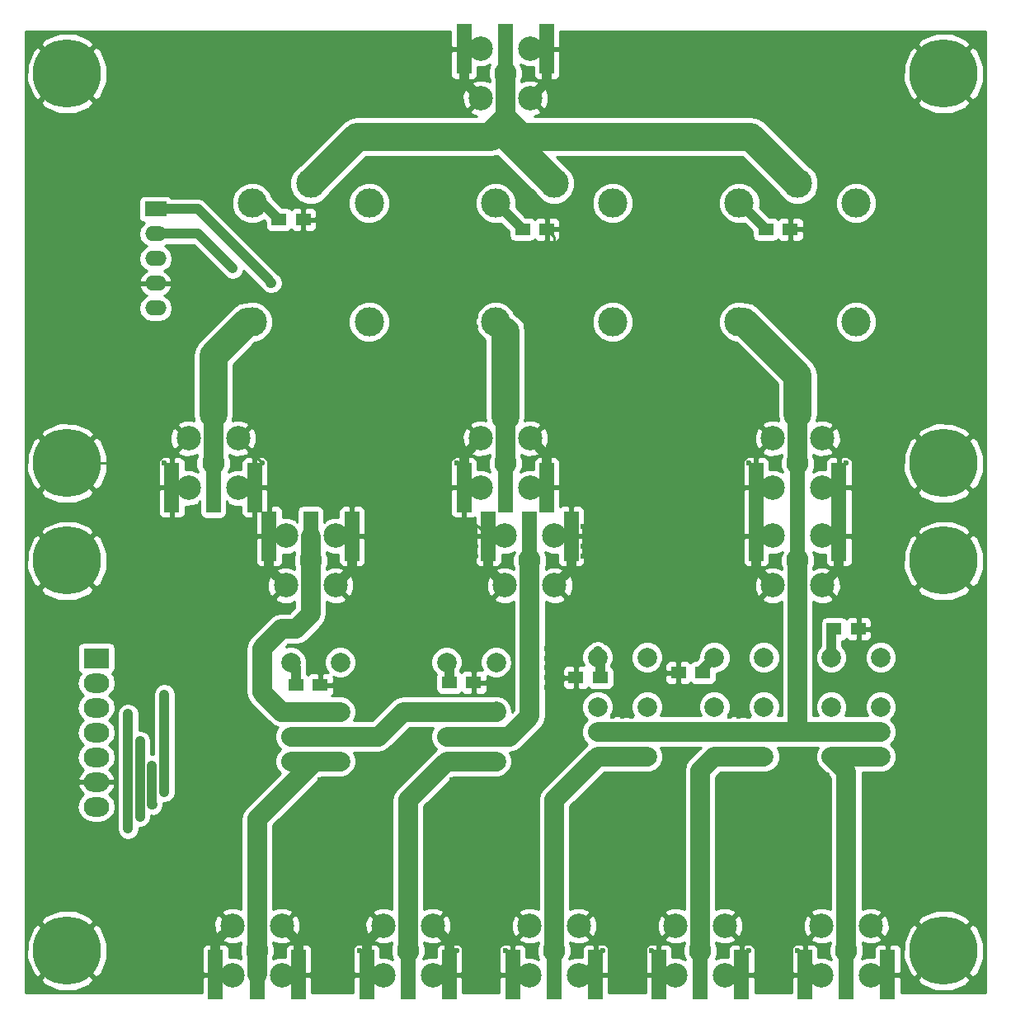
<source format=gbl>
G04 #@! TF.FileFunction,Copper,L2,Bot,Signal*
%FSLAX46Y46*%
G04 Gerber Fmt 4.6, Leading zero omitted, Abs format (unit mm)*
G04 Created by KiCad (PCBNEW 4.0.7) date 01/28/18 09:58:29*
%MOMM*%
%LPD*%
G01*
G04 APERTURE LIST*
%ADD10C,0.100000*%
%ADD11C,0.600000*%
%ADD12R,1.500000X5.080000*%
%ADD13C,3.000000*%
%ADD14C,2.000000*%
%ADD15R,1.500000X1.250000*%
%ADD16C,2.300000*%
%ADD17C,2.500000*%
%ADD18O,2.197100X1.524000*%
%ADD19R,2.197100X1.524000*%
%ADD20C,7.000000*%
%ADD21R,2.600000X2.000000*%
%ADD22O,2.600000X2.000000*%
%ADD23C,0.250000*%
%ADD24C,1.000000*%
%ADD25C,2.000000*%
%ADD26C,2.900000*%
%ADD27C,0.254000*%
G04 APERTURE END LIST*
D10*
D11*
X67000000Y-79500000D03*
X66000000Y-79500000D03*
X67000000Y-78500000D03*
X66000000Y-78500000D03*
X67000000Y-77500000D03*
X66000000Y-77500000D03*
X67000000Y-76500000D03*
X66000000Y-76500000D03*
X65000000Y-76500000D03*
X64000000Y-76500000D03*
X65000000Y-77500000D03*
X64000000Y-77500000D03*
X65000000Y-78500000D03*
X64000000Y-78500000D03*
X65000000Y-79500000D03*
X64000000Y-79500000D03*
X60000000Y-79500000D03*
X59000000Y-79500000D03*
X58000000Y-79500000D03*
X57000000Y-79500000D03*
X56000000Y-79500000D03*
X61000000Y-79500000D03*
X60000000Y-78500000D03*
X59000000Y-78500000D03*
X58000000Y-78500000D03*
X57000000Y-78500000D03*
X56000000Y-78500000D03*
X61000000Y-78500000D03*
X60000000Y-77500000D03*
X59000000Y-77500000D03*
X58000000Y-77500000D03*
X57000000Y-77500000D03*
X56000000Y-77500000D03*
X61000000Y-77500000D03*
X60000000Y-76500000D03*
X59000000Y-76500000D03*
X58000000Y-76500000D03*
X57000000Y-76500000D03*
X56000000Y-76500000D03*
X61000000Y-76500000D03*
X62000000Y-76500000D03*
X63000000Y-76500000D03*
X62000000Y-77500000D03*
X63000000Y-77500000D03*
X62000000Y-78500000D03*
X63000000Y-78500000D03*
X62000000Y-79500000D03*
X63000000Y-79500000D03*
X78000000Y-76500000D03*
X78000000Y-77500000D03*
X78000000Y-78500000D03*
X78000000Y-79500000D03*
X83000000Y-76500000D03*
X84000000Y-76500000D03*
X85000000Y-76500000D03*
X86000000Y-76500000D03*
X83000000Y-77500000D03*
X84000000Y-77500000D03*
X85000000Y-77500000D03*
X86000000Y-77500000D03*
X83000000Y-78500000D03*
X84000000Y-78500000D03*
X85000000Y-78500000D03*
X86000000Y-78500000D03*
X83000000Y-79500000D03*
X84000000Y-79500000D03*
X85000000Y-79500000D03*
X86000000Y-79500000D03*
X82000000Y-79500000D03*
X81000000Y-79500000D03*
X80000000Y-79500000D03*
X79000000Y-79500000D03*
X82000000Y-78500000D03*
X81000000Y-78500000D03*
X80000000Y-78500000D03*
X79000000Y-78500000D03*
X82000000Y-77500000D03*
X81000000Y-77500000D03*
X80000000Y-77500000D03*
X79000000Y-77500000D03*
X82000000Y-76500000D03*
X81000000Y-76500000D03*
X80000000Y-76500000D03*
X79000000Y-76500000D03*
X87000000Y-76500000D03*
X88000000Y-76500000D03*
X89000000Y-76500000D03*
X90000000Y-76500000D03*
X87000000Y-77500000D03*
X88000000Y-77500000D03*
X89000000Y-77500000D03*
X90000000Y-77500000D03*
X87000000Y-78500000D03*
X88000000Y-78500000D03*
X89000000Y-78500000D03*
X90000000Y-78500000D03*
X87000000Y-79500000D03*
X88000000Y-79500000D03*
X89000000Y-79500000D03*
X90000000Y-79500000D03*
X40000000Y-79500000D03*
X40000000Y-78500000D03*
X40000000Y-77500000D03*
X40000000Y-76500000D03*
X39000000Y-79500000D03*
X38000000Y-79500000D03*
X37000000Y-79500000D03*
X36000000Y-79500000D03*
X39000000Y-78500000D03*
X38000000Y-78500000D03*
X37000000Y-78500000D03*
X36000000Y-78500000D03*
X39000000Y-77500000D03*
X38000000Y-77500000D03*
X37000000Y-77500000D03*
X36000000Y-77500000D03*
X39000000Y-76500000D03*
X38000000Y-76500000D03*
X37000000Y-76500000D03*
X36000000Y-76500000D03*
X35000000Y-76500000D03*
X30000000Y-76500000D03*
X31000000Y-76500000D03*
X32000000Y-76500000D03*
X33000000Y-76500000D03*
X34000000Y-76500000D03*
X35000000Y-77500000D03*
X30000000Y-77500000D03*
X31000000Y-77500000D03*
X32000000Y-77500000D03*
X33000000Y-77500000D03*
X34000000Y-77500000D03*
X35000000Y-78500000D03*
X30000000Y-78500000D03*
X31000000Y-78500000D03*
X32000000Y-78500000D03*
X33000000Y-78500000D03*
X34000000Y-78500000D03*
X35000000Y-79500000D03*
X30000000Y-79500000D03*
X31000000Y-79500000D03*
X32000000Y-79500000D03*
X33000000Y-79500000D03*
X34000000Y-79500000D03*
X94000000Y-79500000D03*
X93000000Y-79500000D03*
X92000000Y-79500000D03*
X91000000Y-79500000D03*
X94000000Y-78500000D03*
X93000000Y-78500000D03*
X92000000Y-78500000D03*
X91000000Y-78500000D03*
X94000000Y-77500000D03*
X93000000Y-77500000D03*
X92000000Y-77500000D03*
X91000000Y-77500000D03*
X94000000Y-76500000D03*
X93000000Y-76500000D03*
X92000000Y-76500000D03*
X91000000Y-76500000D03*
X44000000Y-79500000D03*
X43000000Y-79500000D03*
X42000000Y-79500000D03*
X41000000Y-79500000D03*
X44000000Y-78500000D03*
X43000000Y-78500000D03*
X42000000Y-78500000D03*
X41000000Y-78500000D03*
X44000000Y-77500000D03*
X43000000Y-77500000D03*
X42000000Y-77500000D03*
X41000000Y-77500000D03*
X44000000Y-76500000D03*
X43000000Y-76500000D03*
X42000000Y-76500000D03*
X41000000Y-76500000D03*
D12*
X45750000Y-77500000D03*
X54250000Y-77500000D03*
X50000000Y-77500000D03*
D11*
X29000000Y-115000000D03*
X28000000Y-115000000D03*
X27000000Y-115000000D03*
X26000000Y-115000000D03*
X30000000Y-115000000D03*
X31000000Y-115000000D03*
X31000000Y-109000000D03*
X31000000Y-110000000D03*
X31000000Y-111000000D03*
X31000000Y-112000000D03*
X31000000Y-113000000D03*
X31000000Y-114000000D03*
X30000000Y-114000000D03*
X30000000Y-110000000D03*
X30000000Y-109000000D03*
X26000000Y-114000000D03*
X26000000Y-110000000D03*
X26000000Y-109000000D03*
X27000000Y-109000000D03*
X28000000Y-109000000D03*
X27000000Y-110000000D03*
X28000000Y-110000000D03*
X27000000Y-114000000D03*
X28000000Y-114000000D03*
X42000000Y-115000000D03*
X41000000Y-115000000D03*
X40000000Y-115000000D03*
X39000000Y-115000000D03*
X38000000Y-115000000D03*
X37000000Y-115000000D03*
X36000000Y-115000000D03*
X35000000Y-115000000D03*
X34000000Y-115000000D03*
X33000000Y-115000000D03*
X32000000Y-115000000D03*
X42000000Y-114000000D03*
X41000000Y-114000000D03*
X40000000Y-114000000D03*
X39000000Y-114000000D03*
X38000000Y-114000000D03*
X37000000Y-114000000D03*
X36000000Y-114000000D03*
X35000000Y-114000000D03*
X34000000Y-114000000D03*
X33000000Y-114000000D03*
X32000000Y-114000000D03*
X29000000Y-114000000D03*
X42000000Y-113000000D03*
X41000000Y-113000000D03*
X32000000Y-113000000D03*
X42000000Y-112000000D03*
X41000000Y-112000000D03*
X32000000Y-112000000D03*
X42000000Y-111000000D03*
X41000000Y-111000000D03*
X32000000Y-111000000D03*
X42000000Y-110000000D03*
X41000000Y-110000000D03*
X40000000Y-110000000D03*
X39000000Y-110000000D03*
X38000000Y-110000000D03*
X37000000Y-110000000D03*
X36000000Y-110000000D03*
X35000000Y-110000000D03*
X34000000Y-110000000D03*
X33000000Y-110000000D03*
X32000000Y-110000000D03*
X29000000Y-110000000D03*
X42000000Y-109000000D03*
X41000000Y-109000000D03*
X40000000Y-109000000D03*
X39000000Y-109000000D03*
X38000000Y-109000000D03*
X37000000Y-109000000D03*
X36000000Y-109000000D03*
X35000000Y-109000000D03*
X34000000Y-109000000D03*
X33000000Y-109000000D03*
X32000000Y-109000000D03*
X29000000Y-109000000D03*
X47000000Y-109000000D03*
X48000000Y-109000000D03*
X49000000Y-109000000D03*
X50000000Y-109000000D03*
X51000000Y-109000000D03*
X52000000Y-109000000D03*
X53000000Y-109000000D03*
X54000000Y-109000000D03*
X55000000Y-109000000D03*
X56000000Y-109000000D03*
X57000000Y-109000000D03*
X58000000Y-109000000D03*
X47000000Y-110000000D03*
X48000000Y-110000000D03*
X49000000Y-110000000D03*
X50000000Y-110000000D03*
X51000000Y-110000000D03*
X52000000Y-110000000D03*
X53000000Y-110000000D03*
X54000000Y-110000000D03*
X55000000Y-110000000D03*
X56000000Y-110000000D03*
X57000000Y-110000000D03*
X58000000Y-110000000D03*
X47000000Y-111000000D03*
X48000000Y-111000000D03*
X57000000Y-111000000D03*
X58000000Y-111000000D03*
X47000000Y-112000000D03*
X48000000Y-112000000D03*
X57000000Y-112000000D03*
X58000000Y-112000000D03*
X47000000Y-113000000D03*
X48000000Y-113000000D03*
X57000000Y-113000000D03*
X58000000Y-113000000D03*
X47000000Y-114000000D03*
X48000000Y-114000000D03*
X49000000Y-114000000D03*
X50000000Y-114000000D03*
X51000000Y-114000000D03*
X52000000Y-114000000D03*
X53000000Y-114000000D03*
X54000000Y-114000000D03*
X55000000Y-114000000D03*
X56000000Y-114000000D03*
X57000000Y-114000000D03*
X58000000Y-114000000D03*
X47000000Y-115000000D03*
X48000000Y-115000000D03*
X49000000Y-115000000D03*
X50000000Y-115000000D03*
X51000000Y-115000000D03*
X52000000Y-115000000D03*
X53000000Y-115000000D03*
X54000000Y-115000000D03*
X55000000Y-115000000D03*
X56000000Y-115000000D03*
X57000000Y-115000000D03*
X58000000Y-115000000D03*
D12*
X74250000Y-72500000D03*
X65750000Y-72500000D03*
X70000000Y-72500000D03*
D11*
X111000000Y-124000000D03*
X99000000Y-124000000D03*
X98000000Y-124000000D03*
X97000000Y-124000000D03*
X96000000Y-124000000D03*
X99000000Y-123000000D03*
X98000000Y-123000000D03*
X97000000Y-123000000D03*
X84000000Y-124000000D03*
X83000000Y-124000000D03*
X82000000Y-124000000D03*
X81000000Y-124000000D03*
X84000000Y-123000000D03*
X83000000Y-123000000D03*
X82000000Y-123000000D03*
X69000000Y-124000000D03*
X68000000Y-124000000D03*
X67000000Y-124000000D03*
X66000000Y-124000000D03*
X69000000Y-123000000D03*
X68000000Y-123000000D03*
X67000000Y-123000000D03*
X54000000Y-124000000D03*
X53000000Y-124000000D03*
X52000000Y-124000000D03*
X51000000Y-124000000D03*
X54000000Y-123000000D03*
X53000000Y-123000000D03*
X52000000Y-123000000D03*
X38000000Y-124000000D03*
X37000000Y-124000000D03*
X36000000Y-124000000D03*
X35000000Y-124000000D03*
X34000000Y-124000000D03*
X33000000Y-124000000D03*
X32000000Y-124000000D03*
X31000000Y-124000000D03*
X30000000Y-124000000D03*
X29000000Y-124000000D03*
X38000000Y-123000000D03*
X37000000Y-123000000D03*
X36000000Y-123000000D03*
X35000000Y-123000000D03*
X34000000Y-123000000D03*
X33000000Y-123000000D03*
X32000000Y-123000000D03*
X31000000Y-123000000D03*
X30000000Y-123000000D03*
X111000000Y-123000000D03*
X96000000Y-123000000D03*
X81000000Y-123000000D03*
X66000000Y-123000000D03*
X51000000Y-123000000D03*
X29000000Y-123000000D03*
X110000000Y-79000000D03*
X109000000Y-79000000D03*
X108000000Y-79000000D03*
X107000000Y-79000000D03*
X106000000Y-79000000D03*
X110000000Y-78000000D03*
X109000000Y-78000000D03*
X108000000Y-78000000D03*
X107000000Y-78000000D03*
X106000000Y-78000000D03*
X110000000Y-77000000D03*
X109000000Y-77000000D03*
X108000000Y-77000000D03*
X107000000Y-77000000D03*
X106000000Y-77000000D03*
X110000000Y-76000000D03*
X109000000Y-76000000D03*
X108000000Y-76000000D03*
X107000000Y-76000000D03*
X110000000Y-74000000D03*
X109000000Y-74000000D03*
X108000000Y-74000000D03*
X107000000Y-74000000D03*
X106000000Y-74000000D03*
X110000000Y-73000000D03*
X109000000Y-73000000D03*
X108000000Y-73000000D03*
X107000000Y-73000000D03*
X106000000Y-73000000D03*
X110000000Y-72000000D03*
X109000000Y-72000000D03*
X108000000Y-72000000D03*
X107000000Y-72000000D03*
X106000000Y-72000000D03*
X110000000Y-71000000D03*
X109000000Y-71000000D03*
X108000000Y-71000000D03*
X107000000Y-71000000D03*
X94000000Y-74000000D03*
X93000000Y-74000000D03*
X92000000Y-74000000D03*
X91000000Y-74000000D03*
X90000000Y-74000000D03*
X89000000Y-74000000D03*
X88000000Y-74000000D03*
X87000000Y-74000000D03*
X86000000Y-74000000D03*
X85000000Y-74000000D03*
X84000000Y-74000000D03*
X83000000Y-74000000D03*
X82000000Y-74000000D03*
X81000000Y-74000000D03*
X80000000Y-74000000D03*
X79000000Y-74000000D03*
X78000000Y-74000000D03*
X77000000Y-74000000D03*
X76000000Y-74000000D03*
X94000000Y-73000000D03*
X93000000Y-73000000D03*
X92000000Y-73000000D03*
X91000000Y-73000000D03*
X90000000Y-73000000D03*
X89000000Y-73000000D03*
X88000000Y-73000000D03*
X87000000Y-73000000D03*
X86000000Y-73000000D03*
X85000000Y-73000000D03*
X84000000Y-73000000D03*
X83000000Y-73000000D03*
X82000000Y-73000000D03*
X81000000Y-73000000D03*
X80000000Y-73000000D03*
X79000000Y-73000000D03*
X78000000Y-73000000D03*
X77000000Y-73000000D03*
X76000000Y-73000000D03*
X94000000Y-72000000D03*
X93000000Y-72000000D03*
X92000000Y-72000000D03*
X91000000Y-72000000D03*
X90000000Y-72000000D03*
X89000000Y-72000000D03*
X88000000Y-72000000D03*
X87000000Y-72000000D03*
X86000000Y-72000000D03*
X85000000Y-72000000D03*
X84000000Y-72000000D03*
X83000000Y-72000000D03*
X82000000Y-72000000D03*
X81000000Y-72000000D03*
X80000000Y-72000000D03*
X79000000Y-72000000D03*
X78000000Y-72000000D03*
X77000000Y-72000000D03*
X76000000Y-72000000D03*
X94000000Y-71000000D03*
X93000000Y-71000000D03*
X92000000Y-71000000D03*
X91000000Y-71000000D03*
X90000000Y-71000000D03*
X89000000Y-71000000D03*
X88000000Y-71000000D03*
X87000000Y-71000000D03*
X86000000Y-71000000D03*
X85000000Y-71000000D03*
X84000000Y-71000000D03*
X83000000Y-71000000D03*
X82000000Y-71000000D03*
X81000000Y-71000000D03*
X80000000Y-71000000D03*
X79000000Y-71000000D03*
X78000000Y-71000000D03*
X77000000Y-71000000D03*
X64000000Y-74000000D03*
X63000000Y-74000000D03*
X62000000Y-74000000D03*
X61000000Y-74000000D03*
X60000000Y-74000000D03*
X59000000Y-74000000D03*
X58000000Y-74000000D03*
X57000000Y-74000000D03*
X56000000Y-74000000D03*
X55000000Y-74000000D03*
X54000000Y-74000000D03*
X53000000Y-74000000D03*
X52000000Y-74000000D03*
X51000000Y-74000000D03*
X50000000Y-74000000D03*
X49000000Y-74000000D03*
X48000000Y-74000000D03*
X47000000Y-74000000D03*
X46000000Y-74000000D03*
X64000000Y-73000000D03*
X63000000Y-73000000D03*
X62000000Y-73000000D03*
X61000000Y-73000000D03*
X60000000Y-73000000D03*
X59000000Y-73000000D03*
X58000000Y-73000000D03*
X57000000Y-73000000D03*
X56000000Y-73000000D03*
X55000000Y-73000000D03*
X54000000Y-73000000D03*
X53000000Y-73000000D03*
X52000000Y-73000000D03*
X51000000Y-73000000D03*
X50000000Y-73000000D03*
X49000000Y-73000000D03*
X48000000Y-73000000D03*
X47000000Y-73000000D03*
X46000000Y-73000000D03*
X64000000Y-72000000D03*
X63000000Y-72000000D03*
X62000000Y-72000000D03*
X61000000Y-72000000D03*
X60000000Y-72000000D03*
X59000000Y-72000000D03*
X58000000Y-72000000D03*
X57000000Y-72000000D03*
X56000000Y-72000000D03*
X55000000Y-72000000D03*
X54000000Y-72000000D03*
X53000000Y-72000000D03*
X52000000Y-72000000D03*
X51000000Y-72000000D03*
X50000000Y-72000000D03*
X49000000Y-72000000D03*
X48000000Y-72000000D03*
X47000000Y-72000000D03*
X46000000Y-72000000D03*
X64000000Y-71000000D03*
X63000000Y-71000000D03*
X62000000Y-71000000D03*
X61000000Y-71000000D03*
X60000000Y-71000000D03*
X59000000Y-71000000D03*
X58000000Y-71000000D03*
X57000000Y-71000000D03*
X56000000Y-71000000D03*
X55000000Y-71000000D03*
X54000000Y-71000000D03*
X53000000Y-71000000D03*
X52000000Y-71000000D03*
X51000000Y-71000000D03*
X50000000Y-71000000D03*
X49000000Y-71000000D03*
X48000000Y-71000000D03*
X47000000Y-71000000D03*
X34000000Y-74000000D03*
X33000000Y-74000000D03*
X32000000Y-74000000D03*
X31000000Y-74000000D03*
X30000000Y-74000000D03*
X34000000Y-73000000D03*
X33000000Y-73000000D03*
X32000000Y-73000000D03*
X31000000Y-73000000D03*
X30000000Y-73000000D03*
X34000000Y-72000000D03*
X33000000Y-72000000D03*
X32000000Y-72000000D03*
X31000000Y-72000000D03*
X30000000Y-72000000D03*
X34000000Y-71000000D03*
X33000000Y-71000000D03*
X32000000Y-71000000D03*
X31000000Y-71000000D03*
X106000000Y-71000000D03*
X76000000Y-71000000D03*
X106000000Y-76000000D03*
X30000000Y-71000000D03*
X46000000Y-71000000D03*
X115000000Y-115000000D03*
X114000000Y-115000000D03*
X113000000Y-115000000D03*
X112000000Y-115000000D03*
X111000000Y-115000000D03*
X110000000Y-115000000D03*
X109000000Y-115000000D03*
X108000000Y-115000000D03*
X107000000Y-115000000D03*
X115000000Y-114000000D03*
X114000000Y-114000000D03*
X113000000Y-114000000D03*
X112000000Y-114000000D03*
X111000000Y-114000000D03*
X110000000Y-114000000D03*
X109000000Y-114000000D03*
X108000000Y-114000000D03*
X107000000Y-114000000D03*
X108000000Y-113000000D03*
X107000000Y-113000000D03*
X108000000Y-112000000D03*
X107000000Y-112000000D03*
X108000000Y-111000000D03*
X107000000Y-111000000D03*
X115000000Y-110000000D03*
X114000000Y-110000000D03*
X113000000Y-110000000D03*
X112000000Y-110000000D03*
X111000000Y-110000000D03*
X110000000Y-110000000D03*
X109000000Y-110000000D03*
X108000000Y-110000000D03*
X107000000Y-110000000D03*
X115000000Y-109000000D03*
X114000000Y-109000000D03*
X113000000Y-109000000D03*
X112000000Y-109000000D03*
X111000000Y-109000000D03*
X110000000Y-109000000D03*
X109000000Y-109000000D03*
X108000000Y-109000000D03*
X103000000Y-115000000D03*
X102000000Y-115000000D03*
X101000000Y-115000000D03*
X100000000Y-115000000D03*
X99000000Y-115000000D03*
X98000000Y-115000000D03*
X97000000Y-115000000D03*
X96000000Y-115000000D03*
X95000000Y-115000000D03*
X94000000Y-115000000D03*
X93000000Y-115000000D03*
X92000000Y-115000000D03*
X103000000Y-114000000D03*
X102000000Y-114000000D03*
X101000000Y-114000000D03*
X100000000Y-114000000D03*
X99000000Y-114000000D03*
X98000000Y-114000000D03*
X97000000Y-114000000D03*
X96000000Y-114000000D03*
X95000000Y-114000000D03*
X94000000Y-114000000D03*
X93000000Y-114000000D03*
X92000000Y-114000000D03*
X103000000Y-113000000D03*
X102000000Y-113000000D03*
X93000000Y-113000000D03*
X92000000Y-113000000D03*
X103000000Y-112000000D03*
X102000000Y-112000000D03*
X93000000Y-112000000D03*
X92000000Y-112000000D03*
X103000000Y-111000000D03*
X102000000Y-111000000D03*
X93000000Y-111000000D03*
X92000000Y-111000000D03*
X103000000Y-110000000D03*
X102000000Y-110000000D03*
X101000000Y-110000000D03*
X100000000Y-110000000D03*
X99000000Y-110000000D03*
X98000000Y-110000000D03*
X97000000Y-110000000D03*
X96000000Y-110000000D03*
X95000000Y-110000000D03*
X94000000Y-110000000D03*
X93000000Y-110000000D03*
X92000000Y-110000000D03*
X103000000Y-109000000D03*
X102000000Y-109000000D03*
X101000000Y-109000000D03*
X100000000Y-109000000D03*
X99000000Y-109000000D03*
X98000000Y-109000000D03*
X97000000Y-109000000D03*
X96000000Y-109000000D03*
X95000000Y-109000000D03*
X94000000Y-109000000D03*
X93000000Y-109000000D03*
X88000000Y-115000000D03*
X87000000Y-115000000D03*
X86000000Y-115000000D03*
X85000000Y-115000000D03*
X84000000Y-115000000D03*
X83000000Y-115000000D03*
X82000000Y-115000000D03*
X81000000Y-115000000D03*
X80000000Y-115000000D03*
X79000000Y-115000000D03*
X78000000Y-115000000D03*
X77000000Y-115000000D03*
X88000000Y-114000000D03*
X87000000Y-114000000D03*
X86000000Y-114000000D03*
X85000000Y-114000000D03*
X84000000Y-114000000D03*
X83000000Y-114000000D03*
X82000000Y-114000000D03*
X81000000Y-114000000D03*
X80000000Y-114000000D03*
X79000000Y-114000000D03*
X78000000Y-114000000D03*
X77000000Y-114000000D03*
X88000000Y-113000000D03*
X87000000Y-113000000D03*
X78000000Y-113000000D03*
X77000000Y-113000000D03*
X88000000Y-112000000D03*
X87000000Y-112000000D03*
X78000000Y-112000000D03*
X77000000Y-112000000D03*
X88000000Y-111000000D03*
X87000000Y-111000000D03*
X78000000Y-111000000D03*
X77000000Y-111000000D03*
X88000000Y-110000000D03*
X87000000Y-110000000D03*
X86000000Y-110000000D03*
X85000000Y-110000000D03*
X84000000Y-110000000D03*
X83000000Y-110000000D03*
X82000000Y-110000000D03*
X81000000Y-110000000D03*
X80000000Y-110000000D03*
X79000000Y-110000000D03*
X78000000Y-110000000D03*
X77000000Y-110000000D03*
X88000000Y-109000000D03*
X87000000Y-109000000D03*
X86000000Y-109000000D03*
X85000000Y-109000000D03*
X84000000Y-109000000D03*
X83000000Y-109000000D03*
X82000000Y-109000000D03*
X81000000Y-109000000D03*
X80000000Y-109000000D03*
X79000000Y-109000000D03*
X78000000Y-109000000D03*
X73000000Y-115000000D03*
X72000000Y-115000000D03*
X71000000Y-115000000D03*
X70000000Y-115000000D03*
X69000000Y-115000000D03*
X68000000Y-115000000D03*
X67000000Y-115000000D03*
X66000000Y-115000000D03*
X65000000Y-115000000D03*
X64000000Y-115000000D03*
X63000000Y-115000000D03*
X62000000Y-115000000D03*
X73000000Y-114000000D03*
X72000000Y-114000000D03*
X71000000Y-114000000D03*
X70000000Y-114000000D03*
X69000000Y-114000000D03*
X68000000Y-114000000D03*
X67000000Y-114000000D03*
X66000000Y-114000000D03*
X65000000Y-114000000D03*
X64000000Y-114000000D03*
X63000000Y-114000000D03*
X62000000Y-114000000D03*
X73000000Y-113000000D03*
X72000000Y-113000000D03*
X63000000Y-113000000D03*
X62000000Y-113000000D03*
X73000000Y-112000000D03*
X72000000Y-112000000D03*
X63000000Y-112000000D03*
X62000000Y-112000000D03*
X73000000Y-111000000D03*
X72000000Y-111000000D03*
X63000000Y-111000000D03*
X62000000Y-111000000D03*
X73000000Y-110000000D03*
X72000000Y-110000000D03*
X71000000Y-110000000D03*
X70000000Y-110000000D03*
X69000000Y-110000000D03*
X68000000Y-110000000D03*
X67000000Y-110000000D03*
X66000000Y-110000000D03*
X65000000Y-110000000D03*
X64000000Y-110000000D03*
X63000000Y-110000000D03*
X62000000Y-110000000D03*
X73000000Y-109000000D03*
X72000000Y-109000000D03*
X71000000Y-109000000D03*
X70000000Y-109000000D03*
X69000000Y-109000000D03*
X68000000Y-109000000D03*
X67000000Y-109000000D03*
X66000000Y-109000000D03*
X65000000Y-109000000D03*
X64000000Y-109000000D03*
X63000000Y-109000000D03*
X107000000Y-109000000D03*
X92000000Y-109000000D03*
X77000000Y-109000000D03*
X62000000Y-109000000D03*
X25000000Y-115000000D03*
X25000000Y-114000000D03*
X25000000Y-110000000D03*
X25000000Y-109000000D03*
X110000000Y-29000000D03*
X109000000Y-29000000D03*
X108000000Y-29000000D03*
X107000000Y-29000000D03*
X106000000Y-29000000D03*
X105000000Y-29000000D03*
X104000000Y-29000000D03*
X103000000Y-29000000D03*
X102000000Y-29000000D03*
X101000000Y-29000000D03*
X100000000Y-29000000D03*
X99000000Y-29000000D03*
X98000000Y-29000000D03*
X97000000Y-29000000D03*
X96000000Y-29000000D03*
X95000000Y-29000000D03*
X94000000Y-29000000D03*
X93000000Y-29000000D03*
X92000000Y-29000000D03*
X91000000Y-29000000D03*
X90000000Y-29000000D03*
X89000000Y-29000000D03*
X88000000Y-29000000D03*
X87000000Y-29000000D03*
X86000000Y-29000000D03*
X85000000Y-29000000D03*
X84000000Y-29000000D03*
X83000000Y-29000000D03*
X82000000Y-29000000D03*
X81000000Y-29000000D03*
X80000000Y-29000000D03*
X79000000Y-29000000D03*
X78000000Y-29000000D03*
X77000000Y-29000000D03*
X76000000Y-29000000D03*
X110000000Y-28000000D03*
X109000000Y-28000000D03*
X108000000Y-28000000D03*
X107000000Y-28000000D03*
X106000000Y-28000000D03*
X105000000Y-28000000D03*
X104000000Y-28000000D03*
X103000000Y-28000000D03*
X102000000Y-28000000D03*
X101000000Y-28000000D03*
X100000000Y-28000000D03*
X99000000Y-28000000D03*
X98000000Y-28000000D03*
X97000000Y-28000000D03*
X96000000Y-28000000D03*
X95000000Y-28000000D03*
X94000000Y-28000000D03*
X93000000Y-28000000D03*
X92000000Y-28000000D03*
X91000000Y-28000000D03*
X90000000Y-28000000D03*
X89000000Y-28000000D03*
X88000000Y-28000000D03*
X87000000Y-28000000D03*
X86000000Y-28000000D03*
X85000000Y-28000000D03*
X84000000Y-28000000D03*
X83000000Y-28000000D03*
X82000000Y-28000000D03*
X81000000Y-28000000D03*
X80000000Y-28000000D03*
X79000000Y-28000000D03*
X78000000Y-28000000D03*
X77000000Y-28000000D03*
X76000000Y-28000000D03*
X110000000Y-27000000D03*
X109000000Y-27000000D03*
X108000000Y-27000000D03*
X107000000Y-27000000D03*
X106000000Y-27000000D03*
X105000000Y-27000000D03*
X104000000Y-27000000D03*
X103000000Y-27000000D03*
X102000000Y-27000000D03*
X101000000Y-27000000D03*
X100000000Y-27000000D03*
X99000000Y-27000000D03*
X98000000Y-27000000D03*
X97000000Y-27000000D03*
X96000000Y-27000000D03*
X95000000Y-27000000D03*
X94000000Y-27000000D03*
X93000000Y-27000000D03*
X92000000Y-27000000D03*
X91000000Y-27000000D03*
X90000000Y-27000000D03*
X89000000Y-27000000D03*
X88000000Y-27000000D03*
X87000000Y-27000000D03*
X86000000Y-27000000D03*
X85000000Y-27000000D03*
X84000000Y-27000000D03*
X83000000Y-27000000D03*
X82000000Y-27000000D03*
X81000000Y-27000000D03*
X80000000Y-27000000D03*
X79000000Y-27000000D03*
X78000000Y-27000000D03*
X77000000Y-27000000D03*
X76000000Y-27000000D03*
X110000000Y-26000000D03*
X109000000Y-26000000D03*
X108000000Y-26000000D03*
X107000000Y-26000000D03*
X106000000Y-26000000D03*
X105000000Y-26000000D03*
X104000000Y-26000000D03*
X103000000Y-26000000D03*
X102000000Y-26000000D03*
X101000000Y-26000000D03*
X100000000Y-26000000D03*
X99000000Y-26000000D03*
X98000000Y-26000000D03*
X97000000Y-26000000D03*
X96000000Y-26000000D03*
X95000000Y-26000000D03*
X94000000Y-26000000D03*
X93000000Y-26000000D03*
X92000000Y-26000000D03*
X91000000Y-26000000D03*
X90000000Y-26000000D03*
X89000000Y-26000000D03*
X88000000Y-26000000D03*
X87000000Y-26000000D03*
X86000000Y-26000000D03*
X85000000Y-26000000D03*
X84000000Y-26000000D03*
X83000000Y-26000000D03*
X82000000Y-26000000D03*
X81000000Y-26000000D03*
X80000000Y-26000000D03*
X79000000Y-26000000D03*
X78000000Y-26000000D03*
X77000000Y-26000000D03*
X76000000Y-26000000D03*
X64000000Y-29000000D03*
X63000000Y-29000000D03*
X62000000Y-29000000D03*
X61000000Y-29000000D03*
X60000000Y-29000000D03*
X59000000Y-29000000D03*
X58000000Y-29000000D03*
X57000000Y-29000000D03*
X56000000Y-29000000D03*
X55000000Y-29000000D03*
X54000000Y-29000000D03*
X53000000Y-29000000D03*
X52000000Y-29000000D03*
X51000000Y-29000000D03*
X50000000Y-29000000D03*
X49000000Y-29000000D03*
X48000000Y-29000000D03*
X47000000Y-29000000D03*
X46000000Y-29000000D03*
X45000000Y-29000000D03*
X44000000Y-29000000D03*
X43000000Y-29000000D03*
X42000000Y-29000000D03*
X41000000Y-29000000D03*
X40000000Y-29000000D03*
X39000000Y-29000000D03*
X38000000Y-29000000D03*
X37000000Y-29000000D03*
X36000000Y-29000000D03*
X35000000Y-29000000D03*
X34000000Y-29000000D03*
X33000000Y-29000000D03*
X32000000Y-29000000D03*
X31000000Y-29000000D03*
X30000000Y-29000000D03*
X64000000Y-28000000D03*
X63000000Y-28000000D03*
X62000000Y-28000000D03*
X61000000Y-28000000D03*
X60000000Y-28000000D03*
X59000000Y-28000000D03*
X58000000Y-28000000D03*
X57000000Y-28000000D03*
X56000000Y-28000000D03*
X55000000Y-28000000D03*
X54000000Y-28000000D03*
X53000000Y-28000000D03*
X52000000Y-28000000D03*
X51000000Y-28000000D03*
X50000000Y-28000000D03*
X49000000Y-28000000D03*
X48000000Y-28000000D03*
X47000000Y-28000000D03*
X46000000Y-28000000D03*
X45000000Y-28000000D03*
X44000000Y-28000000D03*
X43000000Y-28000000D03*
X42000000Y-28000000D03*
X41000000Y-28000000D03*
X40000000Y-28000000D03*
X39000000Y-28000000D03*
X38000000Y-28000000D03*
X37000000Y-28000000D03*
X36000000Y-28000000D03*
X35000000Y-28000000D03*
X34000000Y-28000000D03*
X33000000Y-28000000D03*
X32000000Y-28000000D03*
X31000000Y-28000000D03*
X30000000Y-28000000D03*
X64000000Y-27000000D03*
X63000000Y-27000000D03*
X62000000Y-27000000D03*
X61000000Y-27000000D03*
X60000000Y-27000000D03*
X59000000Y-27000000D03*
X58000000Y-27000000D03*
X57000000Y-27000000D03*
X56000000Y-27000000D03*
X55000000Y-27000000D03*
X54000000Y-27000000D03*
X53000000Y-27000000D03*
X52000000Y-27000000D03*
X51000000Y-27000000D03*
X50000000Y-27000000D03*
X49000000Y-27000000D03*
X48000000Y-27000000D03*
X47000000Y-27000000D03*
X46000000Y-27000000D03*
X45000000Y-27000000D03*
X44000000Y-27000000D03*
X43000000Y-27000000D03*
X42000000Y-27000000D03*
X41000000Y-27000000D03*
X40000000Y-27000000D03*
X39000000Y-27000000D03*
X38000000Y-27000000D03*
X37000000Y-27000000D03*
X36000000Y-27000000D03*
X35000000Y-27000000D03*
X34000000Y-27000000D03*
X33000000Y-27000000D03*
X32000000Y-27000000D03*
X31000000Y-27000000D03*
X30000000Y-27000000D03*
X64000000Y-26000000D03*
X63000000Y-26000000D03*
X62000000Y-26000000D03*
X61000000Y-26000000D03*
X60000000Y-26000000D03*
X59000000Y-26000000D03*
X58000000Y-26000000D03*
X57000000Y-26000000D03*
X56000000Y-26000000D03*
X55000000Y-26000000D03*
X54000000Y-26000000D03*
X53000000Y-26000000D03*
X52000000Y-26000000D03*
X51000000Y-26000000D03*
X50000000Y-26000000D03*
X49000000Y-26000000D03*
X48000000Y-26000000D03*
X47000000Y-26000000D03*
X46000000Y-26000000D03*
X45000000Y-26000000D03*
X44000000Y-26000000D03*
X43000000Y-26000000D03*
X42000000Y-26000000D03*
X41000000Y-26000000D03*
X40000000Y-26000000D03*
X39000000Y-26000000D03*
X38000000Y-26000000D03*
X37000000Y-26000000D03*
X36000000Y-26000000D03*
X35000000Y-26000000D03*
X34000000Y-26000000D03*
X33000000Y-26000000D03*
X32000000Y-26000000D03*
X31000000Y-26000000D03*
X30000000Y-26000000D03*
X24000000Y-115000000D03*
X23000000Y-115000000D03*
X22000000Y-115000000D03*
X21000000Y-115000000D03*
X24000000Y-114000000D03*
X23000000Y-114000000D03*
X22000000Y-114000000D03*
X21000000Y-114000000D03*
X22000000Y-113000000D03*
X21000000Y-113000000D03*
X22000000Y-112000000D03*
X21000000Y-112000000D03*
X22000000Y-111000000D03*
X21000000Y-111000000D03*
X24000000Y-110000000D03*
X23000000Y-110000000D03*
X22000000Y-110000000D03*
X21000000Y-110000000D03*
X24000000Y-109000000D03*
X23000000Y-109000000D03*
X22000000Y-109000000D03*
X21000000Y-109000000D03*
X24000000Y-108000000D03*
X23000000Y-108000000D03*
X22000000Y-108000000D03*
X21000000Y-108000000D03*
X24000000Y-107000000D03*
X23000000Y-107000000D03*
X22000000Y-107000000D03*
X21000000Y-107000000D03*
X24000000Y-106000000D03*
X23000000Y-106000000D03*
X22000000Y-106000000D03*
X21000000Y-106000000D03*
X24000000Y-105000000D03*
X23000000Y-105000000D03*
X22000000Y-105000000D03*
X21000000Y-105000000D03*
X24000000Y-104000000D03*
X23000000Y-104000000D03*
X22000000Y-104000000D03*
X21000000Y-104000000D03*
X24000000Y-103000000D03*
X23000000Y-103000000D03*
X22000000Y-103000000D03*
X21000000Y-103000000D03*
X24000000Y-102000000D03*
X23000000Y-102000000D03*
X22000000Y-102000000D03*
X21000000Y-102000000D03*
X24000000Y-101000000D03*
X23000000Y-101000000D03*
X22000000Y-101000000D03*
X21000000Y-101000000D03*
X24000000Y-100000000D03*
X23000000Y-100000000D03*
X22000000Y-100000000D03*
X21000000Y-100000000D03*
X24000000Y-99000000D03*
X23000000Y-99000000D03*
X22000000Y-99000000D03*
X21000000Y-99000000D03*
X24000000Y-98000000D03*
X23000000Y-98000000D03*
X22000000Y-98000000D03*
X21000000Y-98000000D03*
X24000000Y-97000000D03*
X23000000Y-97000000D03*
X22000000Y-97000000D03*
X21000000Y-97000000D03*
X24000000Y-96000000D03*
X23000000Y-96000000D03*
X22000000Y-96000000D03*
X21000000Y-96000000D03*
X24000000Y-95000000D03*
X23000000Y-95000000D03*
X22000000Y-95000000D03*
X21000000Y-95000000D03*
X24000000Y-94000000D03*
X23000000Y-94000000D03*
X22000000Y-94000000D03*
X21000000Y-94000000D03*
X24000000Y-93000000D03*
X23000000Y-93000000D03*
X22000000Y-93000000D03*
X21000000Y-93000000D03*
X24000000Y-92000000D03*
X23000000Y-92000000D03*
X22000000Y-92000000D03*
X21000000Y-92000000D03*
X24000000Y-91000000D03*
X23000000Y-91000000D03*
X22000000Y-91000000D03*
X21000000Y-91000000D03*
X24000000Y-90000000D03*
X23000000Y-90000000D03*
X22000000Y-90000000D03*
X21000000Y-90000000D03*
X24000000Y-89000000D03*
X23000000Y-89000000D03*
X22000000Y-89000000D03*
X21000000Y-89000000D03*
X24000000Y-88000000D03*
X23000000Y-88000000D03*
X22000000Y-88000000D03*
X21000000Y-88000000D03*
X24000000Y-87000000D03*
X23000000Y-87000000D03*
X22000000Y-87000000D03*
X21000000Y-87000000D03*
X24000000Y-86000000D03*
X23000000Y-86000000D03*
X22000000Y-86000000D03*
X21000000Y-86000000D03*
X24000000Y-85000000D03*
X23000000Y-85000000D03*
X22000000Y-85000000D03*
X21000000Y-85000000D03*
X24000000Y-65000000D03*
X23000000Y-65000000D03*
X22000000Y-65000000D03*
X21000000Y-65000000D03*
X24000000Y-64000000D03*
X23000000Y-64000000D03*
X22000000Y-64000000D03*
X21000000Y-64000000D03*
X24000000Y-63000000D03*
X23000000Y-63000000D03*
X22000000Y-63000000D03*
X21000000Y-63000000D03*
X24000000Y-62000000D03*
X23000000Y-62000000D03*
X22000000Y-62000000D03*
X21000000Y-62000000D03*
X24000000Y-61000000D03*
X23000000Y-61000000D03*
X22000000Y-61000000D03*
X21000000Y-61000000D03*
X24000000Y-60000000D03*
X23000000Y-60000000D03*
X22000000Y-60000000D03*
X21000000Y-60000000D03*
X24000000Y-59000000D03*
X23000000Y-59000000D03*
X22000000Y-59000000D03*
X21000000Y-59000000D03*
X24000000Y-58000000D03*
X23000000Y-58000000D03*
X22000000Y-58000000D03*
X21000000Y-58000000D03*
X24000000Y-57000000D03*
X23000000Y-57000000D03*
X22000000Y-57000000D03*
X21000000Y-57000000D03*
X24000000Y-56000000D03*
X23000000Y-56000000D03*
X22000000Y-56000000D03*
X21000000Y-56000000D03*
X24000000Y-55000000D03*
X23000000Y-55000000D03*
X22000000Y-55000000D03*
X21000000Y-55000000D03*
X24000000Y-54000000D03*
X23000000Y-54000000D03*
X22000000Y-54000000D03*
X21000000Y-54000000D03*
X24000000Y-53000000D03*
X23000000Y-53000000D03*
X22000000Y-53000000D03*
X21000000Y-53000000D03*
X24000000Y-52000000D03*
X23000000Y-52000000D03*
X22000000Y-52000000D03*
X21000000Y-52000000D03*
X24000000Y-51000000D03*
X23000000Y-51000000D03*
X22000000Y-51000000D03*
X21000000Y-51000000D03*
X24000000Y-50000000D03*
X23000000Y-50000000D03*
X22000000Y-50000000D03*
X21000000Y-50000000D03*
X24000000Y-49000000D03*
X23000000Y-49000000D03*
X22000000Y-49000000D03*
X21000000Y-49000000D03*
X24000000Y-48000000D03*
X23000000Y-48000000D03*
X22000000Y-48000000D03*
X21000000Y-48000000D03*
X24000000Y-47000000D03*
X23000000Y-47000000D03*
X22000000Y-47000000D03*
X21000000Y-47000000D03*
X24000000Y-46000000D03*
X23000000Y-46000000D03*
X22000000Y-46000000D03*
X21000000Y-46000000D03*
X24000000Y-45000000D03*
X23000000Y-45000000D03*
X22000000Y-45000000D03*
X21000000Y-45000000D03*
X24000000Y-44000000D03*
X23000000Y-44000000D03*
X22000000Y-44000000D03*
X21000000Y-44000000D03*
X24000000Y-43000000D03*
X23000000Y-43000000D03*
X22000000Y-43000000D03*
X21000000Y-43000000D03*
X24000000Y-42000000D03*
X23000000Y-42000000D03*
X22000000Y-42000000D03*
X21000000Y-42000000D03*
X24000000Y-41000000D03*
X23000000Y-41000000D03*
X22000000Y-41000000D03*
X21000000Y-41000000D03*
X24000000Y-40000000D03*
X23000000Y-40000000D03*
X22000000Y-40000000D03*
X21000000Y-40000000D03*
X24000000Y-39000000D03*
X23000000Y-39000000D03*
X22000000Y-39000000D03*
X21000000Y-39000000D03*
X24000000Y-38000000D03*
X23000000Y-38000000D03*
X22000000Y-38000000D03*
X21000000Y-38000000D03*
X24000000Y-37000000D03*
X23000000Y-37000000D03*
X22000000Y-37000000D03*
X21000000Y-37000000D03*
X24000000Y-36000000D03*
X23000000Y-36000000D03*
X22000000Y-36000000D03*
X21000000Y-36000000D03*
X24000000Y-35000000D03*
X23000000Y-35000000D03*
X22000000Y-35000000D03*
X21000000Y-35000000D03*
X119000000Y-115000000D03*
X118000000Y-115000000D03*
X117000000Y-115000000D03*
X116000000Y-115000000D03*
X119000000Y-114000000D03*
X118000000Y-114000000D03*
X117000000Y-114000000D03*
X116000000Y-114000000D03*
X119000000Y-113000000D03*
X118000000Y-113000000D03*
X119000000Y-112000000D03*
X118000000Y-112000000D03*
X119000000Y-111000000D03*
X118000000Y-111000000D03*
X119000000Y-110000000D03*
X118000000Y-110000000D03*
X117000000Y-110000000D03*
X116000000Y-110000000D03*
X119000000Y-109000000D03*
X118000000Y-109000000D03*
X117000000Y-109000000D03*
X116000000Y-109000000D03*
X119000000Y-108000000D03*
X118000000Y-108000000D03*
X117000000Y-108000000D03*
X116000000Y-108000000D03*
X119000000Y-107000000D03*
X118000000Y-107000000D03*
X117000000Y-107000000D03*
X116000000Y-107000000D03*
X119000000Y-106000000D03*
X118000000Y-106000000D03*
X117000000Y-106000000D03*
X116000000Y-106000000D03*
X119000000Y-105000000D03*
X118000000Y-105000000D03*
X117000000Y-105000000D03*
X116000000Y-105000000D03*
X119000000Y-104000000D03*
X118000000Y-104000000D03*
X117000000Y-104000000D03*
X116000000Y-104000000D03*
X119000000Y-103000000D03*
X118000000Y-103000000D03*
X117000000Y-103000000D03*
X116000000Y-103000000D03*
X119000000Y-102000000D03*
X118000000Y-102000000D03*
X117000000Y-102000000D03*
X116000000Y-102000000D03*
X119000000Y-101000000D03*
X118000000Y-101000000D03*
X117000000Y-101000000D03*
X116000000Y-101000000D03*
X119000000Y-100000000D03*
X118000000Y-100000000D03*
X117000000Y-100000000D03*
X116000000Y-100000000D03*
X119000000Y-99000000D03*
X118000000Y-99000000D03*
X117000000Y-99000000D03*
X116000000Y-99000000D03*
X119000000Y-98000000D03*
X118000000Y-98000000D03*
X117000000Y-98000000D03*
X116000000Y-98000000D03*
X119000000Y-97000000D03*
X118000000Y-97000000D03*
X117000000Y-97000000D03*
X116000000Y-97000000D03*
X119000000Y-96000000D03*
X118000000Y-96000000D03*
X117000000Y-96000000D03*
X116000000Y-96000000D03*
X119000000Y-95000000D03*
X118000000Y-95000000D03*
X117000000Y-95000000D03*
X116000000Y-95000000D03*
X119000000Y-94000000D03*
X118000000Y-94000000D03*
X117000000Y-94000000D03*
X116000000Y-94000000D03*
X119000000Y-93000000D03*
X118000000Y-93000000D03*
X117000000Y-93000000D03*
X116000000Y-93000000D03*
X119000000Y-92000000D03*
X118000000Y-92000000D03*
X117000000Y-92000000D03*
X116000000Y-92000000D03*
X119000000Y-91000000D03*
X118000000Y-91000000D03*
X117000000Y-91000000D03*
X116000000Y-91000000D03*
X119000000Y-90000000D03*
X118000000Y-90000000D03*
X117000000Y-90000000D03*
X116000000Y-90000000D03*
X119000000Y-89000000D03*
X118000000Y-89000000D03*
X117000000Y-89000000D03*
X116000000Y-89000000D03*
X119000000Y-88000000D03*
X118000000Y-88000000D03*
X117000000Y-88000000D03*
X116000000Y-88000000D03*
X119000000Y-87000000D03*
X118000000Y-87000000D03*
X117000000Y-87000000D03*
X116000000Y-87000000D03*
X119000000Y-86000000D03*
X118000000Y-86000000D03*
X117000000Y-86000000D03*
X116000000Y-86000000D03*
X119000000Y-85000000D03*
X118000000Y-85000000D03*
X117000000Y-85000000D03*
X116000000Y-85000000D03*
X119000000Y-65000000D03*
X118000000Y-65000000D03*
X117000000Y-65000000D03*
X116000000Y-65000000D03*
X119000000Y-64000000D03*
X118000000Y-64000000D03*
X117000000Y-64000000D03*
X116000000Y-64000000D03*
X119000000Y-63000000D03*
X118000000Y-63000000D03*
X117000000Y-63000000D03*
X116000000Y-63000000D03*
X119000000Y-62000000D03*
X118000000Y-62000000D03*
X117000000Y-62000000D03*
X116000000Y-62000000D03*
X119000000Y-61000000D03*
X118000000Y-61000000D03*
X117000000Y-61000000D03*
X116000000Y-61000000D03*
X119000000Y-60000000D03*
X118000000Y-60000000D03*
X117000000Y-60000000D03*
X116000000Y-60000000D03*
X119000000Y-59000000D03*
X118000000Y-59000000D03*
X117000000Y-59000000D03*
X116000000Y-59000000D03*
X119000000Y-58000000D03*
X118000000Y-58000000D03*
X117000000Y-58000000D03*
X116000000Y-58000000D03*
X119000000Y-57000000D03*
X118000000Y-57000000D03*
X117000000Y-57000000D03*
X116000000Y-57000000D03*
X119000000Y-56000000D03*
X118000000Y-56000000D03*
X117000000Y-56000000D03*
X116000000Y-56000000D03*
X119000000Y-55000000D03*
X118000000Y-55000000D03*
X117000000Y-55000000D03*
X116000000Y-55000000D03*
X119000000Y-54000000D03*
X118000000Y-54000000D03*
X117000000Y-54000000D03*
X116000000Y-54000000D03*
X119000000Y-53000000D03*
X118000000Y-53000000D03*
X117000000Y-53000000D03*
X116000000Y-53000000D03*
X119000000Y-52000000D03*
X118000000Y-52000000D03*
X117000000Y-52000000D03*
X116000000Y-52000000D03*
X119000000Y-51000000D03*
X118000000Y-51000000D03*
X117000000Y-51000000D03*
X116000000Y-51000000D03*
X119000000Y-50000000D03*
X118000000Y-50000000D03*
X117000000Y-50000000D03*
X116000000Y-50000000D03*
X119000000Y-49000000D03*
X118000000Y-49000000D03*
X117000000Y-49000000D03*
X116000000Y-49000000D03*
X119000000Y-48000000D03*
X118000000Y-48000000D03*
X117000000Y-48000000D03*
X116000000Y-48000000D03*
X119000000Y-47000000D03*
X118000000Y-47000000D03*
X117000000Y-47000000D03*
X116000000Y-47000000D03*
X119000000Y-46000000D03*
X118000000Y-46000000D03*
X117000000Y-46000000D03*
X116000000Y-46000000D03*
X119000000Y-45000000D03*
X118000000Y-45000000D03*
X117000000Y-45000000D03*
X116000000Y-45000000D03*
X119000000Y-44000000D03*
X118000000Y-44000000D03*
X117000000Y-44000000D03*
X116000000Y-44000000D03*
X119000000Y-43000000D03*
X118000000Y-43000000D03*
X117000000Y-43000000D03*
X116000000Y-43000000D03*
X119000000Y-42000000D03*
X118000000Y-42000000D03*
X117000000Y-42000000D03*
X116000000Y-42000000D03*
X119000000Y-41000000D03*
X118000000Y-41000000D03*
X117000000Y-41000000D03*
X116000000Y-41000000D03*
X119000000Y-40000000D03*
X118000000Y-40000000D03*
X117000000Y-40000000D03*
X116000000Y-40000000D03*
X119000000Y-39000000D03*
X118000000Y-39000000D03*
X117000000Y-39000000D03*
X116000000Y-39000000D03*
X119000000Y-38000000D03*
X118000000Y-38000000D03*
X117000000Y-38000000D03*
X116000000Y-38000000D03*
X119000000Y-37000000D03*
X118000000Y-37000000D03*
X117000000Y-37000000D03*
X116000000Y-37000000D03*
X119000000Y-36000000D03*
X118000000Y-36000000D03*
X117000000Y-36000000D03*
X116000000Y-36000000D03*
X119000000Y-35000000D03*
X118000000Y-35000000D03*
X117000000Y-35000000D03*
D13*
X106000000Y-55500000D03*
X94000000Y-55500000D03*
X94000000Y-43300000D03*
X106000000Y-43300000D03*
X100000000Y-41300000D03*
D14*
X103460000Y-89920000D03*
X108540000Y-89920000D03*
X103460000Y-95000000D03*
X108540000Y-95000000D03*
X103460000Y-97540000D03*
X103460000Y-100080000D03*
X108540000Y-100080000D03*
X108540000Y-97540000D03*
D15*
X87750000Y-91500000D03*
X90250000Y-91500000D03*
X49250000Y-45000000D03*
X46750000Y-45000000D03*
X77250000Y-92000000D03*
X79750000Y-92000000D03*
X74250000Y-46000000D03*
X71750000Y-46000000D03*
X66750000Y-92500000D03*
X64250000Y-92500000D03*
X99250000Y-46000000D03*
X96750000Y-46000000D03*
X106250000Y-87000000D03*
X103750000Y-87000000D03*
D14*
X79460000Y-89920000D03*
X84540000Y-89920000D03*
X79460000Y-95000000D03*
X84540000Y-95000000D03*
X79460000Y-97540000D03*
X79460000Y-100080000D03*
X84540000Y-100080000D03*
X84540000Y-97540000D03*
D13*
X56000000Y-55500000D03*
X44000000Y-55500000D03*
X44000000Y-43300000D03*
X56000000Y-43300000D03*
X50000000Y-41300000D03*
D14*
X91460000Y-89920000D03*
X96540000Y-89920000D03*
X91460000Y-95000000D03*
X96540000Y-95000000D03*
X91460000Y-97540000D03*
X91460000Y-100080000D03*
X96540000Y-100080000D03*
X96540000Y-97540000D03*
D13*
X81000000Y-55500000D03*
X69000000Y-55500000D03*
X69000000Y-43300000D03*
X81000000Y-43300000D03*
X75000000Y-41300000D03*
D14*
X63960000Y-90420000D03*
X69040000Y-90420000D03*
X63960000Y-95500000D03*
X69040000Y-95500000D03*
X63960000Y-98040000D03*
X63960000Y-100580000D03*
X69040000Y-100580000D03*
X69040000Y-98040000D03*
D16*
X75000000Y-120000000D03*
D17*
X77540000Y-117460000D03*
X72460000Y-117460000D03*
X72460000Y-122540000D03*
X77540000Y-122540000D03*
D16*
X40000000Y-70000000D03*
D17*
X42540000Y-67460000D03*
X37460000Y-67460000D03*
X37460000Y-72540000D03*
X42540000Y-72540000D03*
D16*
X90000000Y-120000000D03*
D17*
X92540000Y-117460000D03*
X87460000Y-117460000D03*
X87460000Y-122540000D03*
X92540000Y-122540000D03*
D16*
X70000000Y-30000000D03*
D17*
X72540000Y-27460000D03*
X67460000Y-27460000D03*
X67460000Y-32540000D03*
X72540000Y-32540000D03*
D16*
X70000000Y-70000000D03*
D17*
X72540000Y-67460000D03*
X67460000Y-67460000D03*
X67460000Y-72540000D03*
X72540000Y-72540000D03*
D16*
X105000000Y-120000000D03*
D17*
X107540000Y-117460000D03*
X102460000Y-117460000D03*
X102460000Y-122540000D03*
X107540000Y-122540000D03*
D16*
X60000000Y-120000000D03*
D17*
X62540000Y-117460000D03*
X57460000Y-117460000D03*
X57460000Y-122540000D03*
X62540000Y-122540000D03*
D16*
X100000000Y-80000000D03*
D17*
X102540000Y-77460000D03*
X97460000Y-77460000D03*
X97460000Y-82540000D03*
X102540000Y-82540000D03*
D16*
X100000000Y-70000000D03*
D17*
X102540000Y-67460000D03*
X97460000Y-67460000D03*
X97460000Y-72540000D03*
X102540000Y-72540000D03*
D18*
X34076200Y-49000000D03*
X34076200Y-54080000D03*
X34076200Y-51540000D03*
D19*
X34076200Y-43920000D03*
D18*
X34076200Y-46460000D03*
D16*
X72500000Y-80000000D03*
D17*
X75040000Y-77460000D03*
X69960000Y-77460000D03*
X69960000Y-82540000D03*
X75040000Y-82540000D03*
D20*
X115000000Y-70000000D03*
X25000000Y-70000000D03*
X25000000Y-120000000D03*
X115000000Y-120000000D03*
X115000000Y-80000000D03*
X25000000Y-80000000D03*
X25000000Y-30000000D03*
X115000000Y-30000000D03*
D12*
X44250000Y-72500000D03*
X35750000Y-72500000D03*
X40000000Y-72500000D03*
X79250000Y-122500000D03*
X70750000Y-122500000D03*
X75000000Y-122500000D03*
X95750000Y-77500000D03*
X104250000Y-77500000D03*
X100000000Y-77500000D03*
X94250000Y-122500000D03*
X85750000Y-122500000D03*
X90000000Y-122500000D03*
X104250000Y-72500000D03*
X95750000Y-72500000D03*
X100000000Y-72500000D03*
X109250000Y-122500000D03*
X100750000Y-122500000D03*
X105000000Y-122500000D03*
X64250000Y-122500000D03*
X55750000Y-122500000D03*
X60000000Y-122500000D03*
X65750000Y-27500000D03*
X74250000Y-27500000D03*
X70000000Y-27500000D03*
X68250000Y-77500000D03*
X76750000Y-77500000D03*
X72500000Y-77500000D03*
D11*
X116000000Y-35000000D03*
D15*
X51000000Y-92750000D03*
X48500000Y-92750000D03*
D16*
X50000000Y-80000000D03*
D17*
X52540000Y-77460000D03*
X47460000Y-77460000D03*
X47460000Y-82540000D03*
X52540000Y-82540000D03*
D21*
X28000000Y-90000000D03*
D22*
X28000000Y-92540000D03*
X28000000Y-95080000D03*
X28000000Y-97620000D03*
X28000000Y-100160000D03*
X28000000Y-102700000D03*
X28000000Y-105240000D03*
D12*
X48750000Y-122500000D03*
X40250000Y-122500000D03*
X44500000Y-122500000D03*
D16*
X44500000Y-120000000D03*
D17*
X47040000Y-117460000D03*
X41960000Y-117460000D03*
X41960000Y-122540000D03*
X47040000Y-122540000D03*
D14*
X47960000Y-90420000D03*
X53040000Y-90420000D03*
X47960000Y-95500000D03*
X53040000Y-95500000D03*
X47960000Y-98040000D03*
X47960000Y-100580000D03*
X53040000Y-100580000D03*
X53040000Y-98040000D03*
D11*
X103000000Y-102000000D03*
X103000000Y-103000000D03*
X103000000Y-104000000D03*
X103000000Y-105000000D03*
X103000000Y-106000000D03*
X103000000Y-107000000D03*
X103000000Y-108000000D03*
X107000000Y-102000000D03*
X107000000Y-103000000D03*
X107000000Y-104000000D03*
X107000000Y-105000000D03*
X107000000Y-106000000D03*
X107000000Y-107000000D03*
X107000000Y-108000000D03*
X77500000Y-99500000D03*
X77500000Y-98500000D03*
X77500000Y-97500000D03*
X77500000Y-96500000D03*
X77500000Y-95500000D03*
X77500000Y-94500000D03*
X77500000Y-93500000D03*
X74250000Y-89000000D03*
X74250000Y-90000000D03*
X74250000Y-91000000D03*
X74250000Y-92000000D03*
X74250000Y-93000000D03*
X70750000Y-89000000D03*
X70750000Y-90000000D03*
X70750000Y-91000000D03*
X70750000Y-92000000D03*
X70750000Y-93000000D03*
X70750000Y-94000000D03*
X70750000Y-95000000D03*
X75000000Y-85000000D03*
X76000000Y-85000000D03*
X77000000Y-85000000D03*
X78000000Y-85000000D03*
X79000000Y-85000000D03*
X80000000Y-85000000D03*
X81000000Y-85000000D03*
X82000000Y-85000000D03*
X83000000Y-85000000D03*
X84000000Y-85000000D03*
X85000000Y-85000000D03*
X86000000Y-85000000D03*
X87000000Y-85000000D03*
X88000000Y-85000000D03*
X89000000Y-85000000D03*
X90000000Y-85000000D03*
X91000000Y-85000000D03*
X92000000Y-85000000D03*
X93000000Y-85000000D03*
X94000000Y-85000000D03*
X95000000Y-85000000D03*
X96000000Y-85000000D03*
X97000000Y-85000000D03*
X98000000Y-85000000D03*
X25000000Y-85000000D03*
X26000000Y-85000000D03*
X27000000Y-85000000D03*
X28000000Y-85000000D03*
X29000000Y-85000000D03*
X30000000Y-85000000D03*
X31000000Y-85000000D03*
X32000000Y-85000000D03*
X33000000Y-85000000D03*
X34000000Y-85000000D03*
X35000000Y-85000000D03*
X36000000Y-85000000D03*
X37000000Y-85000000D03*
X38000000Y-85000000D03*
X39000000Y-85000000D03*
X40000000Y-85000000D03*
X41000000Y-85000000D03*
X42000000Y-85000000D03*
X43000000Y-85000000D03*
X44000000Y-85000000D03*
X45000000Y-85000000D03*
X46000000Y-85000000D03*
X47000000Y-85000000D03*
X70000000Y-85000000D03*
X69000000Y-85000000D03*
X68000000Y-85000000D03*
X67000000Y-85000000D03*
X66000000Y-85000000D03*
X65000000Y-85000000D03*
X64000000Y-85000000D03*
X63000000Y-85000000D03*
X62000000Y-85000000D03*
X61000000Y-85000000D03*
X60000000Y-85000000D03*
X59000000Y-85000000D03*
X58000000Y-85000000D03*
X57000000Y-85000000D03*
X56000000Y-85000000D03*
X55000000Y-85000000D03*
X54000000Y-85000000D03*
X53000000Y-85000000D03*
X52000000Y-85000000D03*
X110000000Y-85000000D03*
X109000000Y-85000000D03*
X108000000Y-85000000D03*
X107000000Y-85000000D03*
X106000000Y-85000000D03*
X105000000Y-85000000D03*
X104000000Y-85000000D03*
X103000000Y-85000000D03*
X102000000Y-85000000D03*
X43000000Y-89500000D03*
X43000000Y-90500000D03*
X43000000Y-91500000D03*
X43000000Y-92500000D03*
X42000000Y-102500000D03*
X43000000Y-102500000D03*
X44000000Y-102500000D03*
X45000000Y-102500000D03*
X46000000Y-102500000D03*
X45000000Y-96500000D03*
X46000000Y-97500000D03*
X46000000Y-98500000D03*
X46000000Y-99500000D03*
X46000000Y-100500000D03*
X46000000Y-101500000D03*
X56750000Y-102500000D03*
X51000000Y-102500000D03*
X52000000Y-102500000D03*
X53000000Y-102500000D03*
X54000000Y-102500000D03*
X55000000Y-102500000D03*
X56000000Y-102500000D03*
X102250000Y-93250000D03*
X103250000Y-93250000D03*
X104250000Y-93250000D03*
X105250000Y-93250000D03*
X106250000Y-93250000D03*
X107250000Y-93250000D03*
X108250000Y-93250000D03*
X109250000Y-93250000D03*
X110250000Y-93250000D03*
X86500000Y-93250000D03*
X85500000Y-93250000D03*
X84500000Y-93250000D03*
X83500000Y-93250000D03*
X82500000Y-93250000D03*
X81500000Y-93250000D03*
X90750000Y-93250000D03*
X91750000Y-93250000D03*
X92750000Y-93250000D03*
X93750000Y-93250000D03*
X94750000Y-93250000D03*
X95750000Y-93250000D03*
X96750000Y-93250000D03*
X97750000Y-93250000D03*
X52750000Y-93250000D03*
X53750000Y-93250000D03*
X53750000Y-92250000D03*
X52750000Y-92250000D03*
X57750000Y-89250000D03*
X57750000Y-90250000D03*
X57750000Y-91250000D03*
X57750000Y-92250000D03*
X57750000Y-93250000D03*
X81000000Y-96000000D03*
X82000000Y-96000000D03*
X83000000Y-96000000D03*
X93000000Y-96000000D03*
X94000000Y-96000000D03*
X95000000Y-96000000D03*
X40000000Y-93000000D03*
X39000000Y-92000000D03*
X38000000Y-91000000D03*
X37000000Y-90000000D03*
X36000000Y-89000000D03*
X36750000Y-102500000D03*
X37750000Y-102500000D03*
X38750000Y-102500000D03*
X39750000Y-102500000D03*
X40750000Y-102500000D03*
X92750000Y-105500000D03*
X92750000Y-104500000D03*
X92750000Y-103500000D03*
X91750000Y-102500000D03*
X92750000Y-102500000D03*
X93750000Y-102500000D03*
X94750000Y-102500000D03*
X95750000Y-102500000D03*
X96750000Y-102500000D03*
X79750000Y-102500000D03*
X80750000Y-102500000D03*
X81750000Y-102500000D03*
X82750000Y-102500000D03*
X83750000Y-102500000D03*
X84750000Y-102500000D03*
X85750000Y-102500000D03*
X86750000Y-102500000D03*
X64500000Y-102500000D03*
X65500000Y-102500000D03*
X66500000Y-102500000D03*
X67500000Y-102500000D03*
X68500000Y-102500000D03*
X69500000Y-102500000D03*
X70500000Y-102500000D03*
X71500000Y-102500000D03*
X72500000Y-102500000D03*
X65000000Y-70000000D03*
X97000000Y-43000000D03*
X98000000Y-44000000D03*
X99000000Y-44000000D03*
X100000000Y-44000000D03*
X101000000Y-44000000D03*
X102000000Y-44000000D03*
X103000000Y-44000000D03*
X103000000Y-43000000D03*
X103000000Y-42000000D03*
X103000000Y-41000000D03*
X102000000Y-40000000D03*
X101000000Y-39000000D03*
X100000000Y-38000000D03*
X99000000Y-37000000D03*
X98000000Y-36000000D03*
X97000000Y-35000000D03*
X96000000Y-34000000D03*
X95000000Y-34000000D03*
X94000000Y-34000000D03*
X93000000Y-34000000D03*
X92000000Y-34000000D03*
X91000000Y-34000000D03*
X90000000Y-34000000D03*
X89000000Y-34000000D03*
X88000000Y-34000000D03*
X87000000Y-34000000D03*
X86000000Y-34000000D03*
X85000000Y-34000000D03*
X84000000Y-34000000D03*
X83000000Y-34000000D03*
X82000000Y-34000000D03*
X81000000Y-34000000D03*
X80000000Y-34000000D03*
X79000000Y-34000000D03*
X78000000Y-34000000D03*
X77000000Y-34000000D03*
X76000000Y-34000000D03*
X75000000Y-34000000D03*
X52000000Y-36000000D03*
X53000000Y-35000000D03*
X54000000Y-34000000D03*
X55000000Y-34000000D03*
X56000000Y-34000000D03*
X57000000Y-34000000D03*
X58000000Y-34000000D03*
X59000000Y-34000000D03*
X60000000Y-34000000D03*
X61000000Y-34000000D03*
X62000000Y-34000000D03*
X63000000Y-34000000D03*
X64000000Y-34000000D03*
X65000000Y-34000000D03*
X41000000Y-54000000D03*
X40000000Y-55000000D03*
X39000000Y-56000000D03*
X38000000Y-57000000D03*
X37000000Y-58000000D03*
X37000000Y-59000000D03*
X37000000Y-60000000D03*
X37000000Y-61000000D03*
X37000000Y-62000000D03*
X37000000Y-63000000D03*
X37000000Y-64000000D03*
X37000000Y-65000000D03*
X47000000Y-54000000D03*
X47000000Y-55000000D03*
X47000000Y-56000000D03*
X46000000Y-57000000D03*
X45000000Y-58000000D03*
X44000000Y-59000000D03*
X43000000Y-60000000D03*
X43000000Y-61000000D03*
X43000000Y-62000000D03*
X43000000Y-63000000D03*
X43000000Y-64000000D03*
X43000000Y-65000000D03*
X67000000Y-54000000D03*
X67000000Y-55000000D03*
X67000000Y-56000000D03*
X67000000Y-57000000D03*
X67000000Y-58000000D03*
X67000000Y-59000000D03*
X67000000Y-60000000D03*
X67000000Y-61000000D03*
X67000000Y-62000000D03*
X67000000Y-63000000D03*
X67000000Y-64000000D03*
X67000000Y-65000000D03*
X71000000Y-54000000D03*
X72000000Y-55000000D03*
X73000000Y-56000000D03*
X73000000Y-57000000D03*
X73000000Y-58000000D03*
X73000000Y-59000000D03*
X73000000Y-60000000D03*
X73000000Y-61000000D03*
X73000000Y-62000000D03*
X73000000Y-63000000D03*
X73000000Y-64000000D03*
X73000000Y-65000000D03*
X91000000Y-54000000D03*
X91000000Y-55000000D03*
X91000000Y-56000000D03*
X92000000Y-57000000D03*
X93000000Y-58000000D03*
X94000000Y-59000000D03*
X95000000Y-60000000D03*
X96000000Y-61000000D03*
X97000000Y-62000000D03*
X97000000Y-63000000D03*
X97000000Y-64000000D03*
X97000000Y-65000000D03*
X103000000Y-65000000D03*
X103000000Y-64000000D03*
X103000000Y-63000000D03*
X103000000Y-62000000D03*
X103000000Y-61000000D03*
X103000000Y-60000000D03*
X102000000Y-59000000D03*
X101000000Y-58000000D03*
X100000000Y-57000000D03*
X99000000Y-56000000D03*
X98000000Y-55000000D03*
X97000000Y-54000000D03*
X38000000Y-53000000D03*
X39000000Y-53000000D03*
X40000000Y-53000000D03*
X41000000Y-53000000D03*
X47000000Y-53000000D03*
X42000000Y-53000000D03*
X43000000Y-53000000D03*
X44000000Y-53000000D03*
X45000000Y-53000000D03*
X46000000Y-53000000D03*
X67000000Y-53000000D03*
X66000000Y-53000000D03*
X65000000Y-53000000D03*
X64000000Y-53000000D03*
X63000000Y-53000000D03*
X62000000Y-53000000D03*
X61000000Y-53000000D03*
X60000000Y-53000000D03*
X59000000Y-53000000D03*
X58000000Y-53000000D03*
X57000000Y-53000000D03*
X56000000Y-53000000D03*
X55000000Y-53000000D03*
X54000000Y-53000000D03*
X53000000Y-53000000D03*
X52000000Y-53000000D03*
X51000000Y-53000000D03*
X50000000Y-53000000D03*
X49000000Y-53000000D03*
X48000000Y-53000000D03*
X71000000Y-53000000D03*
X68000000Y-53000000D03*
X69000000Y-53000000D03*
X70000000Y-53000000D03*
X91000000Y-53000000D03*
X90000000Y-53000000D03*
X89000000Y-53000000D03*
X88000000Y-53000000D03*
X87000000Y-53000000D03*
X86000000Y-53000000D03*
X85000000Y-53000000D03*
X84000000Y-53000000D03*
X83000000Y-53000000D03*
X82000000Y-53000000D03*
X81000000Y-53000000D03*
X80000000Y-53000000D03*
X79000000Y-53000000D03*
X78000000Y-53000000D03*
X77000000Y-53000000D03*
X76000000Y-53000000D03*
X75000000Y-53000000D03*
X74000000Y-53000000D03*
X73000000Y-53000000D03*
X72000000Y-53000000D03*
X109000000Y-53000000D03*
X108000000Y-53000000D03*
X107000000Y-53000000D03*
X106000000Y-53000000D03*
X105000000Y-53000000D03*
X104000000Y-53000000D03*
X103000000Y-53000000D03*
X102000000Y-53000000D03*
X101000000Y-53000000D03*
X100000000Y-53000000D03*
X99000000Y-53000000D03*
X98000000Y-53000000D03*
X97000000Y-53000000D03*
X92000000Y-53000000D03*
X93000000Y-53000000D03*
X94000000Y-53000000D03*
X95000000Y-53000000D03*
X96000000Y-53000000D03*
X90000000Y-49000000D03*
X91000000Y-49000000D03*
X92000000Y-49000000D03*
X93000000Y-49000000D03*
X94000000Y-49000000D03*
X95000000Y-49000000D03*
X96000000Y-49000000D03*
X97000000Y-49000000D03*
X98000000Y-49000000D03*
X99000000Y-49000000D03*
X100000000Y-49000000D03*
X101000000Y-49000000D03*
X102000000Y-49000000D03*
X103000000Y-49000000D03*
X104000000Y-49000000D03*
X105000000Y-49000000D03*
X106000000Y-49000000D03*
X107000000Y-48000000D03*
X108000000Y-47000000D03*
X109000000Y-46000000D03*
X66000000Y-48000000D03*
X67000000Y-48000000D03*
X68000000Y-48000000D03*
X69000000Y-48000000D03*
X70000000Y-48000000D03*
X71000000Y-48000000D03*
X72000000Y-48000000D03*
X73000000Y-48000000D03*
X74000000Y-48000000D03*
X75000000Y-48000000D03*
X76000000Y-48000000D03*
X77000000Y-48000000D03*
X78000000Y-48000000D03*
X79000000Y-48000000D03*
X80000000Y-48000000D03*
X81000000Y-48000000D03*
X82000000Y-48000000D03*
X83000000Y-48000000D03*
X84000000Y-47000000D03*
X85000000Y-46000000D03*
X49000000Y-47000000D03*
X50000000Y-47000000D03*
X51000000Y-47000000D03*
X52000000Y-47000000D03*
X53000000Y-47000000D03*
X54000000Y-47000000D03*
X55000000Y-47000000D03*
X56000000Y-47000000D03*
X57000000Y-47000000D03*
X58000000Y-47000000D03*
X59000000Y-47000000D03*
X44000000Y-47000000D03*
X45000000Y-47000000D03*
X46000000Y-47000000D03*
X47000000Y-47000000D03*
X48000000Y-47000000D03*
X72540000Y-32540000D03*
X30000000Y-70000000D03*
X35000000Y-70000000D03*
X95000000Y-70000000D03*
X45000000Y-70000000D03*
X55000000Y-120000000D03*
X65000000Y-120000000D03*
X70000000Y-120000000D03*
X80000000Y-120000000D03*
X85000000Y-120000000D03*
X100000000Y-120000000D03*
X95000000Y-120000000D03*
X105000000Y-70000000D03*
X33700002Y-101000000D03*
X33750000Y-105049998D03*
X32500000Y-98500000D03*
X32500000Y-106250000D03*
X31250000Y-95750000D03*
X31250000Y-107500000D03*
X35000000Y-93750000D03*
X35000000Y-103750000D03*
X42000000Y-49999994D03*
X46000000Y-51500000D03*
D23*
X103000000Y-109000000D02*
X103000000Y-108000000D01*
X103000000Y-103000000D02*
X103000000Y-102000000D01*
X103000000Y-105000000D02*
X103000000Y-104000000D01*
X103000000Y-107000000D02*
X103000000Y-106000000D01*
X107000000Y-104000000D02*
X107000000Y-103000000D01*
X107000000Y-106000000D02*
X107000000Y-105000000D01*
X107000000Y-108000000D02*
X107000000Y-107000000D01*
X78000000Y-79500000D02*
X79000000Y-79500000D01*
X78000000Y-78500000D02*
X78000000Y-79500000D01*
X78000000Y-77500000D02*
X78000000Y-78500000D01*
X78000000Y-77500000D02*
X78000000Y-76500000D01*
X67000000Y-79500000D02*
X66000000Y-79500000D01*
X67000000Y-78500000D02*
X67000000Y-79500000D01*
X67000000Y-77500000D02*
X67000000Y-78500000D01*
X67000000Y-77500000D02*
X67000000Y-76500000D01*
X67000000Y-76500000D02*
X67250000Y-76500000D01*
X67250000Y-76500000D02*
X68250000Y-77500000D01*
X76750000Y-77500000D02*
X78000000Y-77500000D01*
D24*
X69960000Y-77460000D02*
X68290000Y-77460000D01*
X68290000Y-77460000D02*
X68250000Y-77500000D01*
X75040000Y-77460000D02*
X76710000Y-77460000D01*
X76710000Y-77460000D02*
X76750000Y-77500000D01*
X76750000Y-77500000D02*
X76750000Y-80830000D01*
X76750000Y-80830000D02*
X75040000Y-82540000D01*
X68250000Y-77500000D02*
X68250000Y-80830000D01*
X68250000Y-80830000D02*
X69960000Y-82540000D01*
D23*
X77500000Y-93500000D02*
X74750000Y-93500000D01*
X77500000Y-99500000D02*
X77500000Y-98500000D01*
X77500000Y-97500000D02*
X77500000Y-96500000D01*
X77500000Y-95500000D02*
X77500000Y-94500000D01*
X74250000Y-90000000D02*
X74250000Y-89000000D01*
X74250000Y-92000000D02*
X74250000Y-91000000D01*
X74750000Y-93500000D02*
X74250000Y-93000000D01*
X70750000Y-91000000D02*
X70750000Y-90000000D01*
X70750000Y-93000000D02*
X70750000Y-92000000D01*
X70750000Y-95000000D02*
X70750000Y-94000000D01*
X75000000Y-85000000D02*
X76000000Y-85000000D01*
X77000000Y-85000000D02*
X78000000Y-85000000D01*
X79000000Y-85000000D02*
X80000000Y-85000000D01*
X81000000Y-85000000D02*
X82000000Y-85000000D01*
X83000000Y-85000000D02*
X84000000Y-85000000D01*
X85000000Y-85000000D02*
X86000000Y-85000000D01*
X87000000Y-85000000D02*
X88000000Y-85000000D01*
X89000000Y-85000000D02*
X90000000Y-85000000D01*
X91000000Y-85000000D02*
X92000000Y-85000000D01*
X93000000Y-85000000D02*
X94000000Y-85000000D01*
X95000000Y-85000000D02*
X96000000Y-85000000D01*
X97000000Y-85000000D02*
X98000000Y-85000000D01*
X26000000Y-85000000D02*
X27000000Y-85000000D01*
X28000000Y-85000000D02*
X29000000Y-85000000D01*
X30000000Y-85000000D02*
X31000000Y-85000000D01*
X32000000Y-85000000D02*
X33000000Y-85000000D01*
X34000000Y-85000000D02*
X35000000Y-85000000D01*
X36000000Y-85000000D02*
X37000000Y-85000000D01*
X38000000Y-85000000D02*
X39000000Y-85000000D01*
X40000000Y-85000000D02*
X41000000Y-85000000D01*
X42000000Y-85000000D02*
X43000000Y-85000000D01*
X44000000Y-85000000D02*
X45000000Y-85000000D01*
X46000000Y-85000000D02*
X47000000Y-85000000D01*
X24000000Y-85000000D02*
X25000000Y-85000000D01*
X68000000Y-85000000D02*
X69000000Y-85000000D01*
X66000000Y-85000000D02*
X67000000Y-85000000D01*
X64000000Y-85000000D02*
X65000000Y-85000000D01*
X62000000Y-85000000D02*
X63000000Y-85000000D01*
X60000000Y-85000000D02*
X61000000Y-85000000D01*
X58000000Y-85000000D02*
X59000000Y-85000000D01*
X56000000Y-85000000D02*
X57000000Y-85000000D01*
X54000000Y-85000000D02*
X55000000Y-85000000D01*
X52000000Y-85000000D02*
X53000000Y-85000000D01*
X108000000Y-85000000D02*
X109000000Y-85000000D01*
X106000000Y-85000000D02*
X107000000Y-85000000D01*
X104000000Y-85000000D02*
X105000000Y-85000000D01*
X102000000Y-85000000D02*
X103000000Y-85000000D01*
X40000000Y-93000000D02*
X42500000Y-93000000D01*
X43000000Y-91500000D02*
X43000000Y-90500000D01*
X42500000Y-93000000D02*
X43000000Y-92500000D01*
X46000000Y-102500000D02*
X46000000Y-101500000D01*
X42000000Y-102500000D02*
X43000000Y-102500000D01*
X44000000Y-102500000D02*
X45000000Y-102500000D01*
X46000000Y-98500000D02*
X46000000Y-97500000D01*
X46000000Y-100500000D02*
X46000000Y-99500000D01*
X52000000Y-102500000D02*
X51000000Y-102500000D01*
X54000000Y-102500000D02*
X53000000Y-102500000D01*
X56000000Y-102500000D02*
X55000000Y-102500000D01*
D24*
X48750000Y-122500000D02*
X48750000Y-119170000D01*
X48750000Y-119170000D02*
X47040000Y-117460000D01*
X47040000Y-122540000D02*
X48710000Y-122540000D01*
X48710000Y-122540000D02*
X48750000Y-122500000D01*
X41960000Y-122540000D02*
X40290000Y-122540000D01*
X40290000Y-122540000D02*
X40250000Y-122500000D01*
X40250000Y-122500000D02*
X40250000Y-119170000D01*
X40250000Y-119170000D02*
X41960000Y-117460000D01*
X45750000Y-77500000D02*
X45750000Y-80830000D01*
X45750000Y-80830000D02*
X47460000Y-82540000D01*
X54250000Y-77500000D02*
X54250000Y-80830000D01*
X54250000Y-80830000D02*
X52540000Y-82540000D01*
X47460000Y-77460000D02*
X45790000Y-77460000D01*
X45790000Y-77460000D02*
X45750000Y-77500000D01*
X54210000Y-77460000D02*
X54250000Y-77500000D01*
D23*
X102250000Y-93250000D02*
X103250000Y-93250000D01*
X104250000Y-93250000D02*
X105250000Y-93250000D01*
X106250000Y-93250000D02*
X107250000Y-93250000D01*
X108250000Y-93250000D02*
X109250000Y-93250000D01*
X110250000Y-93250000D02*
X110250000Y-93500000D01*
X86500000Y-93250000D02*
X85500000Y-93250000D01*
X84500000Y-93250000D02*
X83500000Y-93250000D01*
X82500000Y-93250000D02*
X81500000Y-93250000D01*
X91750000Y-93250000D02*
X90750000Y-93250000D01*
X93750000Y-93250000D02*
X92750000Y-93250000D01*
X95750000Y-93250000D02*
X94750000Y-93250000D01*
X97750000Y-93250000D02*
X96750000Y-93250000D01*
D24*
X72540000Y-27460000D02*
X74210000Y-27460000D01*
X74210000Y-27460000D02*
X74250000Y-27500000D01*
X67460000Y-27460000D02*
X65790000Y-27460000D01*
X65790000Y-27460000D02*
X65750000Y-27500000D01*
X74250000Y-27500000D02*
X74250000Y-30830000D01*
X74250000Y-30830000D02*
X72540000Y-32540000D01*
X65750000Y-27500000D02*
X65750000Y-30830000D01*
X65750000Y-30830000D02*
X67460000Y-32540000D01*
X64250000Y-122500000D02*
X64250000Y-119170000D01*
X64250000Y-119170000D02*
X62540000Y-117460000D01*
X55750000Y-122500000D02*
X55750000Y-119170000D01*
X55750000Y-119170000D02*
X57460000Y-117460000D01*
X74250000Y-72500000D02*
X74250000Y-69170000D01*
X74250000Y-69170000D02*
X72540000Y-67460000D01*
X65750000Y-72500000D02*
X65750000Y-69170000D01*
X65750000Y-69170000D02*
X67460000Y-67460000D01*
X95750000Y-77500000D02*
X95750000Y-80830000D01*
X95750000Y-80830000D02*
X97460000Y-82540000D01*
X104250000Y-77500000D02*
X104250000Y-80830000D01*
X104250000Y-80830000D02*
X102540000Y-82540000D01*
X102540000Y-77460000D02*
X104210000Y-77460000D01*
X104210000Y-77460000D02*
X104250000Y-77500000D01*
D23*
X51000000Y-92750000D02*
X52250000Y-92750000D01*
X53750000Y-92250000D02*
X53750000Y-93250000D01*
X52250000Y-92750000D02*
X52750000Y-92250000D01*
X57750000Y-91250000D02*
X57750000Y-90250000D01*
X57750000Y-93250000D02*
X57750000Y-92250000D01*
X83000000Y-96000000D02*
X82000000Y-96000000D01*
X95000000Y-96000000D02*
X94000000Y-96000000D01*
X40000000Y-93000000D02*
X39000000Y-92000000D01*
X38000000Y-91000000D02*
X37000000Y-90000000D01*
X38750000Y-102500000D02*
X37750000Y-102500000D01*
X40750000Y-102500000D02*
X39750000Y-102500000D01*
X92750000Y-103500000D02*
X92750000Y-104500000D01*
X91750000Y-102500000D02*
X92750000Y-102500000D01*
X93750000Y-102500000D02*
X94750000Y-102500000D01*
X95750000Y-102500000D02*
X96750000Y-102500000D01*
X79750000Y-102500000D02*
X80750000Y-102500000D01*
X81750000Y-102500000D02*
X82750000Y-102500000D01*
X83750000Y-102500000D02*
X84750000Y-102500000D01*
X85750000Y-102500000D02*
X86750000Y-102500000D01*
X64500000Y-102500000D02*
X65500000Y-102500000D01*
X66500000Y-102500000D02*
X67500000Y-102500000D01*
X68500000Y-102500000D02*
X69500000Y-102500000D01*
X70500000Y-102500000D02*
X71000000Y-102500000D01*
X71000000Y-102500000D02*
X71500000Y-102500000D01*
X99250000Y-46000000D02*
X99250000Y-44750000D01*
X99250000Y-44750000D02*
X100000000Y-44000000D01*
X98000000Y-44000000D02*
X97000000Y-43000000D01*
X100000000Y-44000000D02*
X99000000Y-44000000D01*
X102000000Y-44000000D02*
X101000000Y-44000000D01*
X103000000Y-43000000D02*
X103000000Y-44000000D01*
X103000000Y-41000000D02*
X103000000Y-42000000D01*
X101000000Y-39000000D02*
X102000000Y-40000000D01*
X99000000Y-37000000D02*
X100000000Y-38000000D01*
X97000000Y-35000000D02*
X98000000Y-36000000D01*
X95000000Y-34000000D02*
X96000000Y-34000000D01*
X93000000Y-34000000D02*
X94000000Y-34000000D01*
X91000000Y-34000000D02*
X92000000Y-34000000D01*
X89000000Y-34000000D02*
X90000000Y-34000000D01*
X87000000Y-34000000D02*
X88000000Y-34000000D01*
X85000000Y-34000000D02*
X86000000Y-34000000D01*
X83000000Y-34000000D02*
X84000000Y-34000000D01*
X81000000Y-34000000D02*
X82000000Y-34000000D01*
X79000000Y-34000000D02*
X80000000Y-34000000D01*
X77000000Y-34000000D02*
X78000000Y-34000000D01*
X75000000Y-34000000D02*
X76000000Y-34000000D01*
X53000000Y-35000000D02*
X52000000Y-36000000D01*
X55000000Y-34000000D02*
X54000000Y-34000000D01*
X57000000Y-34000000D02*
X56000000Y-34000000D01*
X59000000Y-34000000D02*
X58000000Y-34000000D01*
X61000000Y-34000000D02*
X60000000Y-34000000D01*
X63000000Y-34000000D02*
X62000000Y-34000000D01*
X65000000Y-34000000D02*
X64000000Y-34000000D01*
X40000000Y-55000000D02*
X41000000Y-54000000D01*
X38000000Y-57000000D02*
X39000000Y-56000000D01*
X37000000Y-59000000D02*
X37000000Y-58000000D01*
X37000000Y-61000000D02*
X37000000Y-60000000D01*
X37000000Y-63000000D02*
X37000000Y-62000000D01*
X37000000Y-65000000D02*
X37000000Y-64000000D01*
X47000000Y-55000000D02*
X47000000Y-54000000D01*
X46000000Y-57000000D02*
X47000000Y-56000000D01*
X44000000Y-59000000D02*
X45000000Y-58000000D01*
X43000000Y-61000000D02*
X43000000Y-60000000D01*
X43000000Y-63000000D02*
X43000000Y-62000000D01*
X43000000Y-65000000D02*
X43000000Y-64000000D01*
X67000000Y-55000000D02*
X67000000Y-54000000D01*
X67000000Y-57000000D02*
X67000000Y-56000000D01*
X67000000Y-59000000D02*
X67000000Y-58000000D01*
X67000000Y-61000000D02*
X67000000Y-60000000D01*
X67000000Y-63000000D02*
X67000000Y-62000000D01*
X67000000Y-65000000D02*
X67000000Y-64000000D01*
X72000000Y-55000000D02*
X71000000Y-54000000D01*
X73000000Y-57000000D02*
X73000000Y-56000000D01*
X73000000Y-59000000D02*
X73000000Y-58000000D01*
X73000000Y-61000000D02*
X73000000Y-60000000D01*
X73000000Y-63000000D02*
X73000000Y-62000000D01*
X73000000Y-65000000D02*
X73000000Y-64000000D01*
X91000000Y-55000000D02*
X91000000Y-54000000D01*
X92000000Y-57000000D02*
X91000000Y-56000000D01*
X94000000Y-59000000D02*
X93000000Y-58000000D01*
X96000000Y-61000000D02*
X95000000Y-60000000D01*
X97000000Y-63000000D02*
X97000000Y-62000000D01*
X97000000Y-65000000D02*
X97000000Y-64000000D01*
X103000000Y-65000000D02*
X103000000Y-64000000D01*
X103000000Y-63000000D02*
X103000000Y-62000000D01*
X103000000Y-61000000D02*
X103000000Y-60000000D01*
X102000000Y-59000000D02*
X101000000Y-58000000D01*
X100000000Y-57000000D02*
X99000000Y-56000000D01*
X98000000Y-55000000D02*
X97000000Y-54000000D01*
X38000000Y-53000000D02*
X39000000Y-53000000D01*
X40000000Y-53000000D02*
X41000000Y-53000000D01*
X42000000Y-53000000D02*
X43000000Y-53000000D01*
X44000000Y-53000000D02*
X45000000Y-53000000D01*
X46000000Y-53000000D02*
X47000000Y-53000000D01*
X66000000Y-53000000D02*
X67000000Y-53000000D01*
X64000000Y-53000000D02*
X65000000Y-53000000D01*
X62000000Y-53000000D02*
X63000000Y-53000000D01*
X60000000Y-53000000D02*
X61000000Y-53000000D01*
X58000000Y-53000000D02*
X59000000Y-53000000D01*
X56000000Y-53000000D02*
X57000000Y-53000000D01*
X54000000Y-53000000D02*
X55000000Y-53000000D01*
X52000000Y-53000000D02*
X53000000Y-53000000D01*
X50000000Y-53000000D02*
X51000000Y-53000000D01*
X48000000Y-53000000D02*
X49000000Y-53000000D01*
X68000000Y-53000000D02*
X69000000Y-53000000D01*
X70000000Y-53000000D02*
X71000000Y-53000000D01*
X90000000Y-53000000D02*
X91000000Y-53000000D01*
X88000000Y-53000000D02*
X89000000Y-53000000D01*
X86000000Y-53000000D02*
X87000000Y-53000000D01*
X84000000Y-53000000D02*
X85000000Y-53000000D01*
X82000000Y-53000000D02*
X83000000Y-53000000D01*
X80000000Y-53000000D02*
X81000000Y-53000000D01*
X78000000Y-53000000D02*
X79000000Y-53000000D01*
X76000000Y-53000000D02*
X77000000Y-53000000D01*
X74000000Y-53000000D02*
X75000000Y-53000000D01*
X72000000Y-53000000D02*
X73000000Y-53000000D01*
X108000000Y-53000000D02*
X109000000Y-53000000D01*
X106000000Y-53000000D02*
X107000000Y-53000000D01*
X104000000Y-53000000D02*
X105000000Y-53000000D01*
X102000000Y-53000000D02*
X103000000Y-53000000D01*
X100000000Y-53000000D02*
X101000000Y-53000000D01*
X98000000Y-53000000D02*
X99000000Y-53000000D01*
X92000000Y-53000000D02*
X93000000Y-53000000D01*
X94000000Y-53000000D02*
X95000000Y-53000000D01*
X96000000Y-53000000D02*
X97000000Y-53000000D01*
X90000000Y-49000000D02*
X91000000Y-49000000D01*
X92000000Y-49000000D02*
X93000000Y-49000000D01*
X94000000Y-49000000D02*
X95000000Y-49000000D01*
X96000000Y-49000000D02*
X97000000Y-49000000D01*
X98000000Y-49000000D02*
X99000000Y-49000000D01*
X100000000Y-49000000D02*
X101000000Y-49000000D01*
X102000000Y-49000000D02*
X103000000Y-49000000D01*
X104000000Y-49000000D02*
X105000000Y-49000000D01*
X106000000Y-49000000D02*
X107000000Y-48000000D01*
X108000000Y-47000000D02*
X109000000Y-46000000D01*
X75000000Y-48000000D02*
X75000000Y-46750000D01*
X75000000Y-46750000D02*
X74250000Y-46000000D01*
X66000000Y-48000000D02*
X67000000Y-48000000D01*
X68000000Y-48000000D02*
X69000000Y-48000000D01*
X70000000Y-48000000D02*
X71000000Y-48000000D01*
X72000000Y-48000000D02*
X73000000Y-48000000D01*
X74000000Y-48000000D02*
X75000000Y-48000000D01*
X76000000Y-48000000D02*
X77000000Y-48000000D01*
X78000000Y-48000000D02*
X79000000Y-48000000D01*
X80000000Y-48000000D02*
X81000000Y-48000000D01*
X82000000Y-48000000D02*
X83000000Y-48000000D01*
X84000000Y-47000000D02*
X85000000Y-46000000D01*
X49250000Y-45000000D02*
X49250000Y-46750000D01*
X49250000Y-46750000D02*
X49000000Y-47000000D01*
X51000000Y-47000000D02*
X50000000Y-47000000D01*
X53000000Y-47000000D02*
X52000000Y-47000000D01*
X55000000Y-47000000D02*
X54000000Y-47000000D01*
X57000000Y-47000000D02*
X56000000Y-47000000D01*
X59000000Y-47000000D02*
X58000000Y-47000000D01*
X49000000Y-47000000D02*
X48000000Y-47000000D01*
X45000000Y-47000000D02*
X44000000Y-47000000D01*
X47000000Y-47000000D02*
X46000000Y-47000000D01*
X95750000Y-72400000D02*
X95750000Y-74250000D01*
D24*
X67460000Y-27460000D02*
X65890000Y-27460000D01*
X65890000Y-27460000D02*
X65750000Y-27600000D01*
X72540000Y-27460000D02*
X74110000Y-27460000D01*
X74110000Y-27460000D02*
X74250000Y-27600000D01*
X37460000Y-72540000D02*
X35890000Y-72540000D01*
X35890000Y-72540000D02*
X35750000Y-72400000D01*
X42540000Y-72540000D02*
X44110000Y-72540000D01*
X44110000Y-72540000D02*
X44250000Y-72400000D01*
X72540000Y-72540000D02*
X74110000Y-72540000D01*
X74110000Y-72540000D02*
X74250000Y-72400000D01*
X67460000Y-72540000D02*
X65890000Y-72540000D01*
X65890000Y-72540000D02*
X65750000Y-72400000D01*
X102540000Y-72540000D02*
X104110000Y-72540000D01*
X104110000Y-72540000D02*
X104250000Y-72400000D01*
X97460000Y-72540000D02*
X95890000Y-72540000D01*
X95890000Y-72540000D02*
X95750000Y-72400000D01*
X97460000Y-77460000D02*
X95890000Y-77460000D01*
X95890000Y-77460000D02*
X95750000Y-77600000D01*
X102540000Y-77460000D02*
X104110000Y-77460000D01*
X104110000Y-77460000D02*
X104250000Y-77600000D01*
X107540000Y-122540000D02*
X109110000Y-122540000D01*
X109110000Y-122540000D02*
X109250000Y-122400000D01*
X102460000Y-122540000D02*
X100890000Y-122540000D01*
X100890000Y-122540000D02*
X100750000Y-122400000D01*
X92540000Y-122540000D02*
X94110000Y-122540000D01*
X94110000Y-122540000D02*
X94250000Y-122400000D01*
X87460000Y-122540000D02*
X85890000Y-122540000D01*
X85890000Y-122540000D02*
X85750000Y-122400000D01*
X77540000Y-122540000D02*
X79110000Y-122540000D01*
X79110000Y-122540000D02*
X79250000Y-122400000D01*
X72460000Y-122540000D02*
X70890000Y-122540000D01*
X70890000Y-122540000D02*
X70750000Y-122400000D01*
X62540000Y-122540000D02*
X64110000Y-122540000D01*
X64110000Y-122540000D02*
X64250000Y-122400000D01*
X57460000Y-122540000D02*
X55890000Y-122540000D01*
X55890000Y-122540000D02*
X55750000Y-122400000D01*
D23*
X49250000Y-45000000D02*
X49375000Y-45000000D01*
X25000000Y-70000000D02*
X30000000Y-70000000D01*
X42540000Y-67460000D02*
X42540000Y-67540000D01*
X42540000Y-67540000D02*
X45000000Y-70000000D01*
X62540000Y-122540000D02*
X62540000Y-122460000D01*
X62540000Y-122460000D02*
X65000000Y-120000000D01*
X77540000Y-122540000D02*
X77540000Y-122460000D01*
X77540000Y-122460000D02*
X80000000Y-120000000D01*
X102460000Y-122540000D02*
X102460000Y-122460000D01*
X102460000Y-122460000D02*
X100000000Y-120000000D01*
D24*
X103460000Y-89920000D02*
X103460000Y-87290000D01*
X103460000Y-87290000D02*
X103750000Y-87000000D01*
X90250000Y-91500000D02*
X90250000Y-91130000D01*
X90250000Y-91130000D02*
X91460000Y-89920000D01*
X48500000Y-92750000D02*
X48500000Y-90960000D01*
X48500000Y-90960000D02*
X47960000Y-90420000D01*
X64250000Y-92500000D02*
X64250000Y-90710000D01*
X64250000Y-90710000D02*
X63960000Y-90420000D01*
X79750000Y-92000000D02*
X79750000Y-90210000D01*
X79750000Y-90210000D02*
X79460000Y-89920000D01*
X94000000Y-43300000D02*
X94050000Y-43300000D01*
X94050000Y-43300000D02*
X96750000Y-46000000D01*
X91750000Y-89630000D02*
X91460000Y-89920000D01*
X79460000Y-89920000D02*
X79460000Y-89290000D01*
X44000000Y-43300000D02*
X45050000Y-43300000D01*
X45050000Y-43300000D02*
X46750000Y-45000000D01*
X69000000Y-43300000D02*
X69050000Y-43300000D01*
X69050000Y-43300000D02*
X71750000Y-46000000D01*
D25*
X75000000Y-120000000D02*
X75000000Y-104540000D01*
X75000000Y-104540000D02*
X79460000Y-100080000D01*
X84540000Y-100080000D02*
X79460000Y-100080000D01*
X40000000Y-70000000D02*
X40000000Y-65000000D01*
D26*
X40000000Y-59000000D02*
X40000000Y-65000000D01*
X40000000Y-59000000D02*
X43500000Y-55500000D01*
X44000000Y-55500000D02*
X43500000Y-55500000D01*
D25*
X100000000Y-70000000D02*
X100000000Y-65000000D01*
D26*
X100000000Y-61000000D02*
X100000000Y-65000000D01*
X100000000Y-61000000D02*
X94500000Y-55500000D01*
X94000000Y-55500000D02*
X94500000Y-55500000D01*
D24*
X33700002Y-105000000D02*
X33700002Y-101000000D01*
X33750000Y-105049998D02*
X33700002Y-105000000D01*
X32500000Y-106250000D02*
X32500000Y-98500000D01*
X31250000Y-107500000D02*
X31250000Y-95750000D01*
X35000000Y-103750000D02*
X35000000Y-93750000D01*
X41700001Y-49699995D02*
X42000000Y-49999994D01*
X38460006Y-46460000D02*
X41700001Y-49699995D01*
X34076200Y-46460000D02*
X38460006Y-46460000D01*
X34076200Y-43920000D02*
X38420000Y-43920000D01*
X45900002Y-51500000D02*
X46000000Y-51500000D01*
X38420000Y-43920000D02*
X45700001Y-51200001D01*
D25*
X69040000Y-98040000D02*
X70460000Y-98040000D01*
X72500000Y-96000000D02*
X72500000Y-80000000D01*
X70460000Y-98040000D02*
X72500000Y-96000000D01*
X63960000Y-98040000D02*
X69040000Y-98040000D01*
X91460000Y-100080000D02*
X96540000Y-100080000D01*
X90000000Y-120000000D02*
X90000000Y-101540000D01*
X90000000Y-101540000D02*
X91460000Y-100080000D01*
X70000000Y-70000000D02*
X70000000Y-65200000D01*
D26*
X70000000Y-65200000D02*
X70000000Y-56500000D01*
D25*
X70000000Y-56500000D02*
X69000000Y-55500000D01*
X103460000Y-100080000D02*
X108540000Y-100080000D01*
X105000000Y-120000000D02*
X105000000Y-101620000D01*
X105000000Y-101620000D02*
X103460000Y-100080000D01*
X60000000Y-120000000D02*
X60000000Y-104540000D01*
X60000000Y-104540000D02*
X63960000Y-100580000D01*
X63960000Y-100580000D02*
X69040000Y-100580000D01*
D24*
X100000000Y-77500000D02*
X100000000Y-80000000D01*
D25*
X100000000Y-80000000D02*
X100000000Y-97540000D01*
X84540000Y-97540000D02*
X79460000Y-97540000D01*
X91460000Y-97540000D02*
X84540000Y-97540000D01*
X103460000Y-97540000D02*
X108540000Y-97540000D01*
X96540000Y-97540000D02*
X100000000Y-97540000D01*
X100000000Y-97540000D02*
X103460000Y-97540000D01*
X91460000Y-97540000D02*
X96540000Y-97540000D01*
D24*
X70000000Y-27500000D02*
X70000000Y-30000000D01*
D26*
X75000000Y-41300000D02*
X70000000Y-36300000D01*
X70000000Y-36300000D02*
X70000000Y-35000000D01*
X50000000Y-41300000D02*
X54800000Y-36500000D01*
X54800000Y-36500000D02*
X68500000Y-36500000D01*
X68500000Y-36500000D02*
X70000000Y-35000000D01*
X100000000Y-41300000D02*
X95200000Y-36500000D01*
X95200000Y-36500000D02*
X71500000Y-36500000D01*
X71500000Y-36500000D02*
X70000000Y-35000000D01*
D25*
X70000000Y-30000000D02*
X70000000Y-35000000D01*
X47960000Y-95500000D02*
X47000000Y-95500000D01*
X47000000Y-95500000D02*
X45000000Y-93500000D01*
X47000000Y-87000000D02*
X48500000Y-87000000D01*
X45000000Y-93500000D02*
X45000000Y-89000000D01*
X45000000Y-89000000D02*
X47000000Y-87000000D01*
X48500000Y-87000000D02*
X50000000Y-85500000D01*
X50000000Y-85500000D02*
X50000000Y-80000000D01*
X50000000Y-80000000D02*
X50000000Y-77500000D01*
D24*
X50000000Y-77500000D02*
X50000000Y-80000000D01*
D25*
X53040000Y-95500000D02*
X47960000Y-95500000D01*
X44500000Y-122500000D02*
X44500000Y-106500000D01*
X44500000Y-106500000D02*
X50420000Y-100580000D01*
X53040000Y-100580000D02*
X50420000Y-100580000D01*
X50420000Y-100580000D02*
X47960000Y-100580000D01*
X63960000Y-95500000D02*
X59500000Y-95500000D01*
X56960000Y-98040000D02*
X53040000Y-98040000D01*
X59500000Y-95500000D02*
X56960000Y-98040000D01*
X69040000Y-95500000D02*
X69040000Y-95460000D01*
X63960000Y-95500000D02*
X69040000Y-95500000D01*
X53040000Y-98040000D02*
X47960000Y-98040000D01*
D27*
G36*
X64365000Y-27214250D02*
X64523750Y-27373000D01*
X65571984Y-27373000D01*
X65578807Y-27627000D01*
X64523750Y-27627000D01*
X64365000Y-27785750D01*
X64365000Y-30166310D01*
X64461673Y-30399699D01*
X64640302Y-30578327D01*
X64873691Y-30675000D01*
X65464250Y-30675000D01*
X65623000Y-30516250D01*
X65623000Y-27975365D01*
X65833877Y-28484467D01*
X65877000Y-28503502D01*
X65877000Y-30516250D01*
X66035750Y-30675000D01*
X66626309Y-30675000D01*
X66859698Y-30578327D01*
X67038327Y-30399699D01*
X67135000Y-30166310D01*
X67135000Y-29354079D01*
X67135806Y-29354388D01*
X67885435Y-29334250D01*
X68438862Y-29105013D01*
X68215311Y-29643384D01*
X68214691Y-30353501D01*
X68365000Y-30717277D01*
X68365000Y-30868111D01*
X67784194Y-30645612D01*
X67034565Y-30665750D01*
X66435533Y-30913877D01*
X66306285Y-31206680D01*
X67460000Y-32360395D01*
X67474143Y-32346253D01*
X67653748Y-32525858D01*
X67639605Y-32540000D01*
X67653748Y-32554143D01*
X67474143Y-32733748D01*
X67460000Y-32719605D01*
X66306285Y-33873320D01*
X66435533Y-34166123D01*
X67085196Y-34415000D01*
X54800000Y-34415000D01*
X54002105Y-34573711D01*
X53325682Y-35025682D01*
X48911803Y-39439561D01*
X48792200Y-39488980D01*
X48191091Y-40089041D01*
X47865372Y-40873459D01*
X47864630Y-41722815D01*
X48188980Y-42507800D01*
X48789041Y-43108909D01*
X49573459Y-43434628D01*
X50422815Y-43435370D01*
X51207800Y-43111020D01*
X51808909Y-42510959D01*
X51859490Y-42389146D01*
X55663636Y-38585000D01*
X68499995Y-38585000D01*
X68500000Y-38585001D01*
X69197603Y-38446239D01*
X73139561Y-42388197D01*
X73188980Y-42507800D01*
X73789041Y-43108909D01*
X74573459Y-43434628D01*
X75422815Y-43435370D01*
X76207800Y-43111020D01*
X76808909Y-42510959D01*
X77134628Y-41726541D01*
X77135370Y-40877185D01*
X76811020Y-40092200D01*
X76210959Y-39491091D01*
X76089146Y-39440510D01*
X75233636Y-38585000D01*
X94336364Y-38585000D01*
X98139561Y-42388197D01*
X98188980Y-42507800D01*
X98789041Y-43108909D01*
X99573459Y-43434628D01*
X100422815Y-43435370D01*
X101207800Y-43111020D01*
X101808909Y-42510959D01*
X102134628Y-41726541D01*
X102135370Y-40877185D01*
X101811020Y-40092200D01*
X101210959Y-39491091D01*
X101089146Y-39440510D01*
X96674318Y-35025682D01*
X95997895Y-34573711D01*
X95200000Y-34414999D01*
X95199995Y-34415000D01*
X72937517Y-34415000D01*
X72965435Y-34414250D01*
X73564467Y-34166123D01*
X73693715Y-33873320D01*
X72540000Y-32719605D01*
X72525858Y-32733748D01*
X72346253Y-32554143D01*
X72360395Y-32540000D01*
X72719605Y-32540000D01*
X73873320Y-33693715D01*
X74166123Y-33564467D01*
X74398715Y-32957312D01*
X112222293Y-32957312D01*
X112625762Y-33483924D01*
X114139730Y-34127307D01*
X115784666Y-34142346D01*
X117310145Y-33526750D01*
X117374238Y-33483924D01*
X117777707Y-32957312D01*
X115000000Y-30179605D01*
X112222293Y-32957312D01*
X74398715Y-32957312D01*
X74434388Y-32864194D01*
X74414250Y-32114565D01*
X74166123Y-31515533D01*
X73873320Y-31386285D01*
X72719605Y-32540000D01*
X72360395Y-32540000D01*
X72346253Y-32525858D01*
X72525858Y-32346253D01*
X72540000Y-32360395D01*
X73693715Y-31206680D01*
X73564467Y-30913877D01*
X73227178Y-30784666D01*
X110857654Y-30784666D01*
X111473250Y-32310145D01*
X111516076Y-32374238D01*
X112042688Y-32777707D01*
X114820395Y-30000000D01*
X115179605Y-30000000D01*
X117957312Y-32777707D01*
X118483924Y-32374238D01*
X119127307Y-30860270D01*
X119142346Y-29215334D01*
X118526750Y-27689855D01*
X118483924Y-27625762D01*
X117957312Y-27222293D01*
X115179605Y-30000000D01*
X114820395Y-30000000D01*
X112042688Y-27222293D01*
X111516076Y-27625762D01*
X110872693Y-29139730D01*
X110857654Y-30784666D01*
X73227178Y-30784666D01*
X72864194Y-30645612D01*
X72114565Y-30665750D01*
X71635000Y-30864392D01*
X71635000Y-30717108D01*
X71784689Y-30356616D01*
X71785309Y-29646499D01*
X71560957Y-29103524D01*
X72215806Y-29354388D01*
X72865000Y-29336948D01*
X72865000Y-30166310D01*
X72961673Y-30399699D01*
X73140302Y-30578327D01*
X73373691Y-30675000D01*
X73964250Y-30675000D01*
X74123000Y-30516250D01*
X74123000Y-28503502D01*
X74166123Y-28484467D01*
X74377000Y-27933998D01*
X74377000Y-30516250D01*
X74535750Y-30675000D01*
X75126309Y-30675000D01*
X75359698Y-30578327D01*
X75538327Y-30399699D01*
X75635000Y-30166310D01*
X75635000Y-27785750D01*
X75476250Y-27627000D01*
X74430165Y-27627000D01*
X74423342Y-27373000D01*
X75476250Y-27373000D01*
X75635000Y-27214250D01*
X75635000Y-27042688D01*
X112222293Y-27042688D01*
X115000000Y-29820395D01*
X117777707Y-27042688D01*
X117374238Y-26516076D01*
X115860270Y-25872693D01*
X114215334Y-25857654D01*
X112689855Y-26473250D01*
X112625762Y-26516076D01*
X112222293Y-27042688D01*
X75635000Y-27042688D01*
X75635000Y-25710000D01*
X119290000Y-25710000D01*
X119290000Y-124290000D01*
X110635000Y-124290000D01*
X110635000Y-122957312D01*
X112222293Y-122957312D01*
X112625762Y-123483924D01*
X114139730Y-124127307D01*
X115784666Y-124142346D01*
X117310145Y-123526750D01*
X117374238Y-123483924D01*
X117777707Y-122957312D01*
X115000000Y-120179605D01*
X112222293Y-122957312D01*
X110635000Y-122957312D01*
X110635000Y-122785750D01*
X110476250Y-122627000D01*
X109428016Y-122627000D01*
X109421193Y-122373000D01*
X110476250Y-122373000D01*
X110635000Y-122214250D01*
X110635000Y-120784666D01*
X110857654Y-120784666D01*
X111473250Y-122310145D01*
X111516076Y-122374238D01*
X112042688Y-122777707D01*
X114820395Y-120000000D01*
X115179605Y-120000000D01*
X117957312Y-122777707D01*
X118483924Y-122374238D01*
X119127307Y-120860270D01*
X119142346Y-119215334D01*
X118526750Y-117689855D01*
X118483924Y-117625762D01*
X117957312Y-117222293D01*
X115179605Y-120000000D01*
X114820395Y-120000000D01*
X112042688Y-117222293D01*
X111516076Y-117625762D01*
X110872693Y-119139730D01*
X110857654Y-120784666D01*
X110635000Y-120784666D01*
X110635000Y-119833690D01*
X110538327Y-119600301D01*
X110359698Y-119421673D01*
X110126309Y-119325000D01*
X109535750Y-119325000D01*
X109377000Y-119483750D01*
X109377000Y-122024635D01*
X109166123Y-121515533D01*
X109123000Y-121496498D01*
X109123000Y-119483750D01*
X108964250Y-119325000D01*
X108373691Y-119325000D01*
X108140302Y-119421673D01*
X107961673Y-119600301D01*
X107865000Y-119833690D01*
X107865000Y-120645921D01*
X107864194Y-120645612D01*
X107114565Y-120665750D01*
X106561138Y-120894987D01*
X106784689Y-120356616D01*
X106785309Y-119646499D01*
X106635000Y-119282723D01*
X106635000Y-119131889D01*
X107215806Y-119354388D01*
X107965435Y-119334250D01*
X108564467Y-119086123D01*
X108693715Y-118793320D01*
X107540000Y-117639605D01*
X107525858Y-117653748D01*
X107346253Y-117474143D01*
X107360395Y-117460000D01*
X107719605Y-117460000D01*
X108873320Y-118613715D01*
X109166123Y-118484467D01*
X109434388Y-117784194D01*
X109414469Y-117042688D01*
X112222293Y-117042688D01*
X115000000Y-119820395D01*
X117777707Y-117042688D01*
X117374238Y-116516076D01*
X115860270Y-115872693D01*
X114215334Y-115857654D01*
X112689855Y-116473250D01*
X112625762Y-116516076D01*
X112222293Y-117042688D01*
X109414469Y-117042688D01*
X109414250Y-117034565D01*
X109166123Y-116435533D01*
X108873320Y-116306285D01*
X107719605Y-117460000D01*
X107360395Y-117460000D01*
X107346253Y-117445858D01*
X107525858Y-117266253D01*
X107540000Y-117280395D01*
X108693715Y-116126680D01*
X108564467Y-115833877D01*
X107864194Y-115565612D01*
X107114565Y-115585750D01*
X106635000Y-115784392D01*
X106635000Y-101715000D01*
X108538573Y-101715000D01*
X108863795Y-101715284D01*
X109464943Y-101466894D01*
X109925278Y-101007363D01*
X110174716Y-100406648D01*
X110175284Y-99756205D01*
X109926894Y-99155057D01*
X109582241Y-98809801D01*
X109925278Y-98467363D01*
X110174716Y-97866648D01*
X110175284Y-97216205D01*
X109926894Y-96615057D01*
X109582241Y-96269801D01*
X109925278Y-95927363D01*
X110174716Y-95326648D01*
X110175284Y-94676205D01*
X109926894Y-94075057D01*
X109467363Y-93614722D01*
X108866648Y-93365284D01*
X108216205Y-93364716D01*
X107615057Y-93613106D01*
X107154722Y-94072637D01*
X106905284Y-94673352D01*
X106904716Y-95323795D01*
X107144866Y-95905000D01*
X104854564Y-95905000D01*
X105094716Y-95326648D01*
X105095284Y-94676205D01*
X104846894Y-94075057D01*
X104387363Y-93614722D01*
X103786648Y-93365284D01*
X103136205Y-93364716D01*
X102535057Y-93613106D01*
X102074722Y-94072637D01*
X101825284Y-94673352D01*
X101824716Y-95323795D01*
X102064866Y-95905000D01*
X101635000Y-95905000D01*
X101635000Y-90243795D01*
X101824716Y-90243795D01*
X102073106Y-90844943D01*
X102532637Y-91305278D01*
X103133352Y-91554716D01*
X103783795Y-91555284D01*
X104384943Y-91306894D01*
X104845278Y-90847363D01*
X105094716Y-90246648D01*
X105094718Y-90243795D01*
X106904716Y-90243795D01*
X107153106Y-90844943D01*
X107612637Y-91305278D01*
X108213352Y-91554716D01*
X108863795Y-91555284D01*
X109464943Y-91306894D01*
X109925278Y-90847363D01*
X110174716Y-90246648D01*
X110175284Y-89596205D01*
X109926894Y-88995057D01*
X109467363Y-88534722D01*
X108866648Y-88285284D01*
X108216205Y-88284716D01*
X107615057Y-88533106D01*
X107154722Y-88992637D01*
X106905284Y-89593352D01*
X106904716Y-90243795D01*
X105094718Y-90243795D01*
X105095284Y-89596205D01*
X104846894Y-88995057D01*
X104595000Y-88742722D01*
X104595000Y-88254564D01*
X104735317Y-88228162D01*
X104951441Y-88089090D01*
X104997969Y-88020994D01*
X105140302Y-88163327D01*
X105373691Y-88260000D01*
X105964250Y-88260000D01*
X106123000Y-88101250D01*
X106123000Y-87127000D01*
X106377000Y-87127000D01*
X106377000Y-88101250D01*
X106535750Y-88260000D01*
X107126309Y-88260000D01*
X107359698Y-88163327D01*
X107538327Y-87984699D01*
X107635000Y-87751310D01*
X107635000Y-87285750D01*
X107476250Y-87127000D01*
X106377000Y-87127000D01*
X106123000Y-87127000D01*
X106103000Y-87127000D01*
X106103000Y-86873000D01*
X106123000Y-86873000D01*
X106123000Y-85898750D01*
X106377000Y-85898750D01*
X106377000Y-86873000D01*
X107476250Y-86873000D01*
X107635000Y-86714250D01*
X107635000Y-86248690D01*
X107538327Y-86015301D01*
X107359698Y-85836673D01*
X107126309Y-85740000D01*
X106535750Y-85740000D01*
X106377000Y-85898750D01*
X106123000Y-85898750D01*
X105964250Y-85740000D01*
X105373691Y-85740000D01*
X105140302Y-85836673D01*
X104999064Y-85977910D01*
X104964090Y-85923559D01*
X104751890Y-85778569D01*
X104500000Y-85727560D01*
X103000000Y-85727560D01*
X102764683Y-85771838D01*
X102548559Y-85910910D01*
X102403569Y-86123110D01*
X102352560Y-86375000D01*
X102352560Y-87151447D01*
X102325000Y-87290000D01*
X102325000Y-88742796D01*
X102074722Y-88992637D01*
X101825284Y-89593352D01*
X101824716Y-90243795D01*
X101635000Y-90243795D01*
X101635000Y-84211889D01*
X102215806Y-84434388D01*
X102965435Y-84414250D01*
X103564467Y-84166123D01*
X103693715Y-83873320D01*
X102540000Y-82719605D01*
X102525858Y-82733748D01*
X102346253Y-82554143D01*
X102360395Y-82540000D01*
X102719605Y-82540000D01*
X103873320Y-83693715D01*
X104166123Y-83564467D01*
X104398715Y-82957312D01*
X112222293Y-82957312D01*
X112625762Y-83483924D01*
X114139730Y-84127307D01*
X115784666Y-84142346D01*
X117310145Y-83526750D01*
X117374238Y-83483924D01*
X117777707Y-82957312D01*
X115000000Y-80179605D01*
X112222293Y-82957312D01*
X104398715Y-82957312D01*
X104434388Y-82864194D01*
X104414250Y-82114565D01*
X104166123Y-81515533D01*
X103873320Y-81386285D01*
X102719605Y-82540000D01*
X102360395Y-82540000D01*
X102346253Y-82525858D01*
X102525858Y-82346253D01*
X102540000Y-82360395D01*
X103693715Y-81206680D01*
X103564467Y-80913877D01*
X103227178Y-80784666D01*
X110857654Y-80784666D01*
X111473250Y-82310145D01*
X111516076Y-82374238D01*
X112042688Y-82777707D01*
X114820395Y-80000000D01*
X115179605Y-80000000D01*
X117957312Y-82777707D01*
X118483924Y-82374238D01*
X119127307Y-80860270D01*
X119142346Y-79215334D01*
X118526750Y-77689855D01*
X118483924Y-77625762D01*
X117957312Y-77222293D01*
X115179605Y-80000000D01*
X114820395Y-80000000D01*
X112042688Y-77222293D01*
X111516076Y-77625762D01*
X110872693Y-79139730D01*
X110857654Y-80784666D01*
X103227178Y-80784666D01*
X102864194Y-80645612D01*
X102114565Y-80665750D01*
X101635000Y-80864392D01*
X101635000Y-80717108D01*
X101784689Y-80356616D01*
X101785309Y-79646499D01*
X101560957Y-79103524D01*
X102215806Y-79354388D01*
X102865000Y-79336948D01*
X102865000Y-80166310D01*
X102961673Y-80399699D01*
X103140302Y-80578327D01*
X103373691Y-80675000D01*
X103964250Y-80675000D01*
X104123000Y-80516250D01*
X104123000Y-78503502D01*
X104166123Y-78484467D01*
X104377000Y-77933998D01*
X104377000Y-80516250D01*
X104535750Y-80675000D01*
X105126309Y-80675000D01*
X105359698Y-80578327D01*
X105538327Y-80399699D01*
X105635000Y-80166310D01*
X105635000Y-77785750D01*
X105476250Y-77627000D01*
X104430165Y-77627000D01*
X104423342Y-77373000D01*
X105476250Y-77373000D01*
X105635000Y-77214250D01*
X105635000Y-77042688D01*
X112222293Y-77042688D01*
X115000000Y-79820395D01*
X117777707Y-77042688D01*
X117374238Y-76516076D01*
X115860270Y-75872693D01*
X114215334Y-75857654D01*
X112689855Y-76473250D01*
X112625762Y-76516076D01*
X112222293Y-77042688D01*
X105635000Y-77042688D01*
X105635000Y-72957312D01*
X112222293Y-72957312D01*
X112625762Y-73483924D01*
X114139730Y-74127307D01*
X115784666Y-74142346D01*
X117310145Y-73526750D01*
X117374238Y-73483924D01*
X117777707Y-72957312D01*
X115000000Y-70179605D01*
X112222293Y-72957312D01*
X105635000Y-72957312D01*
X105635000Y-72785750D01*
X105476250Y-72627000D01*
X104428016Y-72627000D01*
X104421193Y-72373000D01*
X105476250Y-72373000D01*
X105635000Y-72214250D01*
X105635000Y-70784666D01*
X110857654Y-70784666D01*
X111473250Y-72310145D01*
X111516076Y-72374238D01*
X112042688Y-72777707D01*
X114820395Y-70000000D01*
X115179605Y-70000000D01*
X117957312Y-72777707D01*
X118483924Y-72374238D01*
X119127307Y-70860270D01*
X119142346Y-69215334D01*
X118526750Y-67689855D01*
X118483924Y-67625762D01*
X117957312Y-67222293D01*
X115179605Y-70000000D01*
X114820395Y-70000000D01*
X112042688Y-67222293D01*
X111516076Y-67625762D01*
X110872693Y-69139730D01*
X110857654Y-70784666D01*
X105635000Y-70784666D01*
X105635000Y-69833690D01*
X105538327Y-69600301D01*
X105359698Y-69421673D01*
X105126309Y-69325000D01*
X104535750Y-69325000D01*
X104377000Y-69483750D01*
X104377000Y-72024635D01*
X104166123Y-71515533D01*
X104123000Y-71496498D01*
X104123000Y-69483750D01*
X103964250Y-69325000D01*
X103373691Y-69325000D01*
X103140302Y-69421673D01*
X102961673Y-69600301D01*
X102865000Y-69833690D01*
X102865000Y-70645921D01*
X102864194Y-70645612D01*
X102114565Y-70665750D01*
X101561138Y-70894987D01*
X101784689Y-70356616D01*
X101785309Y-69646499D01*
X101635000Y-69282723D01*
X101635000Y-69131889D01*
X102215806Y-69354388D01*
X102965435Y-69334250D01*
X103564467Y-69086123D01*
X103693715Y-68793320D01*
X102540000Y-67639605D01*
X102525858Y-67653748D01*
X102346253Y-67474143D01*
X102360395Y-67460000D01*
X102719605Y-67460000D01*
X103873320Y-68613715D01*
X104166123Y-68484467D01*
X104434388Y-67784194D01*
X104414469Y-67042688D01*
X112222293Y-67042688D01*
X115000000Y-69820395D01*
X117777707Y-67042688D01*
X117374238Y-66516076D01*
X115860270Y-65872693D01*
X114215334Y-65857654D01*
X112689855Y-66473250D01*
X112625762Y-66516076D01*
X112222293Y-67042688D01*
X104414469Y-67042688D01*
X104414250Y-67034565D01*
X104166123Y-66435533D01*
X103873320Y-66306285D01*
X102719605Y-67460000D01*
X102360395Y-67460000D01*
X102346253Y-67445858D01*
X102525858Y-67266253D01*
X102540000Y-67280395D01*
X103693715Y-66126680D01*
X103564467Y-65833877D01*
X102864194Y-65565612D01*
X102114565Y-65585750D01*
X101955371Y-65651690D01*
X102085000Y-65000000D01*
X102085000Y-61000005D01*
X102085001Y-61000000D01*
X101926289Y-60202105D01*
X101474318Y-59525682D01*
X101474315Y-59525680D01*
X97871451Y-55922815D01*
X103864630Y-55922815D01*
X104188980Y-56707800D01*
X104789041Y-57308909D01*
X105573459Y-57634628D01*
X106422815Y-57635370D01*
X107207800Y-57311020D01*
X107808909Y-56710959D01*
X108134628Y-55926541D01*
X108135370Y-55077185D01*
X107811020Y-54292200D01*
X107210959Y-53691091D01*
X106426541Y-53365372D01*
X105577185Y-53364630D01*
X104792200Y-53688980D01*
X104191091Y-54289041D01*
X103865372Y-55073459D01*
X103864630Y-55922815D01*
X97871451Y-55922815D01*
X95974318Y-54025682D01*
X95297895Y-53573711D01*
X94588405Y-53432584D01*
X94426541Y-53365372D01*
X93577185Y-53364630D01*
X92792200Y-53688980D01*
X92191091Y-54289041D01*
X91865372Y-55073459D01*
X91864630Y-55922815D01*
X92188980Y-56707800D01*
X92789041Y-57308909D01*
X93573459Y-57634628D01*
X93686091Y-57634726D01*
X97915000Y-61863635D01*
X97915000Y-65000000D01*
X98047577Y-65666510D01*
X97784194Y-65565612D01*
X97034565Y-65585750D01*
X96435533Y-65833877D01*
X96306285Y-66126680D01*
X97460000Y-67280395D01*
X97474143Y-67266253D01*
X97653748Y-67445858D01*
X97639605Y-67460000D01*
X97653748Y-67474143D01*
X97474143Y-67653748D01*
X97460000Y-67639605D01*
X96306285Y-68793320D01*
X96435533Y-69086123D01*
X97135806Y-69354388D01*
X97885435Y-69334250D01*
X98365000Y-69135608D01*
X98365000Y-69282892D01*
X98215311Y-69643384D01*
X98214691Y-70353501D01*
X98439043Y-70896476D01*
X97784194Y-70645612D01*
X97135000Y-70663052D01*
X97135000Y-69833690D01*
X97038327Y-69600301D01*
X96859698Y-69421673D01*
X96626309Y-69325000D01*
X96035750Y-69325000D01*
X95877000Y-69483750D01*
X95877000Y-71496498D01*
X95833877Y-71515533D01*
X95623000Y-72066002D01*
X95623000Y-69483750D01*
X95464250Y-69325000D01*
X94873691Y-69325000D01*
X94640302Y-69421673D01*
X94461673Y-69600301D01*
X94365000Y-69833690D01*
X94365000Y-72214250D01*
X94523750Y-72373000D01*
X95569835Y-72373000D01*
X95576658Y-72627000D01*
X94523750Y-72627000D01*
X94365000Y-72785750D01*
X94365000Y-77214250D01*
X94523750Y-77373000D01*
X95571984Y-77373000D01*
X95578807Y-77627000D01*
X94523750Y-77627000D01*
X94365000Y-77785750D01*
X94365000Y-80166310D01*
X94461673Y-80399699D01*
X94640302Y-80578327D01*
X94873691Y-80675000D01*
X95464250Y-80675000D01*
X95623000Y-80516250D01*
X95623000Y-77975365D01*
X95833877Y-78484467D01*
X95877000Y-78503502D01*
X95877000Y-80516250D01*
X96035750Y-80675000D01*
X96626309Y-80675000D01*
X96859698Y-80578327D01*
X97038327Y-80399699D01*
X97135000Y-80166310D01*
X97135000Y-79354079D01*
X97135806Y-79354388D01*
X97885435Y-79334250D01*
X98438862Y-79105013D01*
X98215311Y-79643384D01*
X98214691Y-80353501D01*
X98365000Y-80717277D01*
X98365000Y-80868111D01*
X97784194Y-80645612D01*
X97034565Y-80665750D01*
X96435533Y-80913877D01*
X96306285Y-81206680D01*
X97460000Y-82360395D01*
X97474143Y-82346253D01*
X97653748Y-82525858D01*
X97639605Y-82540000D01*
X97653748Y-82554143D01*
X97474143Y-82733748D01*
X97460000Y-82719605D01*
X96306285Y-83873320D01*
X96435533Y-84166123D01*
X97135806Y-84434388D01*
X97885435Y-84414250D01*
X98365000Y-84215608D01*
X98365000Y-95905000D01*
X97934564Y-95905000D01*
X98174716Y-95326648D01*
X98175284Y-94676205D01*
X97926894Y-94075057D01*
X97467363Y-93614722D01*
X96866648Y-93365284D01*
X96216205Y-93364716D01*
X95615057Y-93613106D01*
X95154722Y-94072637D01*
X94905284Y-94673352D01*
X94904716Y-95323795D01*
X95144866Y-95905000D01*
X92854564Y-95905000D01*
X93094716Y-95326648D01*
X93095284Y-94676205D01*
X92846894Y-94075057D01*
X92387363Y-93614722D01*
X91786648Y-93365284D01*
X91136205Y-93364716D01*
X90535057Y-93613106D01*
X90074722Y-94072637D01*
X89825284Y-94673352D01*
X89824716Y-95323795D01*
X90064866Y-95905000D01*
X85934564Y-95905000D01*
X86174716Y-95326648D01*
X86175284Y-94676205D01*
X85926894Y-94075057D01*
X85467363Y-93614722D01*
X84866648Y-93365284D01*
X84216205Y-93364716D01*
X83615057Y-93613106D01*
X83154722Y-94072637D01*
X82905284Y-94673352D01*
X82904716Y-95323795D01*
X83144866Y-95905000D01*
X80854564Y-95905000D01*
X81094716Y-95326648D01*
X81095284Y-94676205D01*
X80846894Y-94075057D01*
X80387363Y-93614722D01*
X79786648Y-93365284D01*
X79136205Y-93364716D01*
X78535057Y-93613106D01*
X78074722Y-94072637D01*
X77825284Y-94673352D01*
X77824716Y-95323795D01*
X78073106Y-95924943D01*
X78417759Y-96270199D01*
X78074722Y-96612637D01*
X77825284Y-97213352D01*
X77824716Y-97863795D01*
X78073106Y-98464943D01*
X78417759Y-98810199D01*
X78074722Y-99152637D01*
X78074437Y-99153324D01*
X73843880Y-103383880D01*
X73489457Y-103914312D01*
X73364999Y-104540000D01*
X73365000Y-104540005D01*
X73365000Y-115788111D01*
X72784194Y-115565612D01*
X72034565Y-115585750D01*
X71435533Y-115833877D01*
X71306285Y-116126680D01*
X72460000Y-117280395D01*
X72474143Y-117266253D01*
X72653748Y-117445858D01*
X72639605Y-117460000D01*
X72653748Y-117474143D01*
X72474143Y-117653748D01*
X72460000Y-117639605D01*
X71306285Y-118793320D01*
X71435533Y-119086123D01*
X72135806Y-119354388D01*
X72885435Y-119334250D01*
X73365000Y-119135608D01*
X73365000Y-119282892D01*
X73215311Y-119643384D01*
X73214691Y-120353501D01*
X73439043Y-120896476D01*
X72784194Y-120645612D01*
X72135000Y-120663052D01*
X72135000Y-119833690D01*
X72038327Y-119600301D01*
X71859698Y-119421673D01*
X71626309Y-119325000D01*
X71035750Y-119325000D01*
X70877000Y-119483750D01*
X70877000Y-121496498D01*
X70833877Y-121515533D01*
X70623000Y-122066002D01*
X70623000Y-119483750D01*
X70464250Y-119325000D01*
X69873691Y-119325000D01*
X69640302Y-119421673D01*
X69461673Y-119600301D01*
X69365000Y-119833690D01*
X69365000Y-122214250D01*
X69523750Y-122373000D01*
X70569835Y-122373000D01*
X70576658Y-122627000D01*
X69523750Y-122627000D01*
X69365000Y-122785750D01*
X69365000Y-124290000D01*
X65635000Y-124290000D01*
X65635000Y-122785750D01*
X65476250Y-122627000D01*
X64428016Y-122627000D01*
X64421193Y-122373000D01*
X65476250Y-122373000D01*
X65635000Y-122214250D01*
X65635000Y-119833690D01*
X65538327Y-119600301D01*
X65359698Y-119421673D01*
X65126309Y-119325000D01*
X64535750Y-119325000D01*
X64377000Y-119483750D01*
X64377000Y-122024635D01*
X64166123Y-121515533D01*
X64123000Y-121496498D01*
X64123000Y-119483750D01*
X63964250Y-119325000D01*
X63373691Y-119325000D01*
X63140302Y-119421673D01*
X62961673Y-119600301D01*
X62865000Y-119833690D01*
X62865000Y-120645921D01*
X62864194Y-120645612D01*
X62114565Y-120665750D01*
X61561138Y-120894987D01*
X61784689Y-120356616D01*
X61785309Y-119646499D01*
X61635000Y-119282723D01*
X61635000Y-119131889D01*
X62215806Y-119354388D01*
X62965435Y-119334250D01*
X63564467Y-119086123D01*
X63693715Y-118793320D01*
X62540000Y-117639605D01*
X62525858Y-117653748D01*
X62346253Y-117474143D01*
X62360395Y-117460000D01*
X62719605Y-117460000D01*
X63873320Y-118613715D01*
X64166123Y-118484467D01*
X64434388Y-117784194D01*
X64416970Y-117135806D01*
X70565612Y-117135806D01*
X70585750Y-117885435D01*
X70833877Y-118484467D01*
X71126680Y-118613715D01*
X72280395Y-117460000D01*
X71126680Y-116306285D01*
X70833877Y-116435533D01*
X70565612Y-117135806D01*
X64416970Y-117135806D01*
X64414250Y-117034565D01*
X64166123Y-116435533D01*
X63873320Y-116306285D01*
X62719605Y-117460000D01*
X62360395Y-117460000D01*
X62346253Y-117445858D01*
X62525858Y-117266253D01*
X62540000Y-117280395D01*
X63693715Y-116126680D01*
X63564467Y-115833877D01*
X62864194Y-115565612D01*
X62114565Y-115585750D01*
X61635000Y-115784392D01*
X61635000Y-105217240D01*
X64637239Y-102215000D01*
X69038573Y-102215000D01*
X69363795Y-102215284D01*
X69964943Y-101966894D01*
X70425278Y-101507363D01*
X70674716Y-100906648D01*
X70675284Y-100256205D01*
X70435134Y-99675000D01*
X70459995Y-99675000D01*
X70460000Y-99675001D01*
X71085688Y-99550543D01*
X71616120Y-99196120D01*
X73656117Y-97156122D01*
X73656120Y-97156120D01*
X74010543Y-96625687D01*
X74027151Y-96542192D01*
X74135001Y-96000000D01*
X74135000Y-95999995D01*
X74135000Y-92285750D01*
X75865000Y-92285750D01*
X75865000Y-92751310D01*
X75961673Y-92984699D01*
X76140302Y-93163327D01*
X76373691Y-93260000D01*
X76964250Y-93260000D01*
X77123000Y-93101250D01*
X77123000Y-92127000D01*
X76023750Y-92127000D01*
X75865000Y-92285750D01*
X74135000Y-92285750D01*
X74135000Y-91248690D01*
X75865000Y-91248690D01*
X75865000Y-91714250D01*
X76023750Y-91873000D01*
X77123000Y-91873000D01*
X77123000Y-90898750D01*
X77377000Y-90898750D01*
X77377000Y-91873000D01*
X77397000Y-91873000D01*
X77397000Y-92127000D01*
X77377000Y-92127000D01*
X77377000Y-93101250D01*
X77535750Y-93260000D01*
X78126309Y-93260000D01*
X78359698Y-93163327D01*
X78500936Y-93022090D01*
X78535910Y-93076441D01*
X78748110Y-93221431D01*
X79000000Y-93272440D01*
X80500000Y-93272440D01*
X80735317Y-93228162D01*
X80951441Y-93089090D01*
X81096431Y-92876890D01*
X81147440Y-92625000D01*
X81147440Y-91785750D01*
X86365000Y-91785750D01*
X86365000Y-92251310D01*
X86461673Y-92484699D01*
X86640302Y-92663327D01*
X86873691Y-92760000D01*
X87464250Y-92760000D01*
X87623000Y-92601250D01*
X87623000Y-91627000D01*
X86523750Y-91627000D01*
X86365000Y-91785750D01*
X81147440Y-91785750D01*
X81147440Y-91375000D01*
X81103162Y-91139683D01*
X80964090Y-90923559D01*
X80885000Y-90869519D01*
X80885000Y-90751702D01*
X81094716Y-90246648D01*
X81094718Y-90243795D01*
X82904716Y-90243795D01*
X83153106Y-90844943D01*
X83612637Y-91305278D01*
X84213352Y-91554716D01*
X84863795Y-91555284D01*
X85464943Y-91306894D01*
X85925278Y-90847363D01*
X85966250Y-90748690D01*
X86365000Y-90748690D01*
X86365000Y-91214250D01*
X86523750Y-91373000D01*
X87623000Y-91373000D01*
X87623000Y-90398750D01*
X87877000Y-90398750D01*
X87877000Y-91373000D01*
X87897000Y-91373000D01*
X87897000Y-91627000D01*
X87877000Y-91627000D01*
X87877000Y-92601250D01*
X88035750Y-92760000D01*
X88626309Y-92760000D01*
X88859698Y-92663327D01*
X89000936Y-92522090D01*
X89035910Y-92576441D01*
X89248110Y-92721431D01*
X89500000Y-92772440D01*
X91000000Y-92772440D01*
X91235317Y-92728162D01*
X91451441Y-92589090D01*
X91596431Y-92376890D01*
X91647440Y-92125000D01*
X91647440Y-91555165D01*
X91783795Y-91555284D01*
X92384943Y-91306894D01*
X92845278Y-90847363D01*
X93094716Y-90246648D01*
X93094718Y-90243795D01*
X94904716Y-90243795D01*
X95153106Y-90844943D01*
X95612637Y-91305278D01*
X96213352Y-91554716D01*
X96863795Y-91555284D01*
X97464943Y-91306894D01*
X97925278Y-90847363D01*
X98174716Y-90246648D01*
X98175284Y-89596205D01*
X97926894Y-88995057D01*
X97467363Y-88534722D01*
X96866648Y-88285284D01*
X96216205Y-88284716D01*
X95615057Y-88533106D01*
X95154722Y-88992637D01*
X94905284Y-89593352D01*
X94904716Y-90243795D01*
X93094718Y-90243795D01*
X93095284Y-89596205D01*
X92846894Y-88995057D01*
X92387363Y-88534722D01*
X91786648Y-88285284D01*
X91136205Y-88284716D01*
X90535057Y-88533106D01*
X90074722Y-88992637D01*
X89825284Y-89593352D01*
X89824973Y-89949895D01*
X89547308Y-90227560D01*
X89500000Y-90227560D01*
X89264683Y-90271838D01*
X89048559Y-90410910D01*
X89002031Y-90479006D01*
X88859698Y-90336673D01*
X88626309Y-90240000D01*
X88035750Y-90240000D01*
X87877000Y-90398750D01*
X87623000Y-90398750D01*
X87464250Y-90240000D01*
X86873691Y-90240000D01*
X86640302Y-90336673D01*
X86461673Y-90515301D01*
X86365000Y-90748690D01*
X85966250Y-90748690D01*
X86174716Y-90246648D01*
X86175284Y-89596205D01*
X85926894Y-88995057D01*
X85467363Y-88534722D01*
X84866648Y-88285284D01*
X84216205Y-88284716D01*
X83615057Y-88533106D01*
X83154722Y-88992637D01*
X82905284Y-89593352D01*
X82904716Y-90243795D01*
X81094718Y-90243795D01*
X81095284Y-89596205D01*
X80846894Y-88995057D01*
X80387363Y-88534722D01*
X80244649Y-88475462D01*
X79894346Y-88241397D01*
X79460000Y-88155000D01*
X79025654Y-88241397D01*
X78676624Y-88474611D01*
X78535057Y-88533106D01*
X78074722Y-88992637D01*
X77825284Y-89593352D01*
X77824716Y-90243795D01*
X78029744Y-90740000D01*
X77535750Y-90740000D01*
X77377000Y-90898750D01*
X77123000Y-90898750D01*
X76964250Y-90740000D01*
X76373691Y-90740000D01*
X76140302Y-90836673D01*
X75961673Y-91015301D01*
X75865000Y-91248690D01*
X74135000Y-91248690D01*
X74135000Y-84211889D01*
X74715806Y-84434388D01*
X75465435Y-84414250D01*
X76064467Y-84166123D01*
X76193715Y-83873320D01*
X75040000Y-82719605D01*
X75025858Y-82733748D01*
X74846253Y-82554143D01*
X74860395Y-82540000D01*
X75219605Y-82540000D01*
X76373320Y-83693715D01*
X76666123Y-83564467D01*
X76934388Y-82864194D01*
X76916970Y-82215806D01*
X95565612Y-82215806D01*
X95585750Y-82965435D01*
X95833877Y-83564467D01*
X96126680Y-83693715D01*
X97280395Y-82540000D01*
X96126680Y-81386285D01*
X95833877Y-81515533D01*
X95565612Y-82215806D01*
X76916970Y-82215806D01*
X76914250Y-82114565D01*
X76666123Y-81515533D01*
X76373320Y-81386285D01*
X75219605Y-82540000D01*
X74860395Y-82540000D01*
X74846253Y-82525858D01*
X75025858Y-82346253D01*
X75040000Y-82360395D01*
X76193715Y-81206680D01*
X76064467Y-80913877D01*
X75364194Y-80645612D01*
X74614565Y-80665750D01*
X74135000Y-80864392D01*
X74135000Y-80717108D01*
X74284689Y-80356616D01*
X74285309Y-79646499D01*
X74060957Y-79103524D01*
X74715806Y-79354388D01*
X75365000Y-79336948D01*
X75365000Y-80166310D01*
X75461673Y-80399699D01*
X75640302Y-80578327D01*
X75873691Y-80675000D01*
X76464250Y-80675000D01*
X76623000Y-80516250D01*
X76623000Y-78503502D01*
X76666123Y-78484467D01*
X76877000Y-77933998D01*
X76877000Y-80516250D01*
X77035750Y-80675000D01*
X77626309Y-80675000D01*
X77859698Y-80578327D01*
X78038327Y-80399699D01*
X78135000Y-80166310D01*
X78135000Y-77785750D01*
X77976250Y-77627000D01*
X76930165Y-77627000D01*
X76923342Y-77373000D01*
X77976250Y-77373000D01*
X78135000Y-77214250D01*
X78135000Y-74833690D01*
X78038327Y-74600301D01*
X77859698Y-74421673D01*
X77626309Y-74325000D01*
X77035750Y-74325000D01*
X76877000Y-74483750D01*
X76877000Y-76944635D01*
X76666123Y-76435533D01*
X76623000Y-76416498D01*
X76623000Y-74483750D01*
X76464250Y-74325000D01*
X75873691Y-74325000D01*
X75640302Y-74421673D01*
X75635000Y-74426975D01*
X75635000Y-72785750D01*
X75476250Y-72627000D01*
X74428016Y-72627000D01*
X74421193Y-72373000D01*
X75476250Y-72373000D01*
X75635000Y-72214250D01*
X75635000Y-69833690D01*
X75538327Y-69600301D01*
X75359698Y-69421673D01*
X75126309Y-69325000D01*
X74535750Y-69325000D01*
X74377000Y-69483750D01*
X74377000Y-72024635D01*
X74166123Y-71515533D01*
X74123000Y-71496498D01*
X74123000Y-69483750D01*
X73964250Y-69325000D01*
X73373691Y-69325000D01*
X73140302Y-69421673D01*
X72961673Y-69600301D01*
X72865000Y-69833690D01*
X72865000Y-70645921D01*
X72864194Y-70645612D01*
X72114565Y-70665750D01*
X71561138Y-70894987D01*
X71784689Y-70356616D01*
X71785309Y-69646499D01*
X71635000Y-69282723D01*
X71635000Y-69131889D01*
X72215806Y-69354388D01*
X72965435Y-69334250D01*
X73564467Y-69086123D01*
X73693715Y-68793320D01*
X72540000Y-67639605D01*
X72525858Y-67653748D01*
X72346253Y-67474143D01*
X72360395Y-67460000D01*
X72719605Y-67460000D01*
X73873320Y-68613715D01*
X74166123Y-68484467D01*
X74434388Y-67784194D01*
X74416970Y-67135806D01*
X95565612Y-67135806D01*
X95585750Y-67885435D01*
X95833877Y-68484467D01*
X96126680Y-68613715D01*
X97280395Y-67460000D01*
X96126680Y-66306285D01*
X95833877Y-66435533D01*
X95565612Y-67135806D01*
X74416970Y-67135806D01*
X74414250Y-67034565D01*
X74166123Y-66435533D01*
X73873320Y-66306285D01*
X72719605Y-67460000D01*
X72360395Y-67460000D01*
X72346253Y-67445858D01*
X72525858Y-67266253D01*
X72540000Y-67280395D01*
X73693715Y-66126680D01*
X73564467Y-65833877D01*
X72864194Y-65565612D01*
X72114565Y-65585750D01*
X71998725Y-65633732D01*
X72085000Y-65200000D01*
X72085000Y-56500000D01*
X71970191Y-55922815D01*
X78864630Y-55922815D01*
X79188980Y-56707800D01*
X79789041Y-57308909D01*
X80573459Y-57634628D01*
X81422815Y-57635370D01*
X82207800Y-57311020D01*
X82808909Y-56710959D01*
X83134628Y-55926541D01*
X83135370Y-55077185D01*
X82811020Y-54292200D01*
X82210959Y-53691091D01*
X81426541Y-53365372D01*
X80577185Y-53364630D01*
X79792200Y-53688980D01*
X79191091Y-54289041D01*
X78865372Y-55073459D01*
X78864630Y-55922815D01*
X71970191Y-55922815D01*
X71926289Y-55702105D01*
X71474318Y-55025682D01*
X70976705Y-54693188D01*
X70811020Y-54292200D01*
X70210959Y-53691091D01*
X69426541Y-53365372D01*
X68577185Y-53364630D01*
X67792200Y-53688980D01*
X67191091Y-54289041D01*
X66865372Y-55073459D01*
X66864630Y-55922815D01*
X67188980Y-56707800D01*
X67789041Y-57308909D01*
X67915000Y-57361212D01*
X67915000Y-65200000D01*
X68004513Y-65650013D01*
X67784194Y-65565612D01*
X67034565Y-65585750D01*
X66435533Y-65833877D01*
X66306285Y-66126680D01*
X67460000Y-67280395D01*
X67474143Y-67266253D01*
X67653748Y-67445858D01*
X67639605Y-67460000D01*
X67653748Y-67474143D01*
X67474143Y-67653748D01*
X67460000Y-67639605D01*
X66306285Y-68793320D01*
X66435533Y-69086123D01*
X67135806Y-69354388D01*
X67885435Y-69334250D01*
X68365000Y-69135608D01*
X68365000Y-69282892D01*
X68215311Y-69643384D01*
X68214691Y-70353501D01*
X68439043Y-70896476D01*
X67784194Y-70645612D01*
X67135000Y-70663052D01*
X67135000Y-69833690D01*
X67038327Y-69600301D01*
X66859698Y-69421673D01*
X66626309Y-69325000D01*
X66035750Y-69325000D01*
X65877000Y-69483750D01*
X65877000Y-71496498D01*
X65833877Y-71515533D01*
X65623000Y-72066002D01*
X65623000Y-69483750D01*
X65464250Y-69325000D01*
X64873691Y-69325000D01*
X64640302Y-69421673D01*
X64461673Y-69600301D01*
X64365000Y-69833690D01*
X64365000Y-72214250D01*
X64523750Y-72373000D01*
X65569835Y-72373000D01*
X65576658Y-72627000D01*
X64523750Y-72627000D01*
X64365000Y-72785750D01*
X64365000Y-75166310D01*
X64461673Y-75399699D01*
X64640302Y-75578327D01*
X64873691Y-75675000D01*
X65464250Y-75675000D01*
X65623000Y-75516250D01*
X65623000Y-73055365D01*
X65833877Y-73564467D01*
X65877000Y-73583502D01*
X65877000Y-75516250D01*
X66035750Y-75675000D01*
X66626309Y-75675000D01*
X66859698Y-75578327D01*
X66865000Y-75573025D01*
X66865000Y-77214250D01*
X67023750Y-77373000D01*
X68071984Y-77373000D01*
X68078807Y-77627000D01*
X67023750Y-77627000D01*
X66865000Y-77785750D01*
X66865000Y-80166310D01*
X66961673Y-80399699D01*
X67140302Y-80578327D01*
X67373691Y-80675000D01*
X67964250Y-80675000D01*
X68123000Y-80516250D01*
X68123000Y-77975365D01*
X68333877Y-78484467D01*
X68377000Y-78503502D01*
X68377000Y-80516250D01*
X68535750Y-80675000D01*
X69126309Y-80675000D01*
X69359698Y-80578327D01*
X69538327Y-80399699D01*
X69635000Y-80166310D01*
X69635000Y-79354079D01*
X69635806Y-79354388D01*
X70385435Y-79334250D01*
X70938862Y-79105013D01*
X70715311Y-79643384D01*
X70714691Y-80353501D01*
X70865000Y-80717277D01*
X70865000Y-80868111D01*
X70284194Y-80645612D01*
X69534565Y-80665750D01*
X68935533Y-80913877D01*
X68806285Y-81206680D01*
X69960000Y-82360395D01*
X69974143Y-82346253D01*
X70153748Y-82525858D01*
X70139605Y-82540000D01*
X70153748Y-82554143D01*
X69974143Y-82733748D01*
X69960000Y-82719605D01*
X68806285Y-83873320D01*
X68935533Y-84166123D01*
X69635806Y-84434388D01*
X70385435Y-84414250D01*
X70865000Y-84215608D01*
X70865000Y-95322761D01*
X70674990Y-95512771D01*
X70675284Y-95176205D01*
X70565884Y-94911438D01*
X70550543Y-94834313D01*
X70507236Y-94769500D01*
X70426894Y-94575057D01*
X70276949Y-94424850D01*
X70196120Y-94303880D01*
X70076208Y-94223758D01*
X69967363Y-94114722D01*
X69823820Y-94055118D01*
X69665687Y-93949457D01*
X69480785Y-93912678D01*
X69366648Y-93865284D01*
X69241974Y-93865175D01*
X69040000Y-93825000D01*
X68839792Y-93864824D01*
X68716205Y-93864716D01*
X68715518Y-93865000D01*
X63961426Y-93865000D01*
X63636205Y-93864716D01*
X63635518Y-93865000D01*
X59500000Y-93865000D01*
X58874313Y-93989457D01*
X58343880Y-94343880D01*
X58343878Y-94343883D01*
X56282760Y-96405000D01*
X54434564Y-96405000D01*
X54674716Y-95826648D01*
X54675284Y-95176205D01*
X54426894Y-94575057D01*
X53967363Y-94114722D01*
X53366648Y-93865284D01*
X52716205Y-93864716D01*
X52715518Y-93865000D01*
X52158025Y-93865000D01*
X52288327Y-93734699D01*
X52385000Y-93501310D01*
X52385000Y-93035750D01*
X52226250Y-92877000D01*
X51127000Y-92877000D01*
X51127000Y-92897000D01*
X50873000Y-92897000D01*
X50873000Y-92877000D01*
X50853000Y-92877000D01*
X50853000Y-92623000D01*
X50873000Y-92623000D01*
X50873000Y-91648750D01*
X51127000Y-91648750D01*
X51127000Y-92623000D01*
X52226250Y-92623000D01*
X52385000Y-92464250D01*
X52385000Y-91998690D01*
X52344821Y-91901689D01*
X52713352Y-92054716D01*
X53363795Y-92055284D01*
X53964943Y-91806894D01*
X54425278Y-91347363D01*
X54674716Y-90746648D01*
X54674718Y-90743795D01*
X62324716Y-90743795D01*
X62573106Y-91344943D01*
X62894667Y-91667067D01*
X62852560Y-91875000D01*
X62852560Y-93125000D01*
X62896838Y-93360317D01*
X63035910Y-93576441D01*
X63248110Y-93721431D01*
X63500000Y-93772440D01*
X65000000Y-93772440D01*
X65235317Y-93728162D01*
X65451441Y-93589090D01*
X65497969Y-93520994D01*
X65640302Y-93663327D01*
X65873691Y-93760000D01*
X66464250Y-93760000D01*
X66623000Y-93601250D01*
X66623000Y-92627000D01*
X66877000Y-92627000D01*
X66877000Y-93601250D01*
X67035750Y-93760000D01*
X67626309Y-93760000D01*
X67859698Y-93663327D01*
X68038327Y-93484699D01*
X68135000Y-93251310D01*
X68135000Y-92785750D01*
X67976250Y-92627000D01*
X66877000Y-92627000D01*
X66623000Y-92627000D01*
X66603000Y-92627000D01*
X66603000Y-92373000D01*
X66623000Y-92373000D01*
X66623000Y-91398750D01*
X66877000Y-91398750D01*
X66877000Y-92373000D01*
X67976250Y-92373000D01*
X68135000Y-92214250D01*
X68135000Y-91814564D01*
X68713352Y-92054716D01*
X69363795Y-92055284D01*
X69964943Y-91806894D01*
X70425278Y-91347363D01*
X70674716Y-90746648D01*
X70675284Y-90096205D01*
X70426894Y-89495057D01*
X69967363Y-89034722D01*
X69366648Y-88785284D01*
X68716205Y-88784716D01*
X68115057Y-89033106D01*
X67654722Y-89492637D01*
X67405284Y-90093352D01*
X67404716Y-90743795D01*
X67609744Y-91240000D01*
X67035750Y-91240000D01*
X66877000Y-91398750D01*
X66623000Y-91398750D01*
X66464250Y-91240000D01*
X65873691Y-91240000D01*
X65640302Y-91336673D01*
X65499064Y-91477910D01*
X65464090Y-91423559D01*
X65385000Y-91369519D01*
X65385000Y-91251702D01*
X65594716Y-90746648D01*
X65595284Y-90096205D01*
X65346894Y-89495057D01*
X64887363Y-89034722D01*
X64286648Y-88785284D01*
X63636205Y-88784716D01*
X63035057Y-89033106D01*
X62574722Y-89492637D01*
X62325284Y-90093352D01*
X62324716Y-90743795D01*
X54674718Y-90743795D01*
X54675284Y-90096205D01*
X54426894Y-89495057D01*
X53967363Y-89034722D01*
X53366648Y-88785284D01*
X52716205Y-88784716D01*
X52115057Y-89033106D01*
X51654722Y-89492637D01*
X51405284Y-90093352D01*
X51404716Y-90743795D01*
X51653106Y-91344943D01*
X51797910Y-91490000D01*
X51285750Y-91490000D01*
X51127000Y-91648750D01*
X50873000Y-91648750D01*
X50714250Y-91490000D01*
X50123691Y-91490000D01*
X49890302Y-91586673D01*
X49749064Y-91727910D01*
X49714090Y-91673559D01*
X49635000Y-91619519D01*
X49635000Y-90960000D01*
X49593259Y-90750156D01*
X49594716Y-90746648D01*
X49595284Y-90096205D01*
X49346894Y-89495057D01*
X48887363Y-89034722D01*
X48286648Y-88785284D01*
X47636205Y-88784716D01*
X47450997Y-88861243D01*
X47677239Y-88635000D01*
X48499995Y-88635000D01*
X48500000Y-88635001D01*
X49125688Y-88510543D01*
X49656120Y-88156120D01*
X51156117Y-86656122D01*
X51156120Y-86656120D01*
X51510543Y-86125687D01*
X51635000Y-85500000D01*
X51635000Y-84211889D01*
X52215806Y-84434388D01*
X52965435Y-84414250D01*
X53564467Y-84166123D01*
X53693715Y-83873320D01*
X52540000Y-82719605D01*
X52525858Y-82733748D01*
X52346253Y-82554143D01*
X52360395Y-82540000D01*
X52719605Y-82540000D01*
X53873320Y-83693715D01*
X54166123Y-83564467D01*
X54434388Y-82864194D01*
X54416970Y-82215806D01*
X68065612Y-82215806D01*
X68085750Y-82965435D01*
X68333877Y-83564467D01*
X68626680Y-83693715D01*
X69780395Y-82540000D01*
X68626680Y-81386285D01*
X68333877Y-81515533D01*
X68065612Y-82215806D01*
X54416970Y-82215806D01*
X54414250Y-82114565D01*
X54166123Y-81515533D01*
X53873320Y-81386285D01*
X52719605Y-82540000D01*
X52360395Y-82540000D01*
X52346253Y-82525858D01*
X52525858Y-82346253D01*
X52540000Y-82360395D01*
X53693715Y-81206680D01*
X53564467Y-80913877D01*
X52864194Y-80645612D01*
X52114565Y-80665750D01*
X51635000Y-80864392D01*
X51635000Y-80717108D01*
X51784689Y-80356616D01*
X51785309Y-79646499D01*
X51635000Y-79282723D01*
X51635000Y-79131889D01*
X52215806Y-79354388D01*
X52865000Y-79336948D01*
X52865000Y-80166310D01*
X52961673Y-80399699D01*
X53140302Y-80578327D01*
X53373691Y-80675000D01*
X53964250Y-80675000D01*
X54123000Y-80516250D01*
X54123000Y-78503502D01*
X54166123Y-78484467D01*
X54377000Y-77933998D01*
X54377000Y-80516250D01*
X54535750Y-80675000D01*
X55126309Y-80675000D01*
X55359698Y-80578327D01*
X55538327Y-80399699D01*
X55635000Y-80166310D01*
X55635000Y-77785750D01*
X55476250Y-77627000D01*
X54430165Y-77627000D01*
X54423342Y-77373000D01*
X55476250Y-77373000D01*
X55635000Y-77214250D01*
X55635000Y-74833690D01*
X55538327Y-74600301D01*
X55359698Y-74421673D01*
X55126309Y-74325000D01*
X54535750Y-74325000D01*
X54377000Y-74483750D01*
X54377000Y-76944635D01*
X54166123Y-76435533D01*
X54123000Y-76416498D01*
X54123000Y-74483750D01*
X53964250Y-74325000D01*
X53373691Y-74325000D01*
X53140302Y-74421673D01*
X52961673Y-74600301D01*
X52865000Y-74833690D01*
X52865000Y-75565921D01*
X52864194Y-75565612D01*
X52114565Y-75585750D01*
X51515533Y-75833877D01*
X51397440Y-76101409D01*
X51397440Y-74960000D01*
X51353162Y-74724683D01*
X51214090Y-74508559D01*
X51001890Y-74363569D01*
X50750000Y-74312560D01*
X49250000Y-74312560D01*
X49014683Y-74356838D01*
X48798559Y-74495910D01*
X48653569Y-74708110D01*
X48602560Y-74960000D01*
X48602560Y-76101409D01*
X48484467Y-75833877D01*
X47784194Y-75565612D01*
X47135000Y-75583052D01*
X47135000Y-74833690D01*
X47038327Y-74600301D01*
X46859698Y-74421673D01*
X46626309Y-74325000D01*
X46035750Y-74325000D01*
X45877000Y-74483750D01*
X45877000Y-76416498D01*
X45833877Y-76435533D01*
X45623000Y-76986002D01*
X45623000Y-75195281D01*
X45635000Y-75166310D01*
X45635000Y-72785750D01*
X45476250Y-72627000D01*
X44428016Y-72627000D01*
X44421193Y-72373000D01*
X45476250Y-72373000D01*
X45635000Y-72214250D01*
X45635000Y-69833690D01*
X45538327Y-69600301D01*
X45359698Y-69421673D01*
X45126309Y-69325000D01*
X44535750Y-69325000D01*
X44377000Y-69483750D01*
X44377000Y-72024635D01*
X44166123Y-71515533D01*
X44123000Y-71496498D01*
X44123000Y-69483750D01*
X43964250Y-69325000D01*
X43373691Y-69325000D01*
X43140302Y-69421673D01*
X42961673Y-69600301D01*
X42865000Y-69833690D01*
X42865000Y-70645921D01*
X42864194Y-70645612D01*
X42114565Y-70665750D01*
X41561138Y-70894987D01*
X41784689Y-70356616D01*
X41785309Y-69646499D01*
X41635000Y-69282723D01*
X41635000Y-69131889D01*
X42215806Y-69354388D01*
X42965435Y-69334250D01*
X43564467Y-69086123D01*
X43693715Y-68793320D01*
X42540000Y-67639605D01*
X42525858Y-67653748D01*
X42346253Y-67474143D01*
X42360395Y-67460000D01*
X42719605Y-67460000D01*
X43873320Y-68613715D01*
X44166123Y-68484467D01*
X44434388Y-67784194D01*
X44416970Y-67135806D01*
X65565612Y-67135806D01*
X65585750Y-67885435D01*
X65833877Y-68484467D01*
X66126680Y-68613715D01*
X67280395Y-67460000D01*
X66126680Y-66306285D01*
X65833877Y-66435533D01*
X65565612Y-67135806D01*
X44416970Y-67135806D01*
X44414250Y-67034565D01*
X44166123Y-66435533D01*
X43873320Y-66306285D01*
X42719605Y-67460000D01*
X42360395Y-67460000D01*
X42346253Y-67445858D01*
X42525858Y-67266253D01*
X42540000Y-67280395D01*
X43693715Y-66126680D01*
X43564467Y-65833877D01*
X42864194Y-65565612D01*
X42114565Y-65585750D01*
X41955371Y-65651690D01*
X42085000Y-65000000D01*
X42085000Y-59863636D01*
X44313361Y-57635274D01*
X44422815Y-57635370D01*
X45207800Y-57311020D01*
X45808909Y-56710959D01*
X46134628Y-55926541D01*
X46134631Y-55922815D01*
X53864630Y-55922815D01*
X54188980Y-56707800D01*
X54789041Y-57308909D01*
X55573459Y-57634628D01*
X56422815Y-57635370D01*
X57207800Y-57311020D01*
X57808909Y-56710959D01*
X58134628Y-55926541D01*
X58135370Y-55077185D01*
X57811020Y-54292200D01*
X57210959Y-53691091D01*
X56426541Y-53365372D01*
X55577185Y-53364630D01*
X54792200Y-53688980D01*
X54191091Y-54289041D01*
X53865372Y-55073459D01*
X53864630Y-55922815D01*
X46134631Y-55922815D01*
X46135370Y-55077185D01*
X45811020Y-54292200D01*
X45210959Y-53691091D01*
X44426541Y-53365372D01*
X43577185Y-53364630D01*
X43413768Y-53432152D01*
X42702105Y-53573711D01*
X42025682Y-54025682D01*
X42025680Y-54025685D01*
X38525682Y-57525682D01*
X38073711Y-58202105D01*
X37914999Y-59000000D01*
X37915000Y-59000005D01*
X37915000Y-65000000D01*
X38047577Y-65666510D01*
X37784194Y-65565612D01*
X37034565Y-65585750D01*
X36435533Y-65833877D01*
X36306285Y-66126680D01*
X37460000Y-67280395D01*
X37474143Y-67266253D01*
X37653748Y-67445858D01*
X37639605Y-67460000D01*
X37653748Y-67474143D01*
X37474143Y-67653748D01*
X37460000Y-67639605D01*
X36306285Y-68793320D01*
X36435533Y-69086123D01*
X37135806Y-69354388D01*
X37885435Y-69334250D01*
X38365000Y-69135608D01*
X38365000Y-69282892D01*
X38215311Y-69643384D01*
X38214691Y-70353501D01*
X38439043Y-70896476D01*
X37784194Y-70645612D01*
X37135000Y-70663052D01*
X37135000Y-69833690D01*
X37038327Y-69600301D01*
X36859698Y-69421673D01*
X36626309Y-69325000D01*
X36035750Y-69325000D01*
X35877000Y-69483750D01*
X35877000Y-71496498D01*
X35833877Y-71515533D01*
X35623000Y-72066002D01*
X35623000Y-69483750D01*
X35464250Y-69325000D01*
X34873691Y-69325000D01*
X34640302Y-69421673D01*
X34461673Y-69600301D01*
X34365000Y-69833690D01*
X34365000Y-72214250D01*
X34523750Y-72373000D01*
X35569835Y-72373000D01*
X35576658Y-72627000D01*
X34523750Y-72627000D01*
X34365000Y-72785750D01*
X34365000Y-75166310D01*
X34461673Y-75399699D01*
X34640302Y-75578327D01*
X34873691Y-75675000D01*
X35464250Y-75675000D01*
X35623000Y-75516250D01*
X35623000Y-73055365D01*
X35833877Y-73564467D01*
X35877000Y-73583502D01*
X35877000Y-75516250D01*
X36035750Y-75675000D01*
X36626309Y-75675000D01*
X36859698Y-75578327D01*
X37038327Y-75399699D01*
X37135000Y-75166310D01*
X37135000Y-74434079D01*
X37135806Y-74434388D01*
X37885435Y-74414250D01*
X38484467Y-74166123D01*
X38602560Y-73898591D01*
X38602560Y-75040000D01*
X38646838Y-75275317D01*
X38785910Y-75491441D01*
X38998110Y-75636431D01*
X39250000Y-75687440D01*
X40750000Y-75687440D01*
X40985317Y-75643162D01*
X41201441Y-75504090D01*
X41346431Y-75291890D01*
X41397440Y-75040000D01*
X41397440Y-73898591D01*
X41515533Y-74166123D01*
X42215806Y-74434388D01*
X42865000Y-74416948D01*
X42865000Y-75166310D01*
X42961673Y-75399699D01*
X43140302Y-75578327D01*
X43373691Y-75675000D01*
X43964250Y-75675000D01*
X44123000Y-75516250D01*
X44123000Y-73583502D01*
X44166123Y-73564467D01*
X44377000Y-73013998D01*
X44377000Y-74804719D01*
X44365000Y-74833690D01*
X44365000Y-77214250D01*
X44523750Y-77373000D01*
X45571984Y-77373000D01*
X45578807Y-77627000D01*
X44523750Y-77627000D01*
X44365000Y-77785750D01*
X44365000Y-80166310D01*
X44461673Y-80399699D01*
X44640302Y-80578327D01*
X44873691Y-80675000D01*
X45464250Y-80675000D01*
X45623000Y-80516250D01*
X45623000Y-77975365D01*
X45833877Y-78484467D01*
X45877000Y-78503502D01*
X45877000Y-80516250D01*
X46035750Y-80675000D01*
X46626309Y-80675000D01*
X46859698Y-80578327D01*
X47038327Y-80399699D01*
X47135000Y-80166310D01*
X47135000Y-79354079D01*
X47135806Y-79354388D01*
X47885435Y-79334250D01*
X48365000Y-79135608D01*
X48365000Y-79282892D01*
X48215311Y-79643384D01*
X48214691Y-80353501D01*
X48365000Y-80717277D01*
X48365000Y-80868111D01*
X47784194Y-80645612D01*
X47034565Y-80665750D01*
X46435533Y-80913877D01*
X46306285Y-81206680D01*
X47460000Y-82360395D01*
X47474143Y-82346253D01*
X47653748Y-82525858D01*
X47639605Y-82540000D01*
X47653748Y-82554143D01*
X47474143Y-82733748D01*
X47460000Y-82719605D01*
X46306285Y-83873320D01*
X46435533Y-84166123D01*
X47135806Y-84434388D01*
X47885435Y-84414250D01*
X48365000Y-84215608D01*
X48365000Y-84822761D01*
X47822760Y-85365000D01*
X47000000Y-85365000D01*
X46374312Y-85489457D01*
X46161851Y-85631419D01*
X45843880Y-85843880D01*
X45843878Y-85843883D01*
X43843880Y-87843880D01*
X43489457Y-88374312D01*
X43364999Y-89000000D01*
X43365000Y-89000005D01*
X43365000Y-93499995D01*
X43364999Y-93500000D01*
X43489457Y-94125688D01*
X43843880Y-94656120D01*
X45843878Y-96656117D01*
X45843880Y-96656120D01*
X46161851Y-96868581D01*
X46374312Y-97010543D01*
X46626703Y-97060747D01*
X46574722Y-97112637D01*
X46325284Y-97713352D01*
X46324716Y-98363795D01*
X46573106Y-98964943D01*
X46917759Y-99310199D01*
X46574722Y-99652637D01*
X46325284Y-100253352D01*
X46324716Y-100903795D01*
X46573106Y-101504943D01*
X46877695Y-101810065D01*
X43343880Y-105343880D01*
X42989457Y-105874312D01*
X42864999Y-106500000D01*
X42865000Y-106500005D01*
X42865000Y-115788111D01*
X42284194Y-115565612D01*
X41534565Y-115585750D01*
X40935533Y-115833877D01*
X40806285Y-116126680D01*
X41960000Y-117280395D01*
X41974143Y-117266253D01*
X42153748Y-117445858D01*
X42139605Y-117460000D01*
X42153748Y-117474143D01*
X41974143Y-117653748D01*
X41960000Y-117639605D01*
X40806285Y-118793320D01*
X40935533Y-119086123D01*
X41635806Y-119354388D01*
X42385435Y-119334250D01*
X42865000Y-119135608D01*
X42865000Y-119282892D01*
X42715311Y-119643384D01*
X42714691Y-120353501D01*
X42865000Y-120717277D01*
X42865000Y-120868111D01*
X42284194Y-120645612D01*
X41635000Y-120663052D01*
X41635000Y-119833690D01*
X41538327Y-119600301D01*
X41359698Y-119421673D01*
X41126309Y-119325000D01*
X40535750Y-119325000D01*
X40377000Y-119483750D01*
X40377000Y-121496498D01*
X40333877Y-121515533D01*
X40123000Y-122066002D01*
X40123000Y-119483750D01*
X39964250Y-119325000D01*
X39373691Y-119325000D01*
X39140302Y-119421673D01*
X38961673Y-119600301D01*
X38865000Y-119833690D01*
X38865000Y-122214250D01*
X39023750Y-122373000D01*
X40069835Y-122373000D01*
X40076658Y-122627000D01*
X39023750Y-122627000D01*
X38865000Y-122785750D01*
X38865000Y-124290000D01*
X20710000Y-124290000D01*
X20710000Y-122957312D01*
X22222293Y-122957312D01*
X22625762Y-123483924D01*
X24139730Y-124127307D01*
X25784666Y-124142346D01*
X27310145Y-123526750D01*
X27374238Y-123483924D01*
X27777707Y-122957312D01*
X25000000Y-120179605D01*
X22222293Y-122957312D01*
X20710000Y-122957312D01*
X20710000Y-120784666D01*
X20857654Y-120784666D01*
X21473250Y-122310145D01*
X21516076Y-122374238D01*
X22042688Y-122777707D01*
X24820395Y-120000000D01*
X25179605Y-120000000D01*
X27957312Y-122777707D01*
X28483924Y-122374238D01*
X29127307Y-120860270D01*
X29142346Y-119215334D01*
X28526750Y-117689855D01*
X28483924Y-117625762D01*
X27957312Y-117222293D01*
X25179605Y-120000000D01*
X24820395Y-120000000D01*
X22042688Y-117222293D01*
X21516076Y-117625762D01*
X20872693Y-119139730D01*
X20857654Y-120784666D01*
X20710000Y-120784666D01*
X20710000Y-117042688D01*
X22222293Y-117042688D01*
X25000000Y-119820395D01*
X27684589Y-117135806D01*
X40065612Y-117135806D01*
X40085750Y-117885435D01*
X40333877Y-118484467D01*
X40626680Y-118613715D01*
X41780395Y-117460000D01*
X40626680Y-116306285D01*
X40333877Y-116435533D01*
X40065612Y-117135806D01*
X27684589Y-117135806D01*
X27777707Y-117042688D01*
X27374238Y-116516076D01*
X25860270Y-115872693D01*
X24215334Y-115857654D01*
X22689855Y-116473250D01*
X22625762Y-116516076D01*
X22222293Y-117042688D01*
X20710000Y-117042688D01*
X20710000Y-105240000D01*
X26027091Y-105240000D01*
X26151548Y-105865687D01*
X26505971Y-106396120D01*
X27036404Y-106750543D01*
X27662091Y-106875000D01*
X28337909Y-106875000D01*
X28963596Y-106750543D01*
X29494029Y-106396120D01*
X29848452Y-105865687D01*
X29972909Y-105240000D01*
X29848452Y-104614313D01*
X29494029Y-104083880D01*
X29303812Y-103956781D01*
X29545922Y-103766317D01*
X29859144Y-103208355D01*
X29890124Y-103080434D01*
X29770777Y-102827000D01*
X28127000Y-102827000D01*
X28127000Y-102847000D01*
X27873000Y-102847000D01*
X27873000Y-102827000D01*
X26229223Y-102827000D01*
X26109876Y-103080434D01*
X26140856Y-103208355D01*
X26454078Y-103766317D01*
X26696188Y-103956781D01*
X26505971Y-104083880D01*
X26151548Y-104614313D01*
X26027091Y-105240000D01*
X20710000Y-105240000D01*
X20710000Y-92540000D01*
X26027091Y-92540000D01*
X26151548Y-93165687D01*
X26505971Y-93696120D01*
X26676405Y-93810000D01*
X26505971Y-93923880D01*
X26151548Y-94454313D01*
X26027091Y-95080000D01*
X26151548Y-95705687D01*
X26505971Y-96236120D01*
X26676405Y-96350000D01*
X26505971Y-96463880D01*
X26151548Y-96994313D01*
X26027091Y-97620000D01*
X26151548Y-98245687D01*
X26505971Y-98776120D01*
X26676405Y-98890000D01*
X26505971Y-99003880D01*
X26151548Y-99534313D01*
X26027091Y-100160000D01*
X26151548Y-100785687D01*
X26505971Y-101316120D01*
X26696188Y-101443219D01*
X26454078Y-101633683D01*
X26140856Y-102191645D01*
X26109876Y-102319566D01*
X26229223Y-102573000D01*
X27873000Y-102573000D01*
X27873000Y-102553000D01*
X28127000Y-102553000D01*
X28127000Y-102573000D01*
X29770777Y-102573000D01*
X29890124Y-102319566D01*
X29859144Y-102191645D01*
X29545922Y-101633683D01*
X29303812Y-101443219D01*
X29494029Y-101316120D01*
X29848452Y-100785687D01*
X29972909Y-100160000D01*
X29848452Y-99534313D01*
X29494029Y-99003880D01*
X29323595Y-98890000D01*
X29494029Y-98776120D01*
X29848452Y-98245687D01*
X29972909Y-97620000D01*
X29848452Y-96994313D01*
X29494029Y-96463880D01*
X29323595Y-96350000D01*
X29494029Y-96236120D01*
X29818843Y-95750000D01*
X30115000Y-95750000D01*
X30115000Y-107500000D01*
X30201397Y-107934346D01*
X30447434Y-108302566D01*
X30815654Y-108548603D01*
X31250000Y-108635000D01*
X31684346Y-108548603D01*
X32052566Y-108302566D01*
X32298603Y-107934346D01*
X32385000Y-107500000D01*
X32385000Y-107362125D01*
X32500000Y-107385000D01*
X32934346Y-107298603D01*
X33302566Y-107052566D01*
X33548603Y-106684346D01*
X33635000Y-106250000D01*
X33635000Y-106162123D01*
X33750000Y-106184998D01*
X34184345Y-106098601D01*
X34552566Y-105852564D01*
X34798603Y-105484343D01*
X34885000Y-105049998D01*
X34846090Y-104854385D01*
X35000000Y-104885000D01*
X35434346Y-104798603D01*
X35802566Y-104552566D01*
X36048603Y-104184346D01*
X36135000Y-103750000D01*
X36135000Y-93750000D01*
X36048603Y-93315654D01*
X35802566Y-92947434D01*
X35434346Y-92701397D01*
X35000000Y-92615000D01*
X34565654Y-92701397D01*
X34197434Y-92947434D01*
X33951397Y-93315654D01*
X33865000Y-93750000D01*
X33865000Y-99897820D01*
X33700002Y-99865000D01*
X33635000Y-99877930D01*
X33635000Y-98500000D01*
X33548603Y-98065654D01*
X33302566Y-97697434D01*
X32934346Y-97451397D01*
X32500000Y-97365000D01*
X32385000Y-97387875D01*
X32385000Y-95750000D01*
X32298603Y-95315654D01*
X32052566Y-94947434D01*
X31684346Y-94701397D01*
X31250000Y-94615000D01*
X30815654Y-94701397D01*
X30447434Y-94947434D01*
X30201397Y-95315654D01*
X30115000Y-95750000D01*
X29818843Y-95750000D01*
X29848452Y-95705687D01*
X29972909Y-95080000D01*
X29848452Y-94454313D01*
X29494029Y-93923880D01*
X29323595Y-93810000D01*
X29494029Y-93696120D01*
X29848452Y-93165687D01*
X29972909Y-92540000D01*
X29848452Y-91914313D01*
X29608907Y-91555808D01*
X29751441Y-91464090D01*
X29896431Y-91251890D01*
X29947440Y-91000000D01*
X29947440Y-89000000D01*
X29903162Y-88764683D01*
X29764090Y-88548559D01*
X29551890Y-88403569D01*
X29300000Y-88352560D01*
X26700000Y-88352560D01*
X26464683Y-88396838D01*
X26248559Y-88535910D01*
X26103569Y-88748110D01*
X26052560Y-89000000D01*
X26052560Y-91000000D01*
X26096838Y-91235317D01*
X26235910Y-91451441D01*
X26390329Y-91556951D01*
X26151548Y-91914313D01*
X26027091Y-92540000D01*
X20710000Y-92540000D01*
X20710000Y-82957312D01*
X22222293Y-82957312D01*
X22625762Y-83483924D01*
X24139730Y-84127307D01*
X25784666Y-84142346D01*
X27310145Y-83526750D01*
X27374238Y-83483924D01*
X27777707Y-82957312D01*
X25000000Y-80179605D01*
X22222293Y-82957312D01*
X20710000Y-82957312D01*
X20710000Y-80784666D01*
X20857654Y-80784666D01*
X21473250Y-82310145D01*
X21516076Y-82374238D01*
X22042688Y-82777707D01*
X24820395Y-80000000D01*
X25179605Y-80000000D01*
X27957312Y-82777707D01*
X28483924Y-82374238D01*
X28551252Y-82215806D01*
X45565612Y-82215806D01*
X45585750Y-82965435D01*
X45833877Y-83564467D01*
X46126680Y-83693715D01*
X47280395Y-82540000D01*
X46126680Y-81386285D01*
X45833877Y-81515533D01*
X45565612Y-82215806D01*
X28551252Y-82215806D01*
X29127307Y-80860270D01*
X29142346Y-79215334D01*
X28526750Y-77689855D01*
X28483924Y-77625762D01*
X27957312Y-77222293D01*
X25179605Y-80000000D01*
X24820395Y-80000000D01*
X22042688Y-77222293D01*
X21516076Y-77625762D01*
X20872693Y-79139730D01*
X20857654Y-80784666D01*
X20710000Y-80784666D01*
X20710000Y-77042688D01*
X22222293Y-77042688D01*
X25000000Y-79820395D01*
X27777707Y-77042688D01*
X27374238Y-76516076D01*
X25860270Y-75872693D01*
X24215334Y-75857654D01*
X22689855Y-76473250D01*
X22625762Y-76516076D01*
X22222293Y-77042688D01*
X20710000Y-77042688D01*
X20710000Y-72957312D01*
X22222293Y-72957312D01*
X22625762Y-73483924D01*
X24139730Y-74127307D01*
X25784666Y-74142346D01*
X27310145Y-73526750D01*
X27374238Y-73483924D01*
X27777707Y-72957312D01*
X25000000Y-70179605D01*
X22222293Y-72957312D01*
X20710000Y-72957312D01*
X20710000Y-70784666D01*
X20857654Y-70784666D01*
X21473250Y-72310145D01*
X21516076Y-72374238D01*
X22042688Y-72777707D01*
X24820395Y-70000000D01*
X25179605Y-70000000D01*
X27957312Y-72777707D01*
X28483924Y-72374238D01*
X29127307Y-70860270D01*
X29142346Y-69215334D01*
X28526750Y-67689855D01*
X28483924Y-67625762D01*
X27957312Y-67222293D01*
X25179605Y-70000000D01*
X24820395Y-70000000D01*
X22042688Y-67222293D01*
X21516076Y-67625762D01*
X20872693Y-69139730D01*
X20857654Y-70784666D01*
X20710000Y-70784666D01*
X20710000Y-67042688D01*
X22222293Y-67042688D01*
X25000000Y-69820395D01*
X27684589Y-67135806D01*
X35565612Y-67135806D01*
X35585750Y-67885435D01*
X35833877Y-68484467D01*
X36126680Y-68613715D01*
X37280395Y-67460000D01*
X36126680Y-66306285D01*
X35833877Y-66435533D01*
X35565612Y-67135806D01*
X27684589Y-67135806D01*
X27777707Y-67042688D01*
X27374238Y-66516076D01*
X25860270Y-65872693D01*
X24215334Y-65857654D01*
X22689855Y-66473250D01*
X22625762Y-66516076D01*
X22222293Y-67042688D01*
X20710000Y-67042688D01*
X20710000Y-54080000D01*
X32308688Y-54080000D01*
X32415028Y-54614609D01*
X32717860Y-55067828D01*
X33171079Y-55370660D01*
X33705688Y-55477000D01*
X34446712Y-55477000D01*
X34981321Y-55370660D01*
X35434540Y-55067828D01*
X35737372Y-54614609D01*
X35843712Y-54080000D01*
X35737372Y-53545391D01*
X35434540Y-53092172D01*
X34999307Y-52801358D01*
X35064691Y-52782059D01*
X35490380Y-52438026D01*
X35752010Y-51957277D01*
X35766970Y-51883070D01*
X35644470Y-51667000D01*
X34203200Y-51667000D01*
X34203200Y-51687000D01*
X33949200Y-51687000D01*
X33949200Y-51667000D01*
X32507930Y-51667000D01*
X32385430Y-51883070D01*
X32400390Y-51957277D01*
X32662020Y-52438026D01*
X33087709Y-52782059D01*
X33153093Y-52801358D01*
X32717860Y-53092172D01*
X32415028Y-53545391D01*
X32308688Y-54080000D01*
X20710000Y-54080000D01*
X20710000Y-46460000D01*
X32308688Y-46460000D01*
X32415028Y-46994609D01*
X32717860Y-47447828D01*
X33140159Y-47730000D01*
X32717860Y-48012172D01*
X32415028Y-48465391D01*
X32308688Y-49000000D01*
X32415028Y-49534609D01*
X32717860Y-49987828D01*
X33153093Y-50278642D01*
X33087709Y-50297941D01*
X32662020Y-50641974D01*
X32400390Y-51122723D01*
X32385430Y-51196930D01*
X32507930Y-51413000D01*
X33949200Y-51413000D01*
X33949200Y-51393000D01*
X34203200Y-51393000D01*
X34203200Y-51413000D01*
X35644470Y-51413000D01*
X35766970Y-51196930D01*
X35752010Y-51122723D01*
X35490380Y-50641974D01*
X35064691Y-50297941D01*
X34999307Y-50278642D01*
X35434540Y-49987828D01*
X35737372Y-49534609D01*
X35843712Y-49000000D01*
X35737372Y-48465391D01*
X35434540Y-48012172D01*
X35012241Y-47730000D01*
X35214282Y-47595000D01*
X37989874Y-47595000D01*
X41197434Y-50802560D01*
X41565655Y-51048598D01*
X42000000Y-51134994D01*
X42434346Y-51048598D01*
X42802566Y-50802560D01*
X43048604Y-50434340D01*
X43095159Y-50200291D01*
X44896072Y-52001204D01*
X45097436Y-52302566D01*
X45465656Y-52548603D01*
X45900002Y-52635000D01*
X46000000Y-52635000D01*
X46434346Y-52548603D01*
X46802566Y-52302566D01*
X47048603Y-51934346D01*
X47135000Y-51500000D01*
X47048603Y-51065654D01*
X46802566Y-50697434D01*
X46622729Y-50577271D01*
X46502567Y-50397435D01*
X39827947Y-43722815D01*
X41864630Y-43722815D01*
X42188980Y-44507800D01*
X42789041Y-45108909D01*
X43573459Y-45434628D01*
X44422815Y-45435370D01*
X45207800Y-45111020D01*
X45231865Y-45086997D01*
X45352560Y-45207692D01*
X45352560Y-45625000D01*
X45396838Y-45860317D01*
X45535910Y-46076441D01*
X45748110Y-46221431D01*
X46000000Y-46272440D01*
X47500000Y-46272440D01*
X47735317Y-46228162D01*
X47951441Y-46089090D01*
X47997969Y-46020994D01*
X48140302Y-46163327D01*
X48373691Y-46260000D01*
X48964250Y-46260000D01*
X49123000Y-46101250D01*
X49123000Y-45127000D01*
X49377000Y-45127000D01*
X49377000Y-46101250D01*
X49535750Y-46260000D01*
X50126309Y-46260000D01*
X50359698Y-46163327D01*
X50538327Y-45984699D01*
X50635000Y-45751310D01*
X50635000Y-45285750D01*
X50476250Y-45127000D01*
X49377000Y-45127000D01*
X49123000Y-45127000D01*
X49103000Y-45127000D01*
X49103000Y-44873000D01*
X49123000Y-44873000D01*
X49123000Y-43898750D01*
X49377000Y-43898750D01*
X49377000Y-44873000D01*
X50476250Y-44873000D01*
X50635000Y-44714250D01*
X50635000Y-44248690D01*
X50538327Y-44015301D01*
X50359698Y-43836673D01*
X50126309Y-43740000D01*
X49535750Y-43740000D01*
X49377000Y-43898750D01*
X49123000Y-43898750D01*
X48964250Y-43740000D01*
X48373691Y-43740000D01*
X48140302Y-43836673D01*
X47999064Y-43977910D01*
X47964090Y-43923559D01*
X47751890Y-43778569D01*
X47500000Y-43727560D01*
X47082692Y-43727560D01*
X47077947Y-43722815D01*
X53864630Y-43722815D01*
X54188980Y-44507800D01*
X54789041Y-45108909D01*
X55573459Y-45434628D01*
X56422815Y-45435370D01*
X57207800Y-45111020D01*
X57808909Y-44510959D01*
X58134628Y-43726541D01*
X58134631Y-43722815D01*
X66864630Y-43722815D01*
X67188980Y-44507800D01*
X67789041Y-45108909D01*
X68573459Y-45434628D01*
X69422815Y-45435370D01*
X69534210Y-45389342D01*
X70352560Y-46207692D01*
X70352560Y-46625000D01*
X70396838Y-46860317D01*
X70535910Y-47076441D01*
X70748110Y-47221431D01*
X71000000Y-47272440D01*
X72500000Y-47272440D01*
X72735317Y-47228162D01*
X72951441Y-47089090D01*
X72997969Y-47020994D01*
X73140302Y-47163327D01*
X73373691Y-47260000D01*
X73964250Y-47260000D01*
X74123000Y-47101250D01*
X74123000Y-46127000D01*
X74377000Y-46127000D01*
X74377000Y-47101250D01*
X74535750Y-47260000D01*
X75126309Y-47260000D01*
X75359698Y-47163327D01*
X75538327Y-46984699D01*
X75635000Y-46751310D01*
X75635000Y-46285750D01*
X75476250Y-46127000D01*
X74377000Y-46127000D01*
X74123000Y-46127000D01*
X74103000Y-46127000D01*
X74103000Y-45873000D01*
X74123000Y-45873000D01*
X74123000Y-44898750D01*
X74377000Y-44898750D01*
X74377000Y-45873000D01*
X75476250Y-45873000D01*
X75635000Y-45714250D01*
X75635000Y-45248690D01*
X75538327Y-45015301D01*
X75359698Y-44836673D01*
X75126309Y-44740000D01*
X74535750Y-44740000D01*
X74377000Y-44898750D01*
X74123000Y-44898750D01*
X73964250Y-44740000D01*
X73373691Y-44740000D01*
X73140302Y-44836673D01*
X72999064Y-44977910D01*
X72964090Y-44923559D01*
X72751890Y-44778569D01*
X72500000Y-44727560D01*
X72082692Y-44727560D01*
X71119091Y-43763959D01*
X71134628Y-43726541D01*
X71134631Y-43722815D01*
X78864630Y-43722815D01*
X79188980Y-44507800D01*
X79789041Y-45108909D01*
X80573459Y-45434628D01*
X81422815Y-45435370D01*
X82207800Y-45111020D01*
X82808909Y-44510959D01*
X83134628Y-43726541D01*
X83134631Y-43722815D01*
X91864630Y-43722815D01*
X92188980Y-44507800D01*
X92789041Y-45108909D01*
X93573459Y-45434628D01*
X94422815Y-45435370D01*
X94534210Y-45389342D01*
X95352560Y-46207692D01*
X95352560Y-46625000D01*
X95396838Y-46860317D01*
X95535910Y-47076441D01*
X95748110Y-47221431D01*
X96000000Y-47272440D01*
X97500000Y-47272440D01*
X97735317Y-47228162D01*
X97951441Y-47089090D01*
X97997969Y-47020994D01*
X98140302Y-47163327D01*
X98373691Y-47260000D01*
X98964250Y-47260000D01*
X99123000Y-47101250D01*
X99123000Y-46127000D01*
X99377000Y-46127000D01*
X99377000Y-47101250D01*
X99535750Y-47260000D01*
X100126309Y-47260000D01*
X100359698Y-47163327D01*
X100538327Y-46984699D01*
X100635000Y-46751310D01*
X100635000Y-46285750D01*
X100476250Y-46127000D01*
X99377000Y-46127000D01*
X99123000Y-46127000D01*
X99103000Y-46127000D01*
X99103000Y-45873000D01*
X99123000Y-45873000D01*
X99123000Y-44898750D01*
X99377000Y-44898750D01*
X99377000Y-45873000D01*
X100476250Y-45873000D01*
X100635000Y-45714250D01*
X100635000Y-45248690D01*
X100538327Y-45015301D01*
X100359698Y-44836673D01*
X100126309Y-44740000D01*
X99535750Y-44740000D01*
X99377000Y-44898750D01*
X99123000Y-44898750D01*
X98964250Y-44740000D01*
X98373691Y-44740000D01*
X98140302Y-44836673D01*
X97999064Y-44977910D01*
X97964090Y-44923559D01*
X97751890Y-44778569D01*
X97500000Y-44727560D01*
X97082692Y-44727560D01*
X96119091Y-43763959D01*
X96134628Y-43726541D01*
X96134631Y-43722815D01*
X103864630Y-43722815D01*
X104188980Y-44507800D01*
X104789041Y-45108909D01*
X105573459Y-45434628D01*
X106422815Y-45435370D01*
X107207800Y-45111020D01*
X107808909Y-44510959D01*
X108134628Y-43726541D01*
X108135370Y-42877185D01*
X107811020Y-42092200D01*
X107210959Y-41491091D01*
X106426541Y-41165372D01*
X105577185Y-41164630D01*
X104792200Y-41488980D01*
X104191091Y-42089041D01*
X103865372Y-42873459D01*
X103864630Y-43722815D01*
X96134631Y-43722815D01*
X96135370Y-42877185D01*
X95811020Y-42092200D01*
X95210959Y-41491091D01*
X94426541Y-41165372D01*
X93577185Y-41164630D01*
X92792200Y-41488980D01*
X92191091Y-42089041D01*
X91865372Y-42873459D01*
X91864630Y-43722815D01*
X83134631Y-43722815D01*
X83135370Y-42877185D01*
X82811020Y-42092200D01*
X82210959Y-41491091D01*
X81426541Y-41165372D01*
X80577185Y-41164630D01*
X79792200Y-41488980D01*
X79191091Y-42089041D01*
X78865372Y-42873459D01*
X78864630Y-43722815D01*
X71134631Y-43722815D01*
X71135370Y-42877185D01*
X70811020Y-42092200D01*
X70210959Y-41491091D01*
X69426541Y-41165372D01*
X68577185Y-41164630D01*
X67792200Y-41488980D01*
X67191091Y-42089041D01*
X66865372Y-42873459D01*
X66864630Y-43722815D01*
X58134631Y-43722815D01*
X58135370Y-42877185D01*
X57811020Y-42092200D01*
X57210959Y-41491091D01*
X56426541Y-41165372D01*
X55577185Y-41164630D01*
X54792200Y-41488980D01*
X54191091Y-42089041D01*
X53865372Y-42873459D01*
X53864630Y-43722815D01*
X47077947Y-43722815D01*
X46067106Y-42711974D01*
X45811020Y-42092200D01*
X45210959Y-41491091D01*
X44426541Y-41165372D01*
X43577185Y-41164630D01*
X42792200Y-41488980D01*
X42191091Y-42089041D01*
X41865372Y-42873459D01*
X41864630Y-43722815D01*
X39827947Y-43722815D01*
X39222566Y-43117434D01*
X39209807Y-43108909D01*
X38854346Y-42871397D01*
X38420000Y-42785000D01*
X35689315Y-42785000D01*
X35638840Y-42706559D01*
X35426640Y-42561569D01*
X35174750Y-42510560D01*
X32977650Y-42510560D01*
X32742333Y-42554838D01*
X32526209Y-42693910D01*
X32381219Y-42906110D01*
X32330210Y-43158000D01*
X32330210Y-44682000D01*
X32374488Y-44917317D01*
X32513560Y-45133441D01*
X32725760Y-45278431D01*
X32942213Y-45322264D01*
X32717860Y-45472172D01*
X32415028Y-45925391D01*
X32308688Y-46460000D01*
X20710000Y-46460000D01*
X20710000Y-32957312D01*
X22222293Y-32957312D01*
X22625762Y-33483924D01*
X24139730Y-34127307D01*
X25784666Y-34142346D01*
X27310145Y-33526750D01*
X27374238Y-33483924D01*
X27777707Y-32957312D01*
X25000000Y-30179605D01*
X22222293Y-32957312D01*
X20710000Y-32957312D01*
X20710000Y-30784666D01*
X20857654Y-30784666D01*
X21473250Y-32310145D01*
X21516076Y-32374238D01*
X22042688Y-32777707D01*
X24820395Y-30000000D01*
X25179605Y-30000000D01*
X27957312Y-32777707D01*
X28483924Y-32374238D01*
X28551252Y-32215806D01*
X65565612Y-32215806D01*
X65585750Y-32965435D01*
X65833877Y-33564467D01*
X66126680Y-33693715D01*
X67280395Y-32540000D01*
X66126680Y-31386285D01*
X65833877Y-31515533D01*
X65565612Y-32215806D01*
X28551252Y-32215806D01*
X29127307Y-30860270D01*
X29142346Y-29215334D01*
X28526750Y-27689855D01*
X28483924Y-27625762D01*
X27957312Y-27222293D01*
X25179605Y-30000000D01*
X24820395Y-30000000D01*
X22042688Y-27222293D01*
X21516076Y-27625762D01*
X20872693Y-29139730D01*
X20857654Y-30784666D01*
X20710000Y-30784666D01*
X20710000Y-27042688D01*
X22222293Y-27042688D01*
X25000000Y-29820395D01*
X27777707Y-27042688D01*
X27374238Y-26516076D01*
X25860270Y-25872693D01*
X24215334Y-25857654D01*
X22689855Y-26473250D01*
X22625762Y-26516076D01*
X22222293Y-27042688D01*
X20710000Y-27042688D01*
X20710000Y-25710000D01*
X64365000Y-25710000D01*
X64365000Y-27214250D01*
X64365000Y-27214250D01*
G37*
X64365000Y-27214250D02*
X64523750Y-27373000D01*
X65571984Y-27373000D01*
X65578807Y-27627000D01*
X64523750Y-27627000D01*
X64365000Y-27785750D01*
X64365000Y-30166310D01*
X64461673Y-30399699D01*
X64640302Y-30578327D01*
X64873691Y-30675000D01*
X65464250Y-30675000D01*
X65623000Y-30516250D01*
X65623000Y-27975365D01*
X65833877Y-28484467D01*
X65877000Y-28503502D01*
X65877000Y-30516250D01*
X66035750Y-30675000D01*
X66626309Y-30675000D01*
X66859698Y-30578327D01*
X67038327Y-30399699D01*
X67135000Y-30166310D01*
X67135000Y-29354079D01*
X67135806Y-29354388D01*
X67885435Y-29334250D01*
X68438862Y-29105013D01*
X68215311Y-29643384D01*
X68214691Y-30353501D01*
X68365000Y-30717277D01*
X68365000Y-30868111D01*
X67784194Y-30645612D01*
X67034565Y-30665750D01*
X66435533Y-30913877D01*
X66306285Y-31206680D01*
X67460000Y-32360395D01*
X67474143Y-32346253D01*
X67653748Y-32525858D01*
X67639605Y-32540000D01*
X67653748Y-32554143D01*
X67474143Y-32733748D01*
X67460000Y-32719605D01*
X66306285Y-33873320D01*
X66435533Y-34166123D01*
X67085196Y-34415000D01*
X54800000Y-34415000D01*
X54002105Y-34573711D01*
X53325682Y-35025682D01*
X48911803Y-39439561D01*
X48792200Y-39488980D01*
X48191091Y-40089041D01*
X47865372Y-40873459D01*
X47864630Y-41722815D01*
X48188980Y-42507800D01*
X48789041Y-43108909D01*
X49573459Y-43434628D01*
X50422815Y-43435370D01*
X51207800Y-43111020D01*
X51808909Y-42510959D01*
X51859490Y-42389146D01*
X55663636Y-38585000D01*
X68499995Y-38585000D01*
X68500000Y-38585001D01*
X69197603Y-38446239D01*
X73139561Y-42388197D01*
X73188980Y-42507800D01*
X73789041Y-43108909D01*
X74573459Y-43434628D01*
X75422815Y-43435370D01*
X76207800Y-43111020D01*
X76808909Y-42510959D01*
X77134628Y-41726541D01*
X77135370Y-40877185D01*
X76811020Y-40092200D01*
X76210959Y-39491091D01*
X76089146Y-39440510D01*
X75233636Y-38585000D01*
X94336364Y-38585000D01*
X98139561Y-42388197D01*
X98188980Y-42507800D01*
X98789041Y-43108909D01*
X99573459Y-43434628D01*
X100422815Y-43435370D01*
X101207800Y-43111020D01*
X101808909Y-42510959D01*
X102134628Y-41726541D01*
X102135370Y-40877185D01*
X101811020Y-40092200D01*
X101210959Y-39491091D01*
X101089146Y-39440510D01*
X96674318Y-35025682D01*
X95997895Y-34573711D01*
X95200000Y-34414999D01*
X95199995Y-34415000D01*
X72937517Y-34415000D01*
X72965435Y-34414250D01*
X73564467Y-34166123D01*
X73693715Y-33873320D01*
X72540000Y-32719605D01*
X72525858Y-32733748D01*
X72346253Y-32554143D01*
X72360395Y-32540000D01*
X72719605Y-32540000D01*
X73873320Y-33693715D01*
X74166123Y-33564467D01*
X74398715Y-32957312D01*
X112222293Y-32957312D01*
X112625762Y-33483924D01*
X114139730Y-34127307D01*
X115784666Y-34142346D01*
X117310145Y-33526750D01*
X117374238Y-33483924D01*
X117777707Y-32957312D01*
X115000000Y-30179605D01*
X112222293Y-32957312D01*
X74398715Y-32957312D01*
X74434388Y-32864194D01*
X74414250Y-32114565D01*
X74166123Y-31515533D01*
X73873320Y-31386285D01*
X72719605Y-32540000D01*
X72360395Y-32540000D01*
X72346253Y-32525858D01*
X72525858Y-32346253D01*
X72540000Y-32360395D01*
X73693715Y-31206680D01*
X73564467Y-30913877D01*
X73227178Y-30784666D01*
X110857654Y-30784666D01*
X111473250Y-32310145D01*
X111516076Y-32374238D01*
X112042688Y-32777707D01*
X114820395Y-30000000D01*
X115179605Y-30000000D01*
X117957312Y-32777707D01*
X118483924Y-32374238D01*
X119127307Y-30860270D01*
X119142346Y-29215334D01*
X118526750Y-27689855D01*
X118483924Y-27625762D01*
X117957312Y-27222293D01*
X115179605Y-30000000D01*
X114820395Y-30000000D01*
X112042688Y-27222293D01*
X111516076Y-27625762D01*
X110872693Y-29139730D01*
X110857654Y-30784666D01*
X73227178Y-30784666D01*
X72864194Y-30645612D01*
X72114565Y-30665750D01*
X71635000Y-30864392D01*
X71635000Y-30717108D01*
X71784689Y-30356616D01*
X71785309Y-29646499D01*
X71560957Y-29103524D01*
X72215806Y-29354388D01*
X72865000Y-29336948D01*
X72865000Y-30166310D01*
X72961673Y-30399699D01*
X73140302Y-30578327D01*
X73373691Y-30675000D01*
X73964250Y-30675000D01*
X74123000Y-30516250D01*
X74123000Y-28503502D01*
X74166123Y-28484467D01*
X74377000Y-27933998D01*
X74377000Y-30516250D01*
X74535750Y-30675000D01*
X75126309Y-30675000D01*
X75359698Y-30578327D01*
X75538327Y-30399699D01*
X75635000Y-30166310D01*
X75635000Y-27785750D01*
X75476250Y-27627000D01*
X74430165Y-27627000D01*
X74423342Y-27373000D01*
X75476250Y-27373000D01*
X75635000Y-27214250D01*
X75635000Y-27042688D01*
X112222293Y-27042688D01*
X115000000Y-29820395D01*
X117777707Y-27042688D01*
X117374238Y-26516076D01*
X115860270Y-25872693D01*
X114215334Y-25857654D01*
X112689855Y-26473250D01*
X112625762Y-26516076D01*
X112222293Y-27042688D01*
X75635000Y-27042688D01*
X75635000Y-25710000D01*
X119290000Y-25710000D01*
X119290000Y-124290000D01*
X110635000Y-124290000D01*
X110635000Y-122957312D01*
X112222293Y-122957312D01*
X112625762Y-123483924D01*
X114139730Y-124127307D01*
X115784666Y-124142346D01*
X117310145Y-123526750D01*
X117374238Y-123483924D01*
X117777707Y-122957312D01*
X115000000Y-120179605D01*
X112222293Y-122957312D01*
X110635000Y-122957312D01*
X110635000Y-122785750D01*
X110476250Y-122627000D01*
X109428016Y-122627000D01*
X109421193Y-122373000D01*
X110476250Y-122373000D01*
X110635000Y-122214250D01*
X110635000Y-120784666D01*
X110857654Y-120784666D01*
X111473250Y-122310145D01*
X111516076Y-122374238D01*
X112042688Y-122777707D01*
X114820395Y-120000000D01*
X115179605Y-120000000D01*
X117957312Y-122777707D01*
X118483924Y-122374238D01*
X119127307Y-120860270D01*
X119142346Y-119215334D01*
X118526750Y-117689855D01*
X118483924Y-117625762D01*
X117957312Y-117222293D01*
X115179605Y-120000000D01*
X114820395Y-120000000D01*
X112042688Y-117222293D01*
X111516076Y-117625762D01*
X110872693Y-119139730D01*
X110857654Y-120784666D01*
X110635000Y-120784666D01*
X110635000Y-119833690D01*
X110538327Y-119600301D01*
X110359698Y-119421673D01*
X110126309Y-119325000D01*
X109535750Y-119325000D01*
X109377000Y-119483750D01*
X109377000Y-122024635D01*
X109166123Y-121515533D01*
X109123000Y-121496498D01*
X109123000Y-119483750D01*
X108964250Y-119325000D01*
X108373691Y-119325000D01*
X108140302Y-119421673D01*
X107961673Y-119600301D01*
X107865000Y-119833690D01*
X107865000Y-120645921D01*
X107864194Y-120645612D01*
X107114565Y-120665750D01*
X106561138Y-120894987D01*
X106784689Y-120356616D01*
X106785309Y-119646499D01*
X106635000Y-119282723D01*
X106635000Y-119131889D01*
X107215806Y-119354388D01*
X107965435Y-119334250D01*
X108564467Y-119086123D01*
X108693715Y-118793320D01*
X107540000Y-117639605D01*
X107525858Y-117653748D01*
X107346253Y-117474143D01*
X107360395Y-117460000D01*
X107719605Y-117460000D01*
X108873320Y-118613715D01*
X109166123Y-118484467D01*
X109434388Y-117784194D01*
X109414469Y-117042688D01*
X112222293Y-117042688D01*
X115000000Y-119820395D01*
X117777707Y-117042688D01*
X117374238Y-116516076D01*
X115860270Y-115872693D01*
X114215334Y-115857654D01*
X112689855Y-116473250D01*
X112625762Y-116516076D01*
X112222293Y-117042688D01*
X109414469Y-117042688D01*
X109414250Y-117034565D01*
X109166123Y-116435533D01*
X108873320Y-116306285D01*
X107719605Y-117460000D01*
X107360395Y-117460000D01*
X107346253Y-117445858D01*
X107525858Y-117266253D01*
X107540000Y-117280395D01*
X108693715Y-116126680D01*
X108564467Y-115833877D01*
X107864194Y-115565612D01*
X107114565Y-115585750D01*
X106635000Y-115784392D01*
X106635000Y-101715000D01*
X108538573Y-101715000D01*
X108863795Y-101715284D01*
X109464943Y-101466894D01*
X109925278Y-101007363D01*
X110174716Y-100406648D01*
X110175284Y-99756205D01*
X109926894Y-99155057D01*
X109582241Y-98809801D01*
X109925278Y-98467363D01*
X110174716Y-97866648D01*
X110175284Y-97216205D01*
X109926894Y-96615057D01*
X109582241Y-96269801D01*
X109925278Y-95927363D01*
X110174716Y-95326648D01*
X110175284Y-94676205D01*
X109926894Y-94075057D01*
X109467363Y-93614722D01*
X108866648Y-93365284D01*
X108216205Y-93364716D01*
X107615057Y-93613106D01*
X107154722Y-94072637D01*
X106905284Y-94673352D01*
X106904716Y-95323795D01*
X107144866Y-95905000D01*
X104854564Y-95905000D01*
X105094716Y-95326648D01*
X105095284Y-94676205D01*
X104846894Y-94075057D01*
X104387363Y-93614722D01*
X103786648Y-93365284D01*
X103136205Y-93364716D01*
X102535057Y-93613106D01*
X102074722Y-94072637D01*
X101825284Y-94673352D01*
X101824716Y-95323795D01*
X102064866Y-95905000D01*
X101635000Y-95905000D01*
X101635000Y-90243795D01*
X101824716Y-90243795D01*
X102073106Y-90844943D01*
X102532637Y-91305278D01*
X103133352Y-91554716D01*
X103783795Y-91555284D01*
X104384943Y-91306894D01*
X104845278Y-90847363D01*
X105094716Y-90246648D01*
X105094718Y-90243795D01*
X106904716Y-90243795D01*
X107153106Y-90844943D01*
X107612637Y-91305278D01*
X108213352Y-91554716D01*
X108863795Y-91555284D01*
X109464943Y-91306894D01*
X109925278Y-90847363D01*
X110174716Y-90246648D01*
X110175284Y-89596205D01*
X109926894Y-88995057D01*
X109467363Y-88534722D01*
X108866648Y-88285284D01*
X108216205Y-88284716D01*
X107615057Y-88533106D01*
X107154722Y-88992637D01*
X106905284Y-89593352D01*
X106904716Y-90243795D01*
X105094718Y-90243795D01*
X105095284Y-89596205D01*
X104846894Y-88995057D01*
X104595000Y-88742722D01*
X104595000Y-88254564D01*
X104735317Y-88228162D01*
X104951441Y-88089090D01*
X104997969Y-88020994D01*
X105140302Y-88163327D01*
X105373691Y-88260000D01*
X105964250Y-88260000D01*
X106123000Y-88101250D01*
X106123000Y-87127000D01*
X106377000Y-87127000D01*
X106377000Y-88101250D01*
X106535750Y-88260000D01*
X107126309Y-88260000D01*
X107359698Y-88163327D01*
X107538327Y-87984699D01*
X107635000Y-87751310D01*
X107635000Y-87285750D01*
X107476250Y-87127000D01*
X106377000Y-87127000D01*
X106123000Y-87127000D01*
X106103000Y-87127000D01*
X106103000Y-86873000D01*
X106123000Y-86873000D01*
X106123000Y-85898750D01*
X106377000Y-85898750D01*
X106377000Y-86873000D01*
X107476250Y-86873000D01*
X107635000Y-86714250D01*
X107635000Y-86248690D01*
X107538327Y-86015301D01*
X107359698Y-85836673D01*
X107126309Y-85740000D01*
X106535750Y-85740000D01*
X106377000Y-85898750D01*
X106123000Y-85898750D01*
X105964250Y-85740000D01*
X105373691Y-85740000D01*
X105140302Y-85836673D01*
X104999064Y-85977910D01*
X104964090Y-85923559D01*
X104751890Y-85778569D01*
X104500000Y-85727560D01*
X103000000Y-85727560D01*
X102764683Y-85771838D01*
X102548559Y-85910910D01*
X102403569Y-86123110D01*
X102352560Y-86375000D01*
X102352560Y-87151447D01*
X102325000Y-87290000D01*
X102325000Y-88742796D01*
X102074722Y-88992637D01*
X101825284Y-89593352D01*
X101824716Y-90243795D01*
X101635000Y-90243795D01*
X101635000Y-84211889D01*
X102215806Y-84434388D01*
X102965435Y-84414250D01*
X103564467Y-84166123D01*
X103693715Y-83873320D01*
X102540000Y-82719605D01*
X102525858Y-82733748D01*
X102346253Y-82554143D01*
X102360395Y-82540000D01*
X102719605Y-82540000D01*
X103873320Y-83693715D01*
X104166123Y-83564467D01*
X104398715Y-82957312D01*
X112222293Y-82957312D01*
X112625762Y-83483924D01*
X114139730Y-84127307D01*
X115784666Y-84142346D01*
X117310145Y-83526750D01*
X117374238Y-83483924D01*
X117777707Y-82957312D01*
X115000000Y-80179605D01*
X112222293Y-82957312D01*
X104398715Y-82957312D01*
X104434388Y-82864194D01*
X104414250Y-82114565D01*
X104166123Y-81515533D01*
X103873320Y-81386285D01*
X102719605Y-82540000D01*
X102360395Y-82540000D01*
X102346253Y-82525858D01*
X102525858Y-82346253D01*
X102540000Y-82360395D01*
X103693715Y-81206680D01*
X103564467Y-80913877D01*
X103227178Y-80784666D01*
X110857654Y-80784666D01*
X111473250Y-82310145D01*
X111516076Y-82374238D01*
X112042688Y-82777707D01*
X114820395Y-80000000D01*
X115179605Y-80000000D01*
X117957312Y-82777707D01*
X118483924Y-82374238D01*
X119127307Y-80860270D01*
X119142346Y-79215334D01*
X118526750Y-77689855D01*
X118483924Y-77625762D01*
X117957312Y-77222293D01*
X115179605Y-80000000D01*
X114820395Y-80000000D01*
X112042688Y-77222293D01*
X111516076Y-77625762D01*
X110872693Y-79139730D01*
X110857654Y-80784666D01*
X103227178Y-80784666D01*
X102864194Y-80645612D01*
X102114565Y-80665750D01*
X101635000Y-80864392D01*
X101635000Y-80717108D01*
X101784689Y-80356616D01*
X101785309Y-79646499D01*
X101560957Y-79103524D01*
X102215806Y-79354388D01*
X102865000Y-79336948D01*
X102865000Y-80166310D01*
X102961673Y-80399699D01*
X103140302Y-80578327D01*
X103373691Y-80675000D01*
X103964250Y-80675000D01*
X104123000Y-80516250D01*
X104123000Y-78503502D01*
X104166123Y-78484467D01*
X104377000Y-77933998D01*
X104377000Y-80516250D01*
X104535750Y-80675000D01*
X105126309Y-80675000D01*
X105359698Y-80578327D01*
X105538327Y-80399699D01*
X105635000Y-80166310D01*
X105635000Y-77785750D01*
X105476250Y-77627000D01*
X104430165Y-77627000D01*
X104423342Y-77373000D01*
X105476250Y-77373000D01*
X105635000Y-77214250D01*
X105635000Y-77042688D01*
X112222293Y-77042688D01*
X115000000Y-79820395D01*
X117777707Y-77042688D01*
X117374238Y-76516076D01*
X115860270Y-75872693D01*
X114215334Y-75857654D01*
X112689855Y-76473250D01*
X112625762Y-76516076D01*
X112222293Y-77042688D01*
X105635000Y-77042688D01*
X105635000Y-72957312D01*
X112222293Y-72957312D01*
X112625762Y-73483924D01*
X114139730Y-74127307D01*
X115784666Y-74142346D01*
X117310145Y-73526750D01*
X117374238Y-73483924D01*
X117777707Y-72957312D01*
X115000000Y-70179605D01*
X112222293Y-72957312D01*
X105635000Y-72957312D01*
X105635000Y-72785750D01*
X105476250Y-72627000D01*
X104428016Y-72627000D01*
X104421193Y-72373000D01*
X105476250Y-72373000D01*
X105635000Y-72214250D01*
X105635000Y-70784666D01*
X110857654Y-70784666D01*
X111473250Y-72310145D01*
X111516076Y-72374238D01*
X112042688Y-72777707D01*
X114820395Y-70000000D01*
X115179605Y-70000000D01*
X117957312Y-72777707D01*
X118483924Y-72374238D01*
X119127307Y-70860270D01*
X119142346Y-69215334D01*
X118526750Y-67689855D01*
X118483924Y-67625762D01*
X117957312Y-67222293D01*
X115179605Y-70000000D01*
X114820395Y-70000000D01*
X112042688Y-67222293D01*
X111516076Y-67625762D01*
X110872693Y-69139730D01*
X110857654Y-70784666D01*
X105635000Y-70784666D01*
X105635000Y-69833690D01*
X105538327Y-69600301D01*
X105359698Y-69421673D01*
X105126309Y-69325000D01*
X104535750Y-69325000D01*
X104377000Y-69483750D01*
X104377000Y-72024635D01*
X104166123Y-71515533D01*
X104123000Y-71496498D01*
X104123000Y-69483750D01*
X103964250Y-69325000D01*
X103373691Y-69325000D01*
X103140302Y-69421673D01*
X102961673Y-69600301D01*
X102865000Y-69833690D01*
X102865000Y-70645921D01*
X102864194Y-70645612D01*
X102114565Y-70665750D01*
X101561138Y-70894987D01*
X101784689Y-70356616D01*
X101785309Y-69646499D01*
X101635000Y-69282723D01*
X101635000Y-69131889D01*
X102215806Y-69354388D01*
X102965435Y-69334250D01*
X103564467Y-69086123D01*
X103693715Y-68793320D01*
X102540000Y-67639605D01*
X102525858Y-67653748D01*
X102346253Y-67474143D01*
X102360395Y-67460000D01*
X102719605Y-67460000D01*
X103873320Y-68613715D01*
X104166123Y-68484467D01*
X104434388Y-67784194D01*
X104414469Y-67042688D01*
X112222293Y-67042688D01*
X115000000Y-69820395D01*
X117777707Y-67042688D01*
X117374238Y-66516076D01*
X115860270Y-65872693D01*
X114215334Y-65857654D01*
X112689855Y-66473250D01*
X112625762Y-66516076D01*
X112222293Y-67042688D01*
X104414469Y-67042688D01*
X104414250Y-67034565D01*
X104166123Y-66435533D01*
X103873320Y-66306285D01*
X102719605Y-67460000D01*
X102360395Y-67460000D01*
X102346253Y-67445858D01*
X102525858Y-67266253D01*
X102540000Y-67280395D01*
X103693715Y-66126680D01*
X103564467Y-65833877D01*
X102864194Y-65565612D01*
X102114565Y-65585750D01*
X101955371Y-65651690D01*
X102085000Y-65000000D01*
X102085000Y-61000005D01*
X102085001Y-61000000D01*
X101926289Y-60202105D01*
X101474318Y-59525682D01*
X101474315Y-59525680D01*
X97871451Y-55922815D01*
X103864630Y-55922815D01*
X104188980Y-56707800D01*
X104789041Y-57308909D01*
X105573459Y-57634628D01*
X106422815Y-57635370D01*
X107207800Y-57311020D01*
X107808909Y-56710959D01*
X108134628Y-55926541D01*
X108135370Y-55077185D01*
X107811020Y-54292200D01*
X107210959Y-53691091D01*
X106426541Y-53365372D01*
X105577185Y-53364630D01*
X104792200Y-53688980D01*
X104191091Y-54289041D01*
X103865372Y-55073459D01*
X103864630Y-55922815D01*
X97871451Y-55922815D01*
X95974318Y-54025682D01*
X95297895Y-53573711D01*
X94588405Y-53432584D01*
X94426541Y-53365372D01*
X93577185Y-53364630D01*
X92792200Y-53688980D01*
X92191091Y-54289041D01*
X91865372Y-55073459D01*
X91864630Y-55922815D01*
X92188980Y-56707800D01*
X92789041Y-57308909D01*
X93573459Y-57634628D01*
X93686091Y-57634726D01*
X97915000Y-61863635D01*
X97915000Y-65000000D01*
X98047577Y-65666510D01*
X97784194Y-65565612D01*
X97034565Y-65585750D01*
X96435533Y-65833877D01*
X96306285Y-66126680D01*
X97460000Y-67280395D01*
X97474143Y-67266253D01*
X97653748Y-67445858D01*
X97639605Y-67460000D01*
X97653748Y-67474143D01*
X97474143Y-67653748D01*
X97460000Y-67639605D01*
X96306285Y-68793320D01*
X96435533Y-69086123D01*
X97135806Y-69354388D01*
X97885435Y-69334250D01*
X98365000Y-69135608D01*
X98365000Y-69282892D01*
X98215311Y-69643384D01*
X98214691Y-70353501D01*
X98439043Y-70896476D01*
X97784194Y-70645612D01*
X97135000Y-70663052D01*
X97135000Y-69833690D01*
X97038327Y-69600301D01*
X96859698Y-69421673D01*
X96626309Y-69325000D01*
X96035750Y-69325000D01*
X95877000Y-69483750D01*
X95877000Y-71496498D01*
X95833877Y-71515533D01*
X95623000Y-72066002D01*
X95623000Y-69483750D01*
X95464250Y-69325000D01*
X94873691Y-69325000D01*
X94640302Y-69421673D01*
X94461673Y-69600301D01*
X94365000Y-69833690D01*
X94365000Y-72214250D01*
X94523750Y-72373000D01*
X95569835Y-72373000D01*
X95576658Y-72627000D01*
X94523750Y-72627000D01*
X94365000Y-72785750D01*
X94365000Y-77214250D01*
X94523750Y-77373000D01*
X95571984Y-77373000D01*
X95578807Y-77627000D01*
X94523750Y-77627000D01*
X94365000Y-77785750D01*
X94365000Y-80166310D01*
X94461673Y-80399699D01*
X94640302Y-80578327D01*
X94873691Y-80675000D01*
X95464250Y-80675000D01*
X95623000Y-80516250D01*
X95623000Y-77975365D01*
X95833877Y-78484467D01*
X95877000Y-78503502D01*
X95877000Y-80516250D01*
X96035750Y-80675000D01*
X96626309Y-80675000D01*
X96859698Y-80578327D01*
X97038327Y-80399699D01*
X97135000Y-80166310D01*
X97135000Y-79354079D01*
X97135806Y-79354388D01*
X97885435Y-79334250D01*
X98438862Y-79105013D01*
X98215311Y-79643384D01*
X98214691Y-80353501D01*
X98365000Y-80717277D01*
X98365000Y-80868111D01*
X97784194Y-80645612D01*
X97034565Y-80665750D01*
X96435533Y-80913877D01*
X96306285Y-81206680D01*
X97460000Y-82360395D01*
X97474143Y-82346253D01*
X97653748Y-82525858D01*
X97639605Y-82540000D01*
X97653748Y-82554143D01*
X97474143Y-82733748D01*
X97460000Y-82719605D01*
X96306285Y-83873320D01*
X96435533Y-84166123D01*
X97135806Y-84434388D01*
X97885435Y-84414250D01*
X98365000Y-84215608D01*
X98365000Y-95905000D01*
X97934564Y-95905000D01*
X98174716Y-95326648D01*
X98175284Y-94676205D01*
X97926894Y-94075057D01*
X97467363Y-93614722D01*
X96866648Y-93365284D01*
X96216205Y-93364716D01*
X95615057Y-93613106D01*
X95154722Y-94072637D01*
X94905284Y-94673352D01*
X94904716Y-95323795D01*
X95144866Y-95905000D01*
X92854564Y-95905000D01*
X93094716Y-95326648D01*
X93095284Y-94676205D01*
X92846894Y-94075057D01*
X92387363Y-93614722D01*
X91786648Y-93365284D01*
X91136205Y-93364716D01*
X90535057Y-93613106D01*
X90074722Y-94072637D01*
X89825284Y-94673352D01*
X89824716Y-95323795D01*
X90064866Y-95905000D01*
X85934564Y-95905000D01*
X86174716Y-95326648D01*
X86175284Y-94676205D01*
X85926894Y-94075057D01*
X85467363Y-93614722D01*
X84866648Y-93365284D01*
X84216205Y-93364716D01*
X83615057Y-93613106D01*
X83154722Y-94072637D01*
X82905284Y-94673352D01*
X82904716Y-95323795D01*
X83144866Y-95905000D01*
X80854564Y-95905000D01*
X81094716Y-95326648D01*
X81095284Y-94676205D01*
X80846894Y-94075057D01*
X80387363Y-93614722D01*
X79786648Y-93365284D01*
X79136205Y-93364716D01*
X78535057Y-93613106D01*
X78074722Y-94072637D01*
X77825284Y-94673352D01*
X77824716Y-95323795D01*
X78073106Y-95924943D01*
X78417759Y-96270199D01*
X78074722Y-96612637D01*
X77825284Y-97213352D01*
X77824716Y-97863795D01*
X78073106Y-98464943D01*
X78417759Y-98810199D01*
X78074722Y-99152637D01*
X78074437Y-99153324D01*
X73843880Y-103383880D01*
X73489457Y-103914312D01*
X73364999Y-104540000D01*
X73365000Y-104540005D01*
X73365000Y-115788111D01*
X72784194Y-115565612D01*
X72034565Y-115585750D01*
X71435533Y-115833877D01*
X71306285Y-116126680D01*
X72460000Y-117280395D01*
X72474143Y-117266253D01*
X72653748Y-117445858D01*
X72639605Y-117460000D01*
X72653748Y-117474143D01*
X72474143Y-117653748D01*
X72460000Y-117639605D01*
X71306285Y-118793320D01*
X71435533Y-119086123D01*
X72135806Y-119354388D01*
X72885435Y-119334250D01*
X73365000Y-119135608D01*
X73365000Y-119282892D01*
X73215311Y-119643384D01*
X73214691Y-120353501D01*
X73439043Y-120896476D01*
X72784194Y-120645612D01*
X72135000Y-120663052D01*
X72135000Y-119833690D01*
X72038327Y-119600301D01*
X71859698Y-119421673D01*
X71626309Y-119325000D01*
X71035750Y-119325000D01*
X70877000Y-119483750D01*
X70877000Y-121496498D01*
X70833877Y-121515533D01*
X70623000Y-122066002D01*
X70623000Y-119483750D01*
X70464250Y-119325000D01*
X69873691Y-119325000D01*
X69640302Y-119421673D01*
X69461673Y-119600301D01*
X69365000Y-119833690D01*
X69365000Y-122214250D01*
X69523750Y-122373000D01*
X70569835Y-122373000D01*
X70576658Y-122627000D01*
X69523750Y-122627000D01*
X69365000Y-122785750D01*
X69365000Y-124290000D01*
X65635000Y-124290000D01*
X65635000Y-122785750D01*
X65476250Y-122627000D01*
X64428016Y-122627000D01*
X64421193Y-122373000D01*
X65476250Y-122373000D01*
X65635000Y-122214250D01*
X65635000Y-119833690D01*
X65538327Y-119600301D01*
X65359698Y-119421673D01*
X65126309Y-119325000D01*
X64535750Y-119325000D01*
X64377000Y-119483750D01*
X64377000Y-122024635D01*
X64166123Y-121515533D01*
X64123000Y-121496498D01*
X64123000Y-119483750D01*
X63964250Y-119325000D01*
X63373691Y-119325000D01*
X63140302Y-119421673D01*
X62961673Y-119600301D01*
X62865000Y-119833690D01*
X62865000Y-120645921D01*
X62864194Y-120645612D01*
X62114565Y-120665750D01*
X61561138Y-120894987D01*
X61784689Y-120356616D01*
X61785309Y-119646499D01*
X61635000Y-119282723D01*
X61635000Y-119131889D01*
X62215806Y-119354388D01*
X62965435Y-119334250D01*
X63564467Y-119086123D01*
X63693715Y-118793320D01*
X62540000Y-117639605D01*
X62525858Y-117653748D01*
X62346253Y-117474143D01*
X62360395Y-117460000D01*
X62719605Y-117460000D01*
X63873320Y-118613715D01*
X64166123Y-118484467D01*
X64434388Y-117784194D01*
X64416970Y-117135806D01*
X70565612Y-117135806D01*
X70585750Y-117885435D01*
X70833877Y-118484467D01*
X71126680Y-118613715D01*
X72280395Y-117460000D01*
X71126680Y-116306285D01*
X70833877Y-116435533D01*
X70565612Y-117135806D01*
X64416970Y-117135806D01*
X64414250Y-117034565D01*
X64166123Y-116435533D01*
X63873320Y-116306285D01*
X62719605Y-117460000D01*
X62360395Y-117460000D01*
X62346253Y-117445858D01*
X62525858Y-117266253D01*
X62540000Y-117280395D01*
X63693715Y-116126680D01*
X63564467Y-115833877D01*
X62864194Y-115565612D01*
X62114565Y-115585750D01*
X61635000Y-115784392D01*
X61635000Y-105217240D01*
X64637239Y-102215000D01*
X69038573Y-102215000D01*
X69363795Y-102215284D01*
X69964943Y-101966894D01*
X70425278Y-101507363D01*
X70674716Y-100906648D01*
X70675284Y-100256205D01*
X70435134Y-99675000D01*
X70459995Y-99675000D01*
X70460000Y-99675001D01*
X71085688Y-99550543D01*
X71616120Y-99196120D01*
X73656117Y-97156122D01*
X73656120Y-97156120D01*
X74010543Y-96625687D01*
X74027151Y-96542192D01*
X74135001Y-96000000D01*
X74135000Y-95999995D01*
X74135000Y-92285750D01*
X75865000Y-92285750D01*
X75865000Y-92751310D01*
X75961673Y-92984699D01*
X76140302Y-93163327D01*
X76373691Y-93260000D01*
X76964250Y-93260000D01*
X77123000Y-93101250D01*
X77123000Y-92127000D01*
X76023750Y-92127000D01*
X75865000Y-92285750D01*
X74135000Y-92285750D01*
X74135000Y-91248690D01*
X75865000Y-91248690D01*
X75865000Y-91714250D01*
X76023750Y-91873000D01*
X77123000Y-91873000D01*
X77123000Y-90898750D01*
X77377000Y-90898750D01*
X77377000Y-91873000D01*
X77397000Y-91873000D01*
X77397000Y-92127000D01*
X77377000Y-92127000D01*
X77377000Y-93101250D01*
X77535750Y-93260000D01*
X78126309Y-93260000D01*
X78359698Y-93163327D01*
X78500936Y-93022090D01*
X78535910Y-93076441D01*
X78748110Y-93221431D01*
X79000000Y-93272440D01*
X80500000Y-93272440D01*
X80735317Y-93228162D01*
X80951441Y-93089090D01*
X81096431Y-92876890D01*
X81147440Y-92625000D01*
X81147440Y-91785750D01*
X86365000Y-91785750D01*
X86365000Y-92251310D01*
X86461673Y-92484699D01*
X86640302Y-92663327D01*
X86873691Y-92760000D01*
X87464250Y-92760000D01*
X87623000Y-92601250D01*
X87623000Y-91627000D01*
X86523750Y-91627000D01*
X86365000Y-91785750D01*
X81147440Y-91785750D01*
X81147440Y-91375000D01*
X81103162Y-91139683D01*
X80964090Y-90923559D01*
X80885000Y-90869519D01*
X80885000Y-90751702D01*
X81094716Y-90246648D01*
X81094718Y-90243795D01*
X82904716Y-90243795D01*
X83153106Y-90844943D01*
X83612637Y-91305278D01*
X84213352Y-91554716D01*
X84863795Y-91555284D01*
X85464943Y-91306894D01*
X85925278Y-90847363D01*
X85966250Y-90748690D01*
X86365000Y-90748690D01*
X86365000Y-91214250D01*
X86523750Y-91373000D01*
X87623000Y-91373000D01*
X87623000Y-90398750D01*
X87877000Y-90398750D01*
X87877000Y-91373000D01*
X87897000Y-91373000D01*
X87897000Y-91627000D01*
X87877000Y-91627000D01*
X87877000Y-92601250D01*
X88035750Y-92760000D01*
X88626309Y-92760000D01*
X88859698Y-92663327D01*
X89000936Y-92522090D01*
X89035910Y-92576441D01*
X89248110Y-92721431D01*
X89500000Y-92772440D01*
X91000000Y-92772440D01*
X91235317Y-92728162D01*
X91451441Y-92589090D01*
X91596431Y-92376890D01*
X91647440Y-92125000D01*
X91647440Y-91555165D01*
X91783795Y-91555284D01*
X92384943Y-91306894D01*
X92845278Y-90847363D01*
X93094716Y-90246648D01*
X93094718Y-90243795D01*
X94904716Y-90243795D01*
X95153106Y-90844943D01*
X95612637Y-91305278D01*
X96213352Y-91554716D01*
X96863795Y-91555284D01*
X97464943Y-91306894D01*
X97925278Y-90847363D01*
X98174716Y-90246648D01*
X98175284Y-89596205D01*
X97926894Y-88995057D01*
X97467363Y-88534722D01*
X96866648Y-88285284D01*
X96216205Y-88284716D01*
X95615057Y-88533106D01*
X95154722Y-88992637D01*
X94905284Y-89593352D01*
X94904716Y-90243795D01*
X93094718Y-90243795D01*
X93095284Y-89596205D01*
X92846894Y-88995057D01*
X92387363Y-88534722D01*
X91786648Y-88285284D01*
X91136205Y-88284716D01*
X90535057Y-88533106D01*
X90074722Y-88992637D01*
X89825284Y-89593352D01*
X89824973Y-89949895D01*
X89547308Y-90227560D01*
X89500000Y-90227560D01*
X89264683Y-90271838D01*
X89048559Y-90410910D01*
X89002031Y-90479006D01*
X88859698Y-90336673D01*
X88626309Y-90240000D01*
X88035750Y-90240000D01*
X87877000Y-90398750D01*
X87623000Y-90398750D01*
X87464250Y-90240000D01*
X86873691Y-90240000D01*
X86640302Y-90336673D01*
X86461673Y-90515301D01*
X86365000Y-90748690D01*
X85966250Y-90748690D01*
X86174716Y-90246648D01*
X86175284Y-89596205D01*
X85926894Y-88995057D01*
X85467363Y-88534722D01*
X84866648Y-88285284D01*
X84216205Y-88284716D01*
X83615057Y-88533106D01*
X83154722Y-88992637D01*
X82905284Y-89593352D01*
X82904716Y-90243795D01*
X81094718Y-90243795D01*
X81095284Y-89596205D01*
X80846894Y-88995057D01*
X80387363Y-88534722D01*
X80244649Y-88475462D01*
X79894346Y-88241397D01*
X79460000Y-88155000D01*
X79025654Y-88241397D01*
X78676624Y-88474611D01*
X78535057Y-88533106D01*
X78074722Y-88992637D01*
X77825284Y-89593352D01*
X77824716Y-90243795D01*
X78029744Y-90740000D01*
X77535750Y-90740000D01*
X77377000Y-90898750D01*
X77123000Y-90898750D01*
X76964250Y-90740000D01*
X76373691Y-90740000D01*
X76140302Y-90836673D01*
X75961673Y-91015301D01*
X75865000Y-91248690D01*
X74135000Y-91248690D01*
X74135000Y-84211889D01*
X74715806Y-84434388D01*
X75465435Y-84414250D01*
X76064467Y-84166123D01*
X76193715Y-83873320D01*
X75040000Y-82719605D01*
X75025858Y-82733748D01*
X74846253Y-82554143D01*
X74860395Y-82540000D01*
X75219605Y-82540000D01*
X76373320Y-83693715D01*
X76666123Y-83564467D01*
X76934388Y-82864194D01*
X76916970Y-82215806D01*
X95565612Y-82215806D01*
X95585750Y-82965435D01*
X95833877Y-83564467D01*
X96126680Y-83693715D01*
X97280395Y-82540000D01*
X96126680Y-81386285D01*
X95833877Y-81515533D01*
X95565612Y-82215806D01*
X76916970Y-82215806D01*
X76914250Y-82114565D01*
X76666123Y-81515533D01*
X76373320Y-81386285D01*
X75219605Y-82540000D01*
X74860395Y-82540000D01*
X74846253Y-82525858D01*
X75025858Y-82346253D01*
X75040000Y-82360395D01*
X76193715Y-81206680D01*
X76064467Y-80913877D01*
X75364194Y-80645612D01*
X74614565Y-80665750D01*
X74135000Y-80864392D01*
X74135000Y-80717108D01*
X74284689Y-80356616D01*
X74285309Y-79646499D01*
X74060957Y-79103524D01*
X74715806Y-79354388D01*
X75365000Y-79336948D01*
X75365000Y-80166310D01*
X75461673Y-80399699D01*
X75640302Y-80578327D01*
X75873691Y-80675000D01*
X76464250Y-80675000D01*
X76623000Y-80516250D01*
X76623000Y-78503502D01*
X76666123Y-78484467D01*
X76877000Y-77933998D01*
X76877000Y-80516250D01*
X77035750Y-80675000D01*
X77626309Y-80675000D01*
X77859698Y-80578327D01*
X78038327Y-80399699D01*
X78135000Y-80166310D01*
X78135000Y-77785750D01*
X77976250Y-77627000D01*
X76930165Y-77627000D01*
X76923342Y-77373000D01*
X77976250Y-77373000D01*
X78135000Y-77214250D01*
X78135000Y-74833690D01*
X78038327Y-74600301D01*
X77859698Y-74421673D01*
X77626309Y-74325000D01*
X77035750Y-74325000D01*
X76877000Y-74483750D01*
X76877000Y-76944635D01*
X76666123Y-76435533D01*
X76623000Y-76416498D01*
X76623000Y-74483750D01*
X76464250Y-74325000D01*
X75873691Y-74325000D01*
X75640302Y-74421673D01*
X75635000Y-74426975D01*
X75635000Y-72785750D01*
X75476250Y-72627000D01*
X74428016Y-72627000D01*
X74421193Y-72373000D01*
X75476250Y-72373000D01*
X75635000Y-72214250D01*
X75635000Y-69833690D01*
X75538327Y-69600301D01*
X75359698Y-69421673D01*
X75126309Y-69325000D01*
X74535750Y-69325000D01*
X74377000Y-69483750D01*
X74377000Y-72024635D01*
X74166123Y-71515533D01*
X74123000Y-71496498D01*
X74123000Y-69483750D01*
X73964250Y-69325000D01*
X73373691Y-69325000D01*
X73140302Y-69421673D01*
X72961673Y-69600301D01*
X72865000Y-69833690D01*
X72865000Y-70645921D01*
X72864194Y-70645612D01*
X72114565Y-70665750D01*
X71561138Y-70894987D01*
X71784689Y-70356616D01*
X71785309Y-69646499D01*
X71635000Y-69282723D01*
X71635000Y-69131889D01*
X72215806Y-69354388D01*
X72965435Y-69334250D01*
X73564467Y-69086123D01*
X73693715Y-68793320D01*
X72540000Y-67639605D01*
X72525858Y-67653748D01*
X72346253Y-67474143D01*
X72360395Y-67460000D01*
X72719605Y-67460000D01*
X73873320Y-68613715D01*
X74166123Y-68484467D01*
X74434388Y-67784194D01*
X74416970Y-67135806D01*
X95565612Y-67135806D01*
X95585750Y-67885435D01*
X95833877Y-68484467D01*
X96126680Y-68613715D01*
X97280395Y-67460000D01*
X96126680Y-66306285D01*
X95833877Y-66435533D01*
X95565612Y-67135806D01*
X74416970Y-67135806D01*
X74414250Y-67034565D01*
X74166123Y-66435533D01*
X73873320Y-66306285D01*
X72719605Y-67460000D01*
X72360395Y-67460000D01*
X72346253Y-67445858D01*
X72525858Y-67266253D01*
X72540000Y-67280395D01*
X73693715Y-66126680D01*
X73564467Y-65833877D01*
X72864194Y-65565612D01*
X72114565Y-65585750D01*
X71998725Y-65633732D01*
X72085000Y-65200000D01*
X72085000Y-56500000D01*
X71970191Y-55922815D01*
X78864630Y-55922815D01*
X79188980Y-56707800D01*
X79789041Y-57308909D01*
X80573459Y-57634628D01*
X81422815Y-57635370D01*
X82207800Y-57311020D01*
X82808909Y-56710959D01*
X83134628Y-55926541D01*
X83135370Y-55077185D01*
X82811020Y-54292200D01*
X82210959Y-53691091D01*
X81426541Y-53365372D01*
X80577185Y-53364630D01*
X79792200Y-53688980D01*
X79191091Y-54289041D01*
X78865372Y-55073459D01*
X78864630Y-55922815D01*
X71970191Y-55922815D01*
X71926289Y-55702105D01*
X71474318Y-55025682D01*
X70976705Y-54693188D01*
X70811020Y-54292200D01*
X70210959Y-53691091D01*
X69426541Y-53365372D01*
X68577185Y-53364630D01*
X67792200Y-53688980D01*
X67191091Y-54289041D01*
X66865372Y-55073459D01*
X66864630Y-55922815D01*
X67188980Y-56707800D01*
X67789041Y-57308909D01*
X67915000Y-57361212D01*
X67915000Y-65200000D01*
X68004513Y-65650013D01*
X67784194Y-65565612D01*
X67034565Y-65585750D01*
X66435533Y-65833877D01*
X66306285Y-66126680D01*
X67460000Y-67280395D01*
X67474143Y-67266253D01*
X67653748Y-67445858D01*
X67639605Y-67460000D01*
X67653748Y-67474143D01*
X67474143Y-67653748D01*
X67460000Y-67639605D01*
X66306285Y-68793320D01*
X66435533Y-69086123D01*
X67135806Y-69354388D01*
X67885435Y-69334250D01*
X68365000Y-69135608D01*
X68365000Y-69282892D01*
X68215311Y-69643384D01*
X68214691Y-70353501D01*
X68439043Y-70896476D01*
X67784194Y-70645612D01*
X67135000Y-70663052D01*
X67135000Y-69833690D01*
X67038327Y-69600301D01*
X66859698Y-69421673D01*
X66626309Y-69325000D01*
X66035750Y-69325000D01*
X65877000Y-69483750D01*
X65877000Y-71496498D01*
X65833877Y-71515533D01*
X65623000Y-72066002D01*
X65623000Y-69483750D01*
X65464250Y-69325000D01*
X64873691Y-69325000D01*
X64640302Y-69421673D01*
X64461673Y-69600301D01*
X64365000Y-69833690D01*
X64365000Y-72214250D01*
X64523750Y-72373000D01*
X65569835Y-72373000D01*
X65576658Y-72627000D01*
X64523750Y-72627000D01*
X64365000Y-72785750D01*
X64365000Y-75166310D01*
X64461673Y-75399699D01*
X64640302Y-75578327D01*
X64873691Y-75675000D01*
X65464250Y-75675000D01*
X65623000Y-75516250D01*
X65623000Y-73055365D01*
X65833877Y-73564467D01*
X65877000Y-73583502D01*
X65877000Y-75516250D01*
X66035750Y-75675000D01*
X66626309Y-75675000D01*
X66859698Y-75578327D01*
X66865000Y-75573025D01*
X66865000Y-77214250D01*
X67023750Y-77373000D01*
X68071984Y-77373000D01*
X68078807Y-77627000D01*
X67023750Y-77627000D01*
X66865000Y-77785750D01*
X66865000Y-80166310D01*
X66961673Y-80399699D01*
X67140302Y-80578327D01*
X67373691Y-80675000D01*
X67964250Y-80675000D01*
X68123000Y-80516250D01*
X68123000Y-77975365D01*
X68333877Y-78484467D01*
X68377000Y-78503502D01*
X68377000Y-80516250D01*
X68535750Y-80675000D01*
X69126309Y-80675000D01*
X69359698Y-80578327D01*
X69538327Y-80399699D01*
X69635000Y-80166310D01*
X69635000Y-79354079D01*
X69635806Y-79354388D01*
X70385435Y-79334250D01*
X70938862Y-79105013D01*
X70715311Y-79643384D01*
X70714691Y-80353501D01*
X70865000Y-80717277D01*
X70865000Y-80868111D01*
X70284194Y-80645612D01*
X69534565Y-80665750D01*
X68935533Y-80913877D01*
X68806285Y-81206680D01*
X69960000Y-82360395D01*
X69974143Y-82346253D01*
X70153748Y-82525858D01*
X70139605Y-82540000D01*
X70153748Y-82554143D01*
X69974143Y-82733748D01*
X69960000Y-82719605D01*
X68806285Y-83873320D01*
X68935533Y-84166123D01*
X69635806Y-84434388D01*
X70385435Y-84414250D01*
X70865000Y-84215608D01*
X70865000Y-95322761D01*
X70674990Y-95512771D01*
X70675284Y-95176205D01*
X70565884Y-94911438D01*
X70550543Y-94834313D01*
X70507236Y-94769500D01*
X70426894Y-94575057D01*
X70276949Y-94424850D01*
X70196120Y-94303880D01*
X70076208Y-94223758D01*
X69967363Y-94114722D01*
X69823820Y-94055118D01*
X69665687Y-93949457D01*
X69480785Y-93912678D01*
X69366648Y-93865284D01*
X69241974Y-93865175D01*
X69040000Y-93825000D01*
X68839792Y-93864824D01*
X68716205Y-93864716D01*
X68715518Y-93865000D01*
X63961426Y-93865000D01*
X63636205Y-93864716D01*
X63635518Y-93865000D01*
X59500000Y-93865000D01*
X58874313Y-93989457D01*
X58343880Y-94343880D01*
X58343878Y-94343883D01*
X56282760Y-96405000D01*
X54434564Y-96405000D01*
X54674716Y-95826648D01*
X54675284Y-95176205D01*
X54426894Y-94575057D01*
X53967363Y-94114722D01*
X53366648Y-93865284D01*
X52716205Y-93864716D01*
X52715518Y-93865000D01*
X52158025Y-93865000D01*
X52288327Y-93734699D01*
X52385000Y-93501310D01*
X52385000Y-93035750D01*
X52226250Y-92877000D01*
X51127000Y-92877000D01*
X51127000Y-92897000D01*
X50873000Y-92897000D01*
X50873000Y-92877000D01*
X50853000Y-92877000D01*
X50853000Y-92623000D01*
X50873000Y-92623000D01*
X50873000Y-91648750D01*
X51127000Y-91648750D01*
X51127000Y-92623000D01*
X52226250Y-92623000D01*
X52385000Y-92464250D01*
X52385000Y-91998690D01*
X52344821Y-91901689D01*
X52713352Y-92054716D01*
X53363795Y-92055284D01*
X53964943Y-91806894D01*
X54425278Y-91347363D01*
X54674716Y-90746648D01*
X54674718Y-90743795D01*
X62324716Y-90743795D01*
X62573106Y-91344943D01*
X62894667Y-91667067D01*
X62852560Y-91875000D01*
X62852560Y-93125000D01*
X62896838Y-93360317D01*
X63035910Y-93576441D01*
X63248110Y-93721431D01*
X63500000Y-93772440D01*
X65000000Y-93772440D01*
X65235317Y-93728162D01*
X65451441Y-93589090D01*
X65497969Y-93520994D01*
X65640302Y-93663327D01*
X65873691Y-93760000D01*
X66464250Y-93760000D01*
X66623000Y-93601250D01*
X66623000Y-92627000D01*
X66877000Y-92627000D01*
X66877000Y-93601250D01*
X67035750Y-93760000D01*
X67626309Y-93760000D01*
X67859698Y-93663327D01*
X68038327Y-93484699D01*
X68135000Y-93251310D01*
X68135000Y-92785750D01*
X67976250Y-92627000D01*
X66877000Y-92627000D01*
X66623000Y-92627000D01*
X66603000Y-92627000D01*
X66603000Y-92373000D01*
X66623000Y-92373000D01*
X66623000Y-91398750D01*
X66877000Y-91398750D01*
X66877000Y-92373000D01*
X67976250Y-92373000D01*
X68135000Y-92214250D01*
X68135000Y-91814564D01*
X68713352Y-92054716D01*
X69363795Y-92055284D01*
X69964943Y-91806894D01*
X70425278Y-91347363D01*
X70674716Y-90746648D01*
X70675284Y-90096205D01*
X70426894Y-89495057D01*
X69967363Y-89034722D01*
X69366648Y-88785284D01*
X68716205Y-88784716D01*
X68115057Y-89033106D01*
X67654722Y-89492637D01*
X67405284Y-90093352D01*
X67404716Y-90743795D01*
X67609744Y-91240000D01*
X67035750Y-91240000D01*
X66877000Y-91398750D01*
X66623000Y-91398750D01*
X66464250Y-91240000D01*
X65873691Y-91240000D01*
X65640302Y-91336673D01*
X65499064Y-91477910D01*
X65464090Y-91423559D01*
X65385000Y-91369519D01*
X65385000Y-91251702D01*
X65594716Y-90746648D01*
X65595284Y-90096205D01*
X65346894Y-89495057D01*
X64887363Y-89034722D01*
X64286648Y-88785284D01*
X63636205Y-88784716D01*
X63035057Y-89033106D01*
X62574722Y-89492637D01*
X62325284Y-90093352D01*
X62324716Y-90743795D01*
X54674718Y-90743795D01*
X54675284Y-90096205D01*
X54426894Y-89495057D01*
X53967363Y-89034722D01*
X53366648Y-88785284D01*
X52716205Y-88784716D01*
X52115057Y-89033106D01*
X51654722Y-89492637D01*
X51405284Y-90093352D01*
X51404716Y-90743795D01*
X51653106Y-91344943D01*
X51797910Y-91490000D01*
X51285750Y-91490000D01*
X51127000Y-91648750D01*
X50873000Y-91648750D01*
X50714250Y-91490000D01*
X50123691Y-91490000D01*
X49890302Y-91586673D01*
X49749064Y-91727910D01*
X49714090Y-91673559D01*
X49635000Y-91619519D01*
X49635000Y-90960000D01*
X49593259Y-90750156D01*
X49594716Y-90746648D01*
X49595284Y-90096205D01*
X49346894Y-89495057D01*
X48887363Y-89034722D01*
X48286648Y-88785284D01*
X47636205Y-88784716D01*
X47450997Y-88861243D01*
X47677239Y-88635000D01*
X48499995Y-88635000D01*
X48500000Y-88635001D01*
X49125688Y-88510543D01*
X49656120Y-88156120D01*
X51156117Y-86656122D01*
X51156120Y-86656120D01*
X51510543Y-86125687D01*
X51635000Y-85500000D01*
X51635000Y-84211889D01*
X52215806Y-84434388D01*
X52965435Y-84414250D01*
X53564467Y-84166123D01*
X53693715Y-83873320D01*
X52540000Y-82719605D01*
X52525858Y-82733748D01*
X52346253Y-82554143D01*
X52360395Y-82540000D01*
X52719605Y-82540000D01*
X53873320Y-83693715D01*
X54166123Y-83564467D01*
X54434388Y-82864194D01*
X54416970Y-82215806D01*
X68065612Y-82215806D01*
X68085750Y-82965435D01*
X68333877Y-83564467D01*
X68626680Y-83693715D01*
X69780395Y-82540000D01*
X68626680Y-81386285D01*
X68333877Y-81515533D01*
X68065612Y-82215806D01*
X54416970Y-82215806D01*
X54414250Y-82114565D01*
X54166123Y-81515533D01*
X53873320Y-81386285D01*
X52719605Y-82540000D01*
X52360395Y-82540000D01*
X52346253Y-82525858D01*
X52525858Y-82346253D01*
X52540000Y-82360395D01*
X53693715Y-81206680D01*
X53564467Y-80913877D01*
X52864194Y-80645612D01*
X52114565Y-80665750D01*
X51635000Y-80864392D01*
X51635000Y-80717108D01*
X51784689Y-80356616D01*
X51785309Y-79646499D01*
X51635000Y-79282723D01*
X51635000Y-79131889D01*
X52215806Y-79354388D01*
X52865000Y-79336948D01*
X52865000Y-80166310D01*
X52961673Y-80399699D01*
X53140302Y-80578327D01*
X53373691Y-80675000D01*
X53964250Y-80675000D01*
X54123000Y-80516250D01*
X54123000Y-78503502D01*
X54166123Y-78484467D01*
X54377000Y-77933998D01*
X54377000Y-80516250D01*
X54535750Y-80675000D01*
X55126309Y-80675000D01*
X55359698Y-80578327D01*
X55538327Y-80399699D01*
X55635000Y-80166310D01*
X55635000Y-77785750D01*
X55476250Y-77627000D01*
X54430165Y-77627000D01*
X54423342Y-77373000D01*
X55476250Y-77373000D01*
X55635000Y-77214250D01*
X55635000Y-74833690D01*
X55538327Y-74600301D01*
X55359698Y-74421673D01*
X55126309Y-74325000D01*
X54535750Y-74325000D01*
X54377000Y-74483750D01*
X54377000Y-76944635D01*
X54166123Y-76435533D01*
X54123000Y-76416498D01*
X54123000Y-74483750D01*
X53964250Y-74325000D01*
X53373691Y-74325000D01*
X53140302Y-74421673D01*
X52961673Y-74600301D01*
X52865000Y-74833690D01*
X52865000Y-75565921D01*
X52864194Y-75565612D01*
X52114565Y-75585750D01*
X51515533Y-75833877D01*
X51397440Y-76101409D01*
X51397440Y-74960000D01*
X51353162Y-74724683D01*
X51214090Y-74508559D01*
X51001890Y-74363569D01*
X50750000Y-74312560D01*
X49250000Y-74312560D01*
X49014683Y-74356838D01*
X48798559Y-74495910D01*
X48653569Y-74708110D01*
X48602560Y-74960000D01*
X48602560Y-76101409D01*
X48484467Y-75833877D01*
X47784194Y-75565612D01*
X47135000Y-75583052D01*
X47135000Y-74833690D01*
X47038327Y-74600301D01*
X46859698Y-74421673D01*
X46626309Y-74325000D01*
X46035750Y-74325000D01*
X45877000Y-74483750D01*
X45877000Y-76416498D01*
X45833877Y-76435533D01*
X45623000Y-76986002D01*
X45623000Y-75195281D01*
X45635000Y-75166310D01*
X45635000Y-72785750D01*
X45476250Y-72627000D01*
X44428016Y-72627000D01*
X44421193Y-72373000D01*
X45476250Y-72373000D01*
X45635000Y-72214250D01*
X45635000Y-69833690D01*
X45538327Y-69600301D01*
X45359698Y-69421673D01*
X45126309Y-69325000D01*
X44535750Y-69325000D01*
X44377000Y-69483750D01*
X44377000Y-72024635D01*
X44166123Y-71515533D01*
X44123000Y-71496498D01*
X44123000Y-69483750D01*
X43964250Y-69325000D01*
X43373691Y-69325000D01*
X43140302Y-69421673D01*
X42961673Y-69600301D01*
X42865000Y-69833690D01*
X42865000Y-70645921D01*
X42864194Y-70645612D01*
X42114565Y-70665750D01*
X41561138Y-70894987D01*
X41784689Y-70356616D01*
X41785309Y-69646499D01*
X41635000Y-69282723D01*
X41635000Y-69131889D01*
X42215806Y-69354388D01*
X42965435Y-69334250D01*
X43564467Y-69086123D01*
X43693715Y-68793320D01*
X42540000Y-67639605D01*
X42525858Y-67653748D01*
X42346253Y-67474143D01*
X42360395Y-67460000D01*
X42719605Y-67460000D01*
X43873320Y-68613715D01*
X44166123Y-68484467D01*
X44434388Y-67784194D01*
X44416970Y-67135806D01*
X65565612Y-67135806D01*
X65585750Y-67885435D01*
X65833877Y-68484467D01*
X66126680Y-68613715D01*
X67280395Y-67460000D01*
X66126680Y-66306285D01*
X65833877Y-66435533D01*
X65565612Y-67135806D01*
X44416970Y-67135806D01*
X44414250Y-67034565D01*
X44166123Y-66435533D01*
X43873320Y-66306285D01*
X42719605Y-67460000D01*
X42360395Y-67460000D01*
X42346253Y-67445858D01*
X42525858Y-67266253D01*
X42540000Y-67280395D01*
X43693715Y-66126680D01*
X43564467Y-65833877D01*
X42864194Y-65565612D01*
X42114565Y-65585750D01*
X41955371Y-65651690D01*
X42085000Y-65000000D01*
X42085000Y-59863636D01*
X44313361Y-57635274D01*
X44422815Y-57635370D01*
X45207800Y-57311020D01*
X45808909Y-56710959D01*
X46134628Y-55926541D01*
X46134631Y-55922815D01*
X53864630Y-55922815D01*
X54188980Y-56707800D01*
X54789041Y-57308909D01*
X55573459Y-57634628D01*
X56422815Y-57635370D01*
X57207800Y-57311020D01*
X57808909Y-56710959D01*
X58134628Y-55926541D01*
X58135370Y-55077185D01*
X57811020Y-54292200D01*
X57210959Y-53691091D01*
X56426541Y-53365372D01*
X55577185Y-53364630D01*
X54792200Y-53688980D01*
X54191091Y-54289041D01*
X53865372Y-55073459D01*
X53864630Y-55922815D01*
X46134631Y-55922815D01*
X46135370Y-55077185D01*
X45811020Y-54292200D01*
X45210959Y-53691091D01*
X44426541Y-53365372D01*
X43577185Y-53364630D01*
X43413768Y-53432152D01*
X42702105Y-53573711D01*
X42025682Y-54025682D01*
X42025680Y-54025685D01*
X38525682Y-57525682D01*
X38073711Y-58202105D01*
X37914999Y-59000000D01*
X37915000Y-59000005D01*
X37915000Y-65000000D01*
X38047577Y-65666510D01*
X37784194Y-65565612D01*
X37034565Y-65585750D01*
X36435533Y-65833877D01*
X36306285Y-66126680D01*
X37460000Y-67280395D01*
X37474143Y-67266253D01*
X37653748Y-67445858D01*
X37639605Y-67460000D01*
X37653748Y-67474143D01*
X37474143Y-67653748D01*
X37460000Y-67639605D01*
X36306285Y-68793320D01*
X36435533Y-69086123D01*
X37135806Y-69354388D01*
X37885435Y-69334250D01*
X38365000Y-69135608D01*
X38365000Y-69282892D01*
X38215311Y-69643384D01*
X38214691Y-70353501D01*
X38439043Y-70896476D01*
X37784194Y-70645612D01*
X37135000Y-70663052D01*
X37135000Y-69833690D01*
X37038327Y-69600301D01*
X36859698Y-69421673D01*
X36626309Y-69325000D01*
X36035750Y-69325000D01*
X35877000Y-69483750D01*
X35877000Y-71496498D01*
X35833877Y-71515533D01*
X35623000Y-72066002D01*
X35623000Y-69483750D01*
X35464250Y-69325000D01*
X34873691Y-69325000D01*
X34640302Y-69421673D01*
X34461673Y-69600301D01*
X34365000Y-69833690D01*
X34365000Y-72214250D01*
X34523750Y-72373000D01*
X35569835Y-72373000D01*
X35576658Y-72627000D01*
X34523750Y-72627000D01*
X34365000Y-72785750D01*
X34365000Y-75166310D01*
X34461673Y-75399699D01*
X34640302Y-75578327D01*
X34873691Y-75675000D01*
X35464250Y-75675000D01*
X35623000Y-75516250D01*
X35623000Y-73055365D01*
X35833877Y-73564467D01*
X35877000Y-73583502D01*
X35877000Y-75516250D01*
X36035750Y-75675000D01*
X36626309Y-75675000D01*
X36859698Y-75578327D01*
X37038327Y-75399699D01*
X37135000Y-75166310D01*
X37135000Y-74434079D01*
X37135806Y-74434388D01*
X37885435Y-74414250D01*
X38484467Y-74166123D01*
X38602560Y-73898591D01*
X38602560Y-75040000D01*
X38646838Y-75275317D01*
X38785910Y-75491441D01*
X38998110Y-75636431D01*
X39250000Y-75687440D01*
X40750000Y-75687440D01*
X40985317Y-75643162D01*
X41201441Y-75504090D01*
X41346431Y-75291890D01*
X41397440Y-75040000D01*
X41397440Y-73898591D01*
X41515533Y-74166123D01*
X42215806Y-74434388D01*
X42865000Y-74416948D01*
X42865000Y-75166310D01*
X42961673Y-75399699D01*
X43140302Y-75578327D01*
X43373691Y-75675000D01*
X43964250Y-75675000D01*
X44123000Y-75516250D01*
X44123000Y-73583502D01*
X44166123Y-73564467D01*
X44377000Y-73013998D01*
X44377000Y-74804719D01*
X44365000Y-74833690D01*
X44365000Y-77214250D01*
X44523750Y-77373000D01*
X45571984Y-77373000D01*
X45578807Y-77627000D01*
X44523750Y-77627000D01*
X44365000Y-77785750D01*
X44365000Y-80166310D01*
X44461673Y-80399699D01*
X44640302Y-80578327D01*
X44873691Y-80675000D01*
X45464250Y-80675000D01*
X45623000Y-80516250D01*
X45623000Y-77975365D01*
X45833877Y-78484467D01*
X45877000Y-78503502D01*
X45877000Y-80516250D01*
X46035750Y-80675000D01*
X46626309Y-80675000D01*
X46859698Y-80578327D01*
X47038327Y-80399699D01*
X47135000Y-80166310D01*
X47135000Y-79354079D01*
X47135806Y-79354388D01*
X47885435Y-79334250D01*
X48365000Y-79135608D01*
X48365000Y-79282892D01*
X48215311Y-79643384D01*
X48214691Y-80353501D01*
X48365000Y-80717277D01*
X48365000Y-80868111D01*
X47784194Y-80645612D01*
X47034565Y-80665750D01*
X46435533Y-80913877D01*
X46306285Y-81206680D01*
X47460000Y-82360395D01*
X47474143Y-82346253D01*
X47653748Y-82525858D01*
X47639605Y-82540000D01*
X47653748Y-82554143D01*
X47474143Y-82733748D01*
X47460000Y-82719605D01*
X46306285Y-83873320D01*
X46435533Y-84166123D01*
X47135806Y-84434388D01*
X47885435Y-84414250D01*
X48365000Y-84215608D01*
X48365000Y-84822761D01*
X47822760Y-85365000D01*
X47000000Y-85365000D01*
X46374312Y-85489457D01*
X46161851Y-85631419D01*
X45843880Y-85843880D01*
X45843878Y-85843883D01*
X43843880Y-87843880D01*
X43489457Y-88374312D01*
X43364999Y-89000000D01*
X43365000Y-89000005D01*
X43365000Y-93499995D01*
X43364999Y-93500000D01*
X43489457Y-94125688D01*
X43843880Y-94656120D01*
X45843878Y-96656117D01*
X45843880Y-96656120D01*
X46161851Y-96868581D01*
X46374312Y-97010543D01*
X46626703Y-97060747D01*
X46574722Y-97112637D01*
X46325284Y-97713352D01*
X46324716Y-98363795D01*
X46573106Y-98964943D01*
X46917759Y-99310199D01*
X46574722Y-99652637D01*
X46325284Y-100253352D01*
X46324716Y-100903795D01*
X46573106Y-101504943D01*
X46877695Y-101810065D01*
X43343880Y-105343880D01*
X42989457Y-105874312D01*
X42864999Y-106500000D01*
X42865000Y-106500005D01*
X42865000Y-115788111D01*
X42284194Y-115565612D01*
X41534565Y-115585750D01*
X40935533Y-115833877D01*
X40806285Y-116126680D01*
X41960000Y-117280395D01*
X41974143Y-117266253D01*
X42153748Y-117445858D01*
X42139605Y-117460000D01*
X42153748Y-117474143D01*
X41974143Y-117653748D01*
X41960000Y-117639605D01*
X40806285Y-118793320D01*
X40935533Y-119086123D01*
X41635806Y-119354388D01*
X42385435Y-119334250D01*
X42865000Y-119135608D01*
X42865000Y-119282892D01*
X42715311Y-119643384D01*
X42714691Y-120353501D01*
X42865000Y-120717277D01*
X42865000Y-120868111D01*
X42284194Y-120645612D01*
X41635000Y-120663052D01*
X41635000Y-119833690D01*
X41538327Y-119600301D01*
X41359698Y-119421673D01*
X41126309Y-119325000D01*
X40535750Y-119325000D01*
X40377000Y-119483750D01*
X40377000Y-121496498D01*
X40333877Y-121515533D01*
X40123000Y-122066002D01*
X40123000Y-119483750D01*
X39964250Y-119325000D01*
X39373691Y-119325000D01*
X39140302Y-119421673D01*
X38961673Y-119600301D01*
X38865000Y-119833690D01*
X38865000Y-122214250D01*
X39023750Y-122373000D01*
X40069835Y-122373000D01*
X40076658Y-122627000D01*
X39023750Y-122627000D01*
X38865000Y-122785750D01*
X38865000Y-124290000D01*
X20710000Y-124290000D01*
X20710000Y-122957312D01*
X22222293Y-122957312D01*
X22625762Y-123483924D01*
X24139730Y-124127307D01*
X25784666Y-124142346D01*
X27310145Y-123526750D01*
X27374238Y-123483924D01*
X27777707Y-122957312D01*
X25000000Y-120179605D01*
X22222293Y-122957312D01*
X20710000Y-122957312D01*
X20710000Y-120784666D01*
X20857654Y-120784666D01*
X21473250Y-122310145D01*
X21516076Y-122374238D01*
X22042688Y-122777707D01*
X24820395Y-120000000D01*
X25179605Y-120000000D01*
X27957312Y-122777707D01*
X28483924Y-122374238D01*
X29127307Y-120860270D01*
X29142346Y-119215334D01*
X28526750Y-117689855D01*
X28483924Y-117625762D01*
X27957312Y-117222293D01*
X25179605Y-120000000D01*
X24820395Y-120000000D01*
X22042688Y-117222293D01*
X21516076Y-117625762D01*
X20872693Y-119139730D01*
X20857654Y-120784666D01*
X20710000Y-120784666D01*
X20710000Y-117042688D01*
X22222293Y-117042688D01*
X25000000Y-119820395D01*
X27684589Y-117135806D01*
X40065612Y-117135806D01*
X40085750Y-117885435D01*
X40333877Y-118484467D01*
X40626680Y-118613715D01*
X41780395Y-117460000D01*
X40626680Y-116306285D01*
X40333877Y-116435533D01*
X40065612Y-117135806D01*
X27684589Y-117135806D01*
X27777707Y-117042688D01*
X27374238Y-116516076D01*
X25860270Y-115872693D01*
X24215334Y-115857654D01*
X22689855Y-116473250D01*
X22625762Y-116516076D01*
X22222293Y-117042688D01*
X20710000Y-117042688D01*
X20710000Y-105240000D01*
X26027091Y-105240000D01*
X26151548Y-105865687D01*
X26505971Y-106396120D01*
X27036404Y-106750543D01*
X27662091Y-106875000D01*
X28337909Y-106875000D01*
X28963596Y-106750543D01*
X29494029Y-106396120D01*
X29848452Y-105865687D01*
X29972909Y-105240000D01*
X29848452Y-104614313D01*
X29494029Y-104083880D01*
X29303812Y-103956781D01*
X29545922Y-103766317D01*
X29859144Y-103208355D01*
X29890124Y-103080434D01*
X29770777Y-102827000D01*
X28127000Y-102827000D01*
X28127000Y-102847000D01*
X27873000Y-102847000D01*
X27873000Y-102827000D01*
X26229223Y-102827000D01*
X26109876Y-103080434D01*
X26140856Y-103208355D01*
X26454078Y-103766317D01*
X26696188Y-103956781D01*
X26505971Y-104083880D01*
X26151548Y-104614313D01*
X26027091Y-105240000D01*
X20710000Y-105240000D01*
X20710000Y-92540000D01*
X26027091Y-92540000D01*
X26151548Y-93165687D01*
X26505971Y-93696120D01*
X26676405Y-93810000D01*
X26505971Y-93923880D01*
X26151548Y-94454313D01*
X26027091Y-95080000D01*
X26151548Y-95705687D01*
X26505971Y-96236120D01*
X26676405Y-96350000D01*
X26505971Y-96463880D01*
X26151548Y-96994313D01*
X26027091Y-97620000D01*
X26151548Y-98245687D01*
X26505971Y-98776120D01*
X26676405Y-98890000D01*
X26505971Y-99003880D01*
X26151548Y-99534313D01*
X26027091Y-100160000D01*
X26151548Y-100785687D01*
X26505971Y-101316120D01*
X26696188Y-101443219D01*
X26454078Y-101633683D01*
X26140856Y-102191645D01*
X26109876Y-102319566D01*
X26229223Y-102573000D01*
X27873000Y-102573000D01*
X27873000Y-102553000D01*
X28127000Y-102553000D01*
X28127000Y-102573000D01*
X29770777Y-102573000D01*
X29890124Y-102319566D01*
X29859144Y-102191645D01*
X29545922Y-101633683D01*
X29303812Y-101443219D01*
X29494029Y-101316120D01*
X29848452Y-100785687D01*
X29972909Y-100160000D01*
X29848452Y-99534313D01*
X29494029Y-99003880D01*
X29323595Y-98890000D01*
X29494029Y-98776120D01*
X29848452Y-98245687D01*
X29972909Y-97620000D01*
X29848452Y-96994313D01*
X29494029Y-96463880D01*
X29323595Y-96350000D01*
X29494029Y-96236120D01*
X29818843Y-95750000D01*
X30115000Y-95750000D01*
X30115000Y-107500000D01*
X30201397Y-107934346D01*
X30447434Y-108302566D01*
X30815654Y-108548603D01*
X31250000Y-108635000D01*
X31684346Y-108548603D01*
X32052566Y-108302566D01*
X32298603Y-107934346D01*
X32385000Y-107500000D01*
X32385000Y-107362125D01*
X32500000Y-107385000D01*
X32934346Y-107298603D01*
X33302566Y-107052566D01*
X33548603Y-106684346D01*
X33635000Y-106250000D01*
X33635000Y-106162123D01*
X33750000Y-106184998D01*
X34184345Y-106098601D01*
X34552566Y-105852564D01*
X34798603Y-105484343D01*
X34885000Y-105049998D01*
X34846090Y-104854385D01*
X35000000Y-104885000D01*
X35434346Y-104798603D01*
X35802566Y-104552566D01*
X36048603Y-104184346D01*
X36135000Y-103750000D01*
X36135000Y-93750000D01*
X36048603Y-93315654D01*
X35802566Y-92947434D01*
X35434346Y-92701397D01*
X35000000Y-92615000D01*
X34565654Y-92701397D01*
X34197434Y-92947434D01*
X33951397Y-93315654D01*
X33865000Y-93750000D01*
X33865000Y-99897820D01*
X33700002Y-99865000D01*
X33635000Y-99877930D01*
X33635000Y-98500000D01*
X33548603Y-98065654D01*
X33302566Y-97697434D01*
X32934346Y-97451397D01*
X32500000Y-97365000D01*
X32385000Y-97387875D01*
X32385000Y-95750000D01*
X32298603Y-95315654D01*
X32052566Y-94947434D01*
X31684346Y-94701397D01*
X31250000Y-94615000D01*
X30815654Y-94701397D01*
X30447434Y-94947434D01*
X30201397Y-95315654D01*
X30115000Y-95750000D01*
X29818843Y-95750000D01*
X29848452Y-95705687D01*
X29972909Y-95080000D01*
X29848452Y-94454313D01*
X29494029Y-93923880D01*
X29323595Y-93810000D01*
X29494029Y-93696120D01*
X29848452Y-93165687D01*
X29972909Y-92540000D01*
X29848452Y-91914313D01*
X29608907Y-91555808D01*
X29751441Y-91464090D01*
X29896431Y-91251890D01*
X29947440Y-91000000D01*
X29947440Y-89000000D01*
X29903162Y-88764683D01*
X29764090Y-88548559D01*
X29551890Y-88403569D01*
X29300000Y-88352560D01*
X26700000Y-88352560D01*
X26464683Y-88396838D01*
X26248559Y-88535910D01*
X26103569Y-88748110D01*
X26052560Y-89000000D01*
X26052560Y-91000000D01*
X26096838Y-91235317D01*
X26235910Y-91451441D01*
X26390329Y-91556951D01*
X26151548Y-91914313D01*
X26027091Y-92540000D01*
X20710000Y-92540000D01*
X20710000Y-82957312D01*
X22222293Y-82957312D01*
X22625762Y-83483924D01*
X24139730Y-84127307D01*
X25784666Y-84142346D01*
X27310145Y-83526750D01*
X27374238Y-83483924D01*
X27777707Y-82957312D01*
X25000000Y-80179605D01*
X22222293Y-82957312D01*
X20710000Y-82957312D01*
X20710000Y-80784666D01*
X20857654Y-80784666D01*
X21473250Y-82310145D01*
X21516076Y-82374238D01*
X22042688Y-82777707D01*
X24820395Y-80000000D01*
X25179605Y-80000000D01*
X27957312Y-82777707D01*
X28483924Y-82374238D01*
X28551252Y-82215806D01*
X45565612Y-82215806D01*
X45585750Y-82965435D01*
X45833877Y-83564467D01*
X46126680Y-83693715D01*
X47280395Y-82540000D01*
X46126680Y-81386285D01*
X45833877Y-81515533D01*
X45565612Y-82215806D01*
X28551252Y-82215806D01*
X29127307Y-80860270D01*
X29142346Y-79215334D01*
X28526750Y-77689855D01*
X28483924Y-77625762D01*
X27957312Y-77222293D01*
X25179605Y-80000000D01*
X24820395Y-80000000D01*
X22042688Y-77222293D01*
X21516076Y-77625762D01*
X20872693Y-79139730D01*
X20857654Y-80784666D01*
X20710000Y-80784666D01*
X20710000Y-77042688D01*
X22222293Y-77042688D01*
X25000000Y-79820395D01*
X27777707Y-77042688D01*
X27374238Y-76516076D01*
X25860270Y-75872693D01*
X24215334Y-75857654D01*
X22689855Y-76473250D01*
X22625762Y-76516076D01*
X22222293Y-77042688D01*
X20710000Y-77042688D01*
X20710000Y-72957312D01*
X22222293Y-72957312D01*
X22625762Y-73483924D01*
X24139730Y-74127307D01*
X25784666Y-74142346D01*
X27310145Y-73526750D01*
X27374238Y-73483924D01*
X27777707Y-72957312D01*
X25000000Y-70179605D01*
X22222293Y-72957312D01*
X20710000Y-72957312D01*
X20710000Y-70784666D01*
X20857654Y-70784666D01*
X21473250Y-72310145D01*
X21516076Y-72374238D01*
X22042688Y-72777707D01*
X24820395Y-70000000D01*
X25179605Y-70000000D01*
X27957312Y-72777707D01*
X28483924Y-72374238D01*
X29127307Y-70860270D01*
X29142346Y-69215334D01*
X28526750Y-67689855D01*
X28483924Y-67625762D01*
X27957312Y-67222293D01*
X25179605Y-70000000D01*
X24820395Y-70000000D01*
X22042688Y-67222293D01*
X21516076Y-67625762D01*
X20872693Y-69139730D01*
X20857654Y-70784666D01*
X20710000Y-70784666D01*
X20710000Y-67042688D01*
X22222293Y-67042688D01*
X25000000Y-69820395D01*
X27684589Y-67135806D01*
X35565612Y-67135806D01*
X35585750Y-67885435D01*
X35833877Y-68484467D01*
X36126680Y-68613715D01*
X37280395Y-67460000D01*
X36126680Y-66306285D01*
X35833877Y-66435533D01*
X35565612Y-67135806D01*
X27684589Y-67135806D01*
X27777707Y-67042688D01*
X27374238Y-66516076D01*
X25860270Y-65872693D01*
X24215334Y-65857654D01*
X22689855Y-66473250D01*
X22625762Y-66516076D01*
X22222293Y-67042688D01*
X20710000Y-67042688D01*
X20710000Y-54080000D01*
X32308688Y-54080000D01*
X32415028Y-54614609D01*
X32717860Y-55067828D01*
X33171079Y-55370660D01*
X33705688Y-55477000D01*
X34446712Y-55477000D01*
X34981321Y-55370660D01*
X35434540Y-55067828D01*
X35737372Y-54614609D01*
X35843712Y-54080000D01*
X35737372Y-53545391D01*
X35434540Y-53092172D01*
X34999307Y-52801358D01*
X35064691Y-52782059D01*
X35490380Y-52438026D01*
X35752010Y-51957277D01*
X35766970Y-51883070D01*
X35644470Y-51667000D01*
X34203200Y-51667000D01*
X34203200Y-51687000D01*
X33949200Y-51687000D01*
X33949200Y-51667000D01*
X32507930Y-51667000D01*
X32385430Y-51883070D01*
X32400390Y-51957277D01*
X32662020Y-52438026D01*
X33087709Y-52782059D01*
X33153093Y-52801358D
... [45696 chars truncated]
</source>
